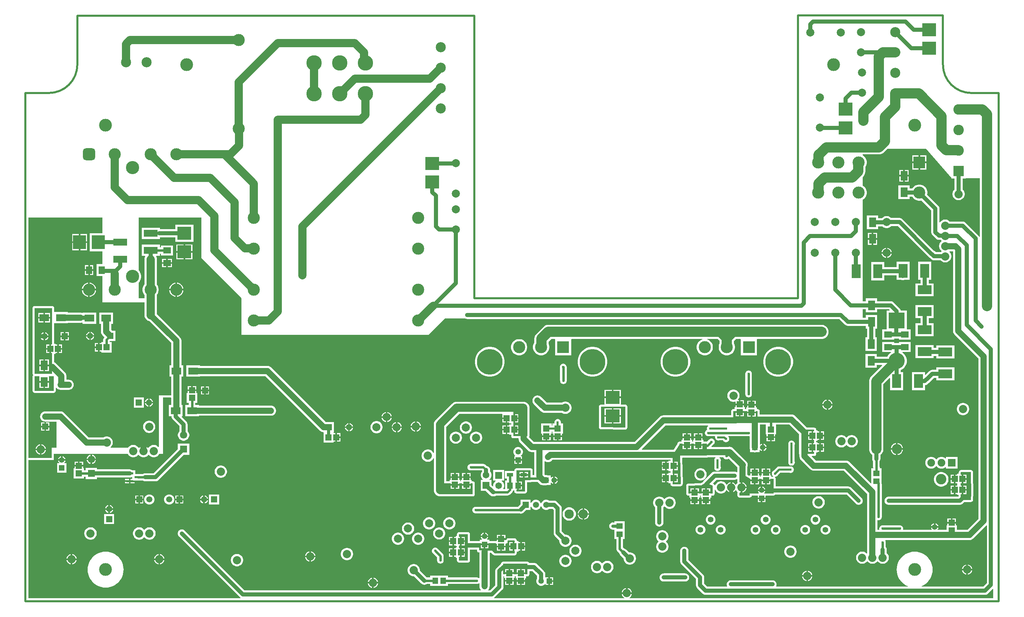
<source format=gbl>
G04*
G04 #@! TF.GenerationSoftware,Altium Limited,Altium Designer,22.6.1 (34)*
G04*
G04 Layer_Physical_Order=2*
G04 Layer_Color=16711680*
%FSLAX43Y43*%
%MOMM*%
G71*
G04*
G04 #@! TF.SameCoordinates,15A2616C-5F2C-4B92-8F69-33DD5233AD97*
G04*
G04*
G04 #@! TF.FilePolarity,Positive*
G04*
G01*
G75*
%ADD10C,0.500*%
%ADD14C,0.600*%
%ADD28R,1.600X0.850*%
%ADD29R,3.500X2.200*%
%ADD30R,3.500X3.200*%
%ADD41R,1.500X1.600*%
%ADD45R,1.500X1.900*%
%ADD46R,1.900X1.500*%
%ADD47R,1.500X1.400*%
%ADD48R,1.400X1.500*%
%ADD49R,1.600X1.500*%
%ADD50R,1.800X2.400*%
%ADD52R,2.400X1.800*%
%ADD53R,1.800X0.600*%
%ADD88C,3.175*%
%ADD89C,2.000*%
%ADD104R,1.651X1.651*%
%ADD105C,1.651*%
%ADD121C,1.000*%
%ADD122C,0.381*%
%ADD123C,1.500*%
%ADD124C,0.750*%
%ADD125C,2.500*%
%ADD126C,2.000*%
%ADD127C,3.000*%
%ADD128C,4.000*%
%ADD129R,4.000X4.000*%
%ADD130R,1.500X1.500*%
%ADD131C,1.500*%
%ADD132R,1.800X1.800*%
%ADD133C,1.800*%
%ADD134C,1.350*%
%ADD135R,1.350X1.350*%
%ADD136R,1.350X1.350*%
%ADD138C,6.350*%
%ADD139C,2.500*%
%ADD140C,2.032*%
%ADD141C,2.300*%
%ADD142R,3.000X3.000*%
%ADD143C,1.400*%
%ADD144C,1.905*%
%ADD145R,1.905X1.905*%
%ADD146R,3.000X3.000*%
%ADD147C,3.260*%
G04:AMPARAMS|DCode=148|XSize=3mm|YSize=3mm|CornerRadius=0.75mm|HoleSize=0mm|Usage=FLASHONLY|Rotation=270.000|XOffset=0mm|YOffset=0mm|HoleType=Round|Shape=RoundedRectangle|*
%AMROUNDEDRECTD148*
21,1,3.000,1.500,0,0,270.0*
21,1,1.500,3.000,0,0,270.0*
1,1,1.500,-0.750,-0.750*
1,1,1.500,-0.750,0.750*
1,1,1.500,0.750,0.750*
1,1,1.500,0.750,-0.750*
%
%ADD148ROUNDEDRECTD148*%
%ADD149C,2.600*%
%ADD150R,2.600X2.600*%
%ADD151C,3.810*%
%ADD152R,1.500X1.500*%
%ADD153C,0.610*%
%ADD154C,0.610*%
%ADD155C,1.000*%
%ADD156R,3.500X1.800*%
%ADD157R,2.200X3.500*%
%ADD158R,3.200X3.500*%
%ADD159C,1.600*%
%ADD160C,2.591*%
G36*
X328900Y224816D02*
Y224680D01*
X329691D01*
Y221935D01*
X329522Y221766D01*
X329357Y221518D01*
X329242Y221242D01*
X329184Y220949D01*
Y220651D01*
X329242Y220358D01*
X329357Y220082D01*
X329522Y219834D01*
X329734Y219622D01*
X329982Y219457D01*
X330258Y219342D01*
X330551Y219284D01*
X330849D01*
X331142Y219342D01*
X331418Y219457D01*
X331666Y219622D01*
X331878Y219834D01*
X332043Y220082D01*
X332158Y220358D01*
X332216Y220651D01*
Y220949D01*
X332158Y221242D01*
X332043Y221518D01*
X331878Y221766D01*
X331709Y221935D01*
Y224680D01*
X332500D01*
Y224700D01*
X335942D01*
Y210231D01*
X335815Y210205D01*
X335773Y210304D01*
X335613Y210513D01*
X332403Y213723D01*
X332194Y213883D01*
X331951Y213984D01*
X331690Y214019D01*
X328535D01*
X328366Y214188D01*
X328118Y214353D01*
X327842Y214468D01*
X327549Y214526D01*
X327251D01*
X326958Y214468D01*
X326682Y214353D01*
X326434Y214188D01*
X326222Y213976D01*
X326106Y213803D01*
X325979Y213841D01*
Y217179D01*
X325945Y217440D01*
X325844Y217684D01*
X325684Y217893D01*
X322938Y220639D01*
X323000Y220953D01*
Y221347D01*
X322923Y221733D01*
X322772Y222097D01*
X322553Y222425D01*
X322275Y222704D01*
X321947Y222922D01*
X321583Y223073D01*
X321197Y223150D01*
X320803D01*
X320417Y223073D01*
X320053Y222922D01*
X319725Y222704D01*
X319447Y222425D01*
X319269Y222159D01*
X318600D01*
Y222950D01*
X315800D01*
Y219550D01*
X318600D01*
Y220141D01*
X319269D01*
X319447Y219875D01*
X319725Y219596D01*
X320053Y219378D01*
X320417Y219227D01*
X320803Y219150D01*
X321197D01*
X321511Y219212D01*
X323962Y216762D01*
Y211400D01*
X323996Y211139D01*
X324097Y210896D01*
X324257Y210687D01*
X325171Y209773D01*
X325380Y209613D01*
X325623Y209512D01*
X325884Y209478D01*
X326248D01*
X326434Y209292D01*
X326477Y209264D01*
Y209137D01*
X326434Y209108D01*
X326222Y208896D01*
X326057Y208648D01*
X325942Y208372D01*
X325884Y208079D01*
Y207781D01*
X325942Y207488D01*
X326057Y207212D01*
X326222Y206964D01*
X326434Y206752D01*
X326477Y206723D01*
Y206596D01*
X326434Y206568D01*
X326305Y206439D01*
X325057D01*
X324829Y206666D01*
X324621Y206826D01*
X324539Y206860D01*
X316818Y214581D01*
X316609Y214741D01*
X316366Y214842D01*
X316105Y214876D01*
X314027D01*
X313870Y215033D01*
X313624Y215197D01*
X313351Y215310D01*
X313062Y215368D01*
X312766D01*
X312476Y215310D01*
X312203Y215197D01*
X311958Y215033D01*
X311751Y214826D01*
X310814D01*
Y215518D01*
X308014D01*
Y212118D01*
X310814D01*
Y212809D01*
X311851D01*
X311958Y212703D01*
X312203Y212538D01*
X312476Y212425D01*
X312766Y212368D01*
X313062D01*
X313351Y212425D01*
X313624Y212538D01*
X313870Y212703D01*
X314027Y212859D01*
X315687D01*
X323307Y205239D01*
X323515Y205079D01*
X323597Y205045D01*
X323926Y204717D01*
X324134Y204557D01*
X324378Y204456D01*
X324639Y204421D01*
X326225D01*
X326434Y204212D01*
X326682Y204047D01*
X326958Y203932D01*
X327251Y203874D01*
X327549D01*
X327842Y203932D01*
X328118Y204047D01*
X328366Y204212D01*
X328578Y204424D01*
X328743Y204672D01*
X328858Y204948D01*
X328916Y205241D01*
Y205539D01*
X328858Y205832D01*
X328743Y206108D01*
X328578Y206356D01*
X328453Y206481D01*
X328505Y206608D01*
X329324D01*
Y186915D01*
X329367Y186588D01*
X329493Y186284D01*
X329694Y186023D01*
X335639Y180078D01*
Y140412D01*
X332888Y137661D01*
X330300D01*
Y138800D01*
X330054D01*
Y139250D01*
X327946D01*
Y138800D01*
X327700D01*
Y137661D01*
X325541D01*
X325492Y137778D01*
X325543Y137830D01*
X325666Y138041D01*
X325708Y138200D01*
X324800D01*
X323892D01*
X323934Y138041D01*
X324057Y137830D01*
X324108Y137778D01*
X324059Y137661D01*
X317074Y137661D01*
X316977Y137788D01*
X317005Y137894D01*
Y138106D01*
X316950Y138311D01*
X316844Y138494D01*
X316694Y138644D01*
X316511Y138750D01*
X316306Y138805D01*
X316167D01*
X316152Y138807D01*
X311900D01*
X311886Y138805D01*
X311794D01*
X311706Y138781D01*
X311691Y138779D01*
X311678Y138774D01*
X311589Y138750D01*
X311510Y138704D01*
X311497Y138699D01*
X311485Y138690D01*
X311406Y138644D01*
X311341Y138579D01*
X311329Y138571D01*
X311321Y138559D01*
X311256Y138494D01*
X311210Y138415D01*
X311201Y138403D01*
X311196Y138390D01*
X311150Y138311D01*
X311126Y138222D01*
X311121Y138209D01*
X311119Y138194D01*
X311095Y138106D01*
Y138014D01*
X311093Y138000D01*
X311095Y137986D01*
Y137894D01*
X311119Y137806D01*
X311121Y137791D01*
X311122Y137788D01*
X311113Y137762D01*
X311026Y137661D01*
X310612D01*
Y140016D01*
X310636Y140047D01*
X310733Y140115D01*
X310739Y140114D01*
X310808Y140095D01*
X310886D01*
X310900Y140093D01*
X310914Y140095D01*
X311020D01*
X311225Y140150D01*
X311409Y140256D01*
X311559Y140406D01*
X311664Y140589D01*
X311719Y140794D01*
Y141006D01*
X311707Y141052D01*
Y148949D01*
X311679Y149157D01*
X311657Y149212D01*
Y149300D01*
X311650Y149352D01*
Y150500D01*
X311650D01*
Y152900D01*
X311207D01*
Y153000D01*
X311205Y153014D01*
Y153106D01*
X311205Y153106D01*
Y153205D01*
X311177Y153413D01*
X311167Y153439D01*
Y154679D01*
X311233Y154765D01*
X311334Y155009D01*
X311369Y155270D01*
Y156264D01*
X311404Y156293D01*
X311476Y156341D01*
X311537Y156402D01*
X311603Y156457D01*
X311658Y156523D01*
X311719Y156584D01*
X311767Y156656D01*
X311822Y156723D01*
X311863Y156799D01*
X311911Y156871D01*
X311944Y156951D01*
X311985Y157027D01*
X312010Y157110D01*
X312043Y157190D01*
X312060Y157274D01*
X312085Y157357D01*
X312093Y157443D01*
X312110Y157528D01*
Y157614D01*
X312118Y157700D01*
Y173732D01*
X313683Y175296D01*
X313800Y175247D01*
Y172250D01*
X317000D01*
Y176750D01*
X316409D01*
Y177212D01*
X316584Y177285D01*
X316994Y177558D01*
X317342Y177906D01*
X317615Y178316D01*
X317804Y178771D01*
X317900Y179254D01*
Y179746D01*
X317804Y180229D01*
X317615Y180684D01*
X317342Y181094D01*
X316994Y181442D01*
X316789Y181578D01*
X316826Y181700D01*
X318850D01*
Y184200D01*
X315950D01*
Y183959D01*
X314750D01*
Y184200D01*
X311850D01*
Y181700D01*
X313974D01*
X314011Y181578D01*
X313806Y181442D01*
X313458Y181094D01*
X313185Y180684D01*
X313112Y180509D01*
X310500D01*
Y181250D01*
X307700D01*
Y177850D01*
X310500D01*
Y178491D01*
X311739D01*
X311787Y178374D01*
X309117Y175703D01*
X308898Y175437D01*
X308735Y175133D01*
X308635Y174803D01*
X308602Y174460D01*
Y157700D01*
X308610Y157614D01*
Y157528D01*
X308627Y157443D01*
X308635Y157357D01*
X308660Y157274D01*
X308677Y157190D01*
X308710Y157110D01*
X308735Y157027D01*
X308776Y156951D01*
X308809Y156871D01*
X308857Y156799D01*
X308898Y156723D01*
X308953Y156656D01*
X309001Y156584D01*
X309062Y156523D01*
X309117Y156457D01*
X309183Y156402D01*
X309244Y156341D01*
X309316Y156293D01*
X309351Y156264D01*
Y155270D01*
X309351Y155270D01*
X309386Y155009D01*
X309487Y154765D01*
X309553Y154679D01*
Y153243D01*
X309581Y153034D01*
X309583Y153027D01*
X309557Y152960D01*
X309508Y152900D01*
X309150D01*
Y150900D01*
X309150D01*
Y149229D01*
X309033Y149181D01*
X303747Y154467D01*
X303486Y154667D01*
X303182Y154793D01*
X302855Y154836D01*
X295447D01*
X294410Y155873D01*
X294459Y155990D01*
X295000D01*
X295195Y156029D01*
X295360Y156140D01*
X295471Y156305D01*
X295510Y156500D01*
Y156800D01*
X295800D01*
Y157046D01*
X296250D01*
Y158100D01*
Y159154D01*
X295800D01*
Y159400D01*
X295510D01*
X295510Y159700D01*
X295800D01*
Y159946D01*
X296250D01*
Y161000D01*
Y162054D01*
X295800D01*
Y162300D01*
X295510D01*
Y162500D01*
X295471Y162695D01*
X295360Y162860D01*
X295195Y162971D01*
X295000Y163010D01*
X293187D01*
X290305Y165892D01*
X290044Y166092D01*
X289740Y166218D01*
X289414Y166261D01*
X284300D01*
X284300Y166261D01*
X281510D01*
Y167100D01*
X281471Y167295D01*
X281360Y167460D01*
X281195Y167571D01*
X281000Y167610D01*
X280800D01*
Y168000D01*
X280554D01*
Y168450D01*
X279500D01*
X278446D01*
Y168000D01*
X278200D01*
Y167610D01*
X277900D01*
Y168100D01*
X277654D01*
Y168550D01*
X276600D01*
X275546D01*
Y168100D01*
X275300D01*
Y167610D01*
X275000D01*
X274805Y167571D01*
X274640Y167460D01*
X274529Y167295D01*
X274490Y167100D01*
Y166061D01*
X257754D01*
X257428Y166018D01*
X257124Y165892D01*
X256862Y165692D01*
X250632Y159461D01*
X225722D01*
X224534Y160649D01*
X224571Y160705D01*
X224610Y160900D01*
Y167754D01*
X224598Y167811D01*
X224607Y167900D01*
X224578Y168194D01*
X224493Y168477D01*
X224353Y168737D01*
X224166Y168966D01*
X223937Y169153D01*
X223677Y169293D01*
X223394Y169378D01*
X223100Y169407D01*
X206600D01*
X206306Y169378D01*
X206023Y169293D01*
X205763Y169153D01*
X205534Y168966D01*
X201434Y164866D01*
X201247Y164637D01*
X201107Y164377D01*
X201022Y164094D01*
X200993Y163800D01*
Y156740D01*
X200866Y156714D01*
X200843Y156768D01*
X200678Y157016D01*
X200466Y157228D01*
X200218Y157393D01*
X199942Y157508D01*
X199649Y157566D01*
X199351D01*
X199058Y157508D01*
X198782Y157393D01*
X198534Y157228D01*
X198322Y157016D01*
X198157Y156768D01*
X198042Y156492D01*
X197984Y156199D01*
Y155901D01*
X198042Y155608D01*
X198157Y155332D01*
X198322Y155084D01*
X198534Y154872D01*
X198782Y154707D01*
X199058Y154592D01*
X199351Y154534D01*
X199649D01*
X199942Y154592D01*
X200218Y154707D01*
X200466Y154872D01*
X200678Y155084D01*
X200843Y155332D01*
X200866Y155386D01*
X200993Y155360D01*
Y147500D01*
X201000Y147426D01*
Y147352D01*
X201014Y147280D01*
X201022Y147206D01*
X201043Y147135D01*
X201058Y147062D01*
X201086Y146994D01*
X201107Y146923D01*
X201142Y146858D01*
X201171Y146789D01*
X201212Y146728D01*
X201247Y146663D01*
X201294Y146605D01*
X201335Y146544D01*
X201387Y146491D01*
X201434Y146434D01*
X201491Y146387D01*
X201544Y146335D01*
X201605Y146294D01*
X201663Y146247D01*
X201728Y146212D01*
X201789Y146171D01*
X201858Y146142D01*
X201923Y146107D01*
X201994Y146086D01*
X202062Y146058D01*
X202135Y146043D01*
X202206Y146022D01*
X202280Y146014D01*
X202352Y146000D01*
X202426D01*
X202475Y145995D01*
X202500Y145990D01*
X210600D01*
X210795Y146029D01*
X210960Y146140D01*
X211071Y146305D01*
X211110Y146500D01*
Y149200D01*
X211071Y149395D01*
X210960Y149560D01*
X210795Y149671D01*
X210600Y149710D01*
X210300D01*
Y150100D01*
X210054D01*
Y150550D01*
X207946D01*
Y150100D01*
X207700D01*
Y149710D01*
X207500D01*
Y150100D01*
X207254D01*
Y150550D01*
X205146D01*
Y150100D01*
X204900D01*
Y149710D01*
X204007D01*
Y163176D01*
X207224Y166393D01*
X217835D01*
X217946Y166354D01*
Y165500D01*
X218950D01*
Y165300D01*
X219150D01*
Y164246D01*
X219600D01*
Y164000D01*
X220090D01*
Y163800D01*
X219600D01*
Y163554D01*
X219150D01*
Y162500D01*
Y161446D01*
X219600D01*
Y161200D01*
X220090D01*
Y160900D01*
X220129Y160705D01*
X220240Y160540D01*
X220405Y160429D01*
X220600Y160390D01*
X221939D01*
Y160200D01*
X221982Y159874D01*
X222108Y159570D01*
X222308Y159308D01*
X224308Y157308D01*
X224570Y157108D01*
X224874Y156982D01*
X225200Y156939D01*
X225839D01*
Y151209D01*
X225410D01*
Y152400D01*
X225371Y152595D01*
X225260Y152760D01*
X225095Y152871D01*
X224900Y152910D01*
X221400D01*
X221205Y152871D01*
X221040Y152760D01*
X220929Y152595D01*
X220890Y152400D01*
Y152225D01*
X218500D01*
Y150375D01*
X218993D01*
Y149910D01*
X218600D01*
Y147807D01*
X218185D01*
X218111Y147934D01*
X218235Y148148D01*
X218326Y148485D01*
Y148835D01*
X218235Y149172D01*
X218061Y149474D01*
X217814Y149721D01*
X217760Y149752D01*
X217793Y149874D01*
X218326D01*
Y152525D01*
X215674D01*
Y149874D01*
X216207D01*
X216240Y149752D01*
X216186Y149721D01*
X215939Y149474D01*
X215765Y149172D01*
X215674Y148835D01*
Y148532D01*
X215552Y148474D01*
X215225Y148801D01*
Y150025D01*
X214693D01*
X214660Y150148D01*
X214714Y150179D01*
X214961Y150426D01*
X215135Y150728D01*
X215225Y151066D01*
Y151415D01*
X215135Y151752D01*
X214961Y152054D01*
X214909Y152106D01*
Y152500D01*
X214874Y152761D01*
X214773Y153004D01*
X214613Y153213D01*
X214404Y153374D01*
X214161Y153474D01*
X214053Y153489D01*
X213771Y153771D01*
X213603Y153899D01*
X213409Y153979D01*
X213200Y154007D01*
X210100D01*
X210084Y154005D01*
X209994D01*
X209907Y153982D01*
X209891Y153979D01*
X209876Y153973D01*
X209789Y153950D01*
X209711Y153905D01*
X209697Y153899D01*
X209684Y153889D01*
X209606Y153844D01*
X209542Y153780D01*
X209529Y153771D01*
X209520Y153758D01*
X209456Y153694D01*
X209411Y153616D01*
X209401Y153603D01*
X209395Y153589D01*
X209350Y153511D01*
X209327Y153424D01*
X209321Y153409D01*
X209318Y153393D01*
X209295Y153306D01*
Y153216D01*
X209293Y153200D01*
X209295Y153184D01*
Y153094D01*
X209318Y153007D01*
X209321Y152991D01*
X209327Y152976D01*
X209350Y152889D01*
X209395Y152811D01*
X209401Y152797D01*
X209411Y152784D01*
X209456Y152706D01*
X209520Y152642D01*
X209529Y152629D01*
X209542Y152620D01*
X209606Y152556D01*
X209684Y152511D01*
X209697Y152501D01*
X209711Y152495D01*
X209789Y152450D01*
X209876Y152427D01*
X209891Y152421D01*
X209907Y152418D01*
X209994Y152395D01*
X210084D01*
X210100Y152393D01*
X212866D01*
X212891Y152367D01*
Y152106D01*
X212839Y152054D01*
X212665Y151752D01*
X212574Y151415D01*
Y151066D01*
X212665Y150728D01*
X212839Y150426D01*
X213086Y150179D01*
X213140Y150148D01*
X213107Y150025D01*
X212574D01*
Y147374D01*
X213799D01*
X214887Y146287D01*
X215096Y146126D01*
X215339Y146026D01*
X215600Y145991D01*
X215700D01*
X215961Y146026D01*
X216204Y146126D01*
X216291Y146193D01*
X219200D01*
X219409Y146221D01*
X219603Y146301D01*
X219771Y146429D01*
X220371Y147029D01*
X220499Y147197D01*
X220579Y147391D01*
X220582Y147410D01*
X220890D01*
Y147200D01*
X220929Y147005D01*
X221040Y146840D01*
X221205Y146729D01*
X221400Y146690D01*
X223500D01*
X223695Y146729D01*
X223860Y146840D01*
X223971Y147005D01*
X224010Y147200D01*
Y149490D01*
X224900D01*
X225095Y149529D01*
X225194Y149595D01*
X226601D01*
X227087Y149108D01*
X227348Y148908D01*
X227525Y148835D01*
Y148825D01*
X227549D01*
X227652Y148782D01*
X227979Y148739D01*
X228700D01*
X229026Y148782D01*
X229130Y148825D01*
X229875D01*
Y149332D01*
X230002Y149384D01*
X230130Y149257D01*
X230341Y149134D01*
X230500Y149092D01*
Y150000D01*
Y150908D01*
X230341Y150866D01*
X230130Y150743D01*
X230002Y150616D01*
X229875Y150668D01*
Y151175D01*
X229130D01*
X229026Y151218D01*
X228700Y151261D01*
X228501D01*
X228361Y151401D01*
Y154600D01*
X228488Y154668D01*
X228504Y154658D01*
X228570Y154608D01*
X228646Y154577D01*
X228718Y154535D01*
X228797Y154514D01*
X228874Y154482D01*
X228956Y154471D01*
X229035Y154450D01*
X229118D01*
X229200Y154439D01*
X229282Y154450D01*
X229365D01*
X229444Y154471D01*
X229526Y154482D01*
X229603Y154514D01*
X229682Y154535D01*
X229754Y154577D01*
X229830Y154608D01*
X229896Y154658D01*
X229968Y154700D01*
X230026Y154758D01*
X230092Y154808D01*
X230301Y155018D01*
X259490D01*
Y154800D01*
X259000D01*
Y154554D01*
X258550D01*
Y153500D01*
Y152446D01*
X259000D01*
Y152200D01*
X259490D01*
Y151800D01*
X259000D01*
Y151554D01*
X258550D01*
Y150500D01*
Y149446D01*
X259000D01*
Y149200D01*
X259490D01*
Y149000D01*
X259529Y148805D01*
X259640Y148640D01*
X259805Y148529D01*
X260000Y148490D01*
X261909D01*
X261912Y148491D01*
X261914Y148490D01*
X262009Y148510D01*
X262104Y148529D01*
X262107Y148530D01*
X262109Y148531D01*
X262189Y148586D01*
X262270Y148640D01*
X262271Y148642D01*
X262273Y148643D01*
X262362Y148734D01*
X262364Y148736D01*
X262366Y148738D01*
X262418Y148819D01*
X262471Y148900D01*
X262472Y148903D01*
X262473Y148905D01*
X262490Y149001D01*
X262508Y149096D01*
X262507Y149098D01*
X262508Y149101D01*
X262380Y155500D01*
X262469Y155590D01*
X268500Y155590D01*
X268695Y155629D01*
X268779Y155685D01*
X270596D01*
X270630Y155558D01*
X270606Y155544D01*
X270456Y155394D01*
X270350Y155211D01*
X270295Y155006D01*
Y154794D01*
X270344Y154614D01*
Y153386D01*
X270295Y153206D01*
Y152994D01*
X270350Y152789D01*
X270456Y152606D01*
X270606Y152456D01*
X270789Y152350D01*
X270994Y152295D01*
X271206D01*
X271411Y152350D01*
X271594Y152456D01*
X271744Y152606D01*
X271850Y152789D01*
X271905Y152994D01*
Y153206D01*
X271856Y153386D01*
Y154614D01*
X271905Y154794D01*
Y155006D01*
X271850Y155211D01*
X271744Y155394D01*
X271594Y155544D01*
X271570Y155558D01*
X271604Y155685D01*
X272536D01*
X272549Y155639D01*
X272594Y155561D01*
X272600Y155547D01*
X272609Y155534D01*
X272654Y155456D01*
X272718Y155392D01*
X272728Y155379D01*
X272741Y155370D01*
X272804Y155306D01*
X272882Y155261D01*
X272895Y155251D01*
X272910Y155245D01*
X272988Y155200D01*
X273075Y155177D01*
X273090Y155171D01*
X273106Y155168D01*
X273193Y155145D01*
X273283D01*
X273298Y155143D01*
X273314Y155145D01*
X273404D01*
X273491Y155168D01*
X273507Y155171D01*
X273522Y155177D01*
X273609Y155200D01*
X273687Y155245D01*
X273702Y155251D01*
X273715Y155261D01*
X273793Y155306D01*
X273816Y155330D01*
X275979Y153166D01*
Y152008D01*
X275866Y151939D01*
X275852Y151937D01*
X275804Y151973D01*
X275743Y151999D01*
X275686Y152032D01*
X275622Y152049D01*
X275561Y152074D01*
X275496Y152083D01*
X275432Y152100D01*
X275366D01*
X275300Y152109D01*
X270400D01*
X270139Y152074D01*
X269896Y151973D01*
X269687Y151813D01*
X267587Y149713D01*
X267427Y149504D01*
X267417Y149481D01*
X266983Y149178D01*
X263898Y149168D01*
X263802Y149149D01*
X263705Y149130D01*
X263704Y149129D01*
X263703Y149129D01*
X263622Y149074D01*
X263540Y149019D01*
X263539Y149018D01*
X263538Y149018D01*
X263484Y148936D01*
X263429Y148854D01*
X263429Y148853D01*
X263428Y148852D01*
X263409Y148755D01*
X263390Y148659D01*
Y146659D01*
X263429Y146463D01*
X263540Y146298D01*
X263705Y146188D01*
X263900Y146149D01*
X264150D01*
Y145700D01*
X264396D01*
Y145250D01*
X265450D01*
X266504D01*
Y145700D01*
X266750D01*
Y146149D01*
X266950D01*
Y145700D01*
X267196D01*
Y145250D01*
X268250D01*
X269304D01*
Y145700D01*
X269550D01*
Y146149D01*
X269900D01*
X270095Y146188D01*
X270260Y146298D01*
X270371Y146463D01*
X270410Y146659D01*
Y147649D01*
X270537Y147674D01*
X270617Y147482D01*
X270782Y147234D01*
X270994Y147022D01*
X271242Y146857D01*
X271518Y146742D01*
X271811Y146684D01*
X272109D01*
X272402Y146742D01*
X272678Y146857D01*
X272926Y147022D01*
X273138Y147234D01*
X273303Y147482D01*
X273309Y147495D01*
X273436Y147503D01*
X273484Y147420D01*
X273720Y147184D01*
X274010Y147017D01*
X274300Y146939D01*
Y148200D01*
Y149461D01*
X274010Y149383D01*
X273720Y149216D01*
X273484Y148980D01*
X273436Y148897D01*
X273309Y148905D01*
X273303Y148918D01*
X273138Y149166D01*
X272926Y149378D01*
X272678Y149543D01*
X272402Y149658D01*
X272109Y149716D01*
X271811D01*
X271518Y149658D01*
X271242Y149543D01*
X270994Y149378D01*
X270782Y149166D01*
X270617Y148918D01*
X270522Y148689D01*
X270444Y148684D01*
X270391Y148705D01*
X270383Y148763D01*
X270374Y148778D01*
X270371Y148795D01*
X270325Y148864D01*
X270284Y148935D01*
X270270Y148946D01*
X270260Y148960D01*
X270192Y149006D01*
X270126Y149057D01*
X269994Y149122D01*
X269974Y149247D01*
X270818Y150091D01*
X275300D01*
X275366Y150100D01*
X275432D01*
X275496Y150117D01*
X275561Y150126D01*
X275622Y150151D01*
X275686Y150168D01*
X275743Y150201D01*
X275804Y150227D01*
X275857Y150267D01*
X275988Y150209D01*
X275992Y150205D01*
X276022Y149974D01*
X276036Y149940D01*
Y149514D01*
X276043Y149481D01*
X276041Y149447D01*
X276062Y149384D01*
X276065Y149369D01*
X275862Y149166D01*
X275697Y148918D01*
X275691Y148905D01*
X275564Y148897D01*
X275516Y148980D01*
X275280Y149216D01*
X274990Y149383D01*
X274700Y149461D01*
Y148200D01*
Y146939D01*
X274990Y147017D01*
X275280Y147184D01*
X275516Y147420D01*
X275564Y147503D01*
X275691Y147495D01*
X275697Y147482D01*
X275862Y147234D01*
X276065Y147031D01*
X276062Y147016D01*
X276041Y146953D01*
X276043Y146919D01*
X276036Y146886D01*
Y146200D01*
X276075Y146005D01*
X276186Y145840D01*
X276351Y145729D01*
X276546Y145690D01*
X279072D01*
X279268Y145729D01*
X279433Y145840D01*
X279543Y146005D01*
X279582Y146200D01*
X279583Y146201D01*
X281071Y146198D01*
Y145700D01*
X282000D01*
X282929D01*
Y146104D01*
X283019Y146194D01*
X284909Y146190D01*
X284909Y146190D01*
X284910Y146190D01*
X285006Y146209D01*
X285104Y146229D01*
X285104Y146229D01*
X285105Y146229D01*
X285190Y146286D01*
X285270Y146339D01*
X285270Y146339D01*
X285270Y146339D01*
X285343Y146412D01*
X303041D01*
X303571Y145882D01*
X303661Y145813D01*
X305287Y144187D01*
X305339Y144147D01*
X305386Y144100D01*
X305443Y144067D01*
X305496Y144027D01*
X305557Y144001D01*
X305614Y143968D01*
X305678Y143951D01*
X305739Y143926D01*
X305804Y143917D01*
X305868Y143900D01*
X305934D01*
X306000Y143891D01*
X306066Y143900D01*
X306132D01*
X306195Y143917D01*
X306261Y143926D01*
X306322Y143951D01*
X306386Y143968D01*
X306443Y144001D01*
X306504Y144027D01*
X306557Y144067D01*
X306614Y144100D01*
X306661Y144147D01*
X306713Y144187D01*
X306753Y144239D01*
X306800Y144286D01*
X306833Y144343D01*
X306874Y144396D01*
X306899Y144457D01*
X306932Y144514D01*
X306949Y144578D01*
X306974Y144639D01*
X306983Y144704D01*
X307000Y144768D01*
Y144834D01*
X307009Y144900D01*
X307000Y144966D01*
Y145032D01*
X306983Y145096D01*
X306974Y145161D01*
X306949Y145222D01*
X306932Y145286D01*
X306899Y145343D01*
X306874Y145404D01*
X306833Y145457D01*
X306800Y145514D01*
X306753Y145561D01*
X306713Y145613D01*
X305018Y147308D01*
X304928Y147378D01*
X304172Y148133D01*
X303963Y148294D01*
X303720Y148394D01*
X303459Y148429D01*
X285510D01*
Y150300D01*
X285471Y150495D01*
X285360Y150660D01*
X285312Y150693D01*
X285350Y150820D01*
X285431D01*
X285636Y150875D01*
X285819Y150981D01*
X285969Y151131D01*
X286062Y151293D01*
X286613Y151844D01*
X288864D01*
X289044Y151795D01*
X289256D01*
X289461Y151850D01*
X289644Y151956D01*
X289794Y152106D01*
X289900Y152289D01*
X289955Y152494D01*
Y152706D01*
X289900Y152911D01*
X289794Y153094D01*
X289644Y153244D01*
X289461Y153350D01*
X289256Y153405D01*
X289044D01*
X288864Y153356D01*
X286300D01*
X286104Y153331D01*
X285922Y153255D01*
X285765Y153135D01*
X284993Y152362D01*
X284831Y152269D01*
X284681Y152119D01*
X284575Y151936D01*
X284520Y151731D01*
Y151519D01*
X284575Y151314D01*
X284681Y151131D01*
X284831Y150981D01*
X284907Y150937D01*
X284873Y150810D01*
X284400D01*
Y151200D01*
X284154D01*
Y151650D01*
X282046D01*
Y151200D01*
X281800D01*
Y150810D01*
X281600D01*
Y151200D01*
X281354D01*
Y151650D01*
X279246D01*
Y151200D01*
X279000D01*
Y151145D01*
X278889Y151083D01*
X278501Y151317D01*
Y153407D01*
X278507Y153421D01*
X278551Y153760D01*
X278507Y154099D01*
X278376Y154416D01*
X278167Y154687D01*
X274981Y157873D01*
X274710Y158082D01*
X274393Y158213D01*
X274054Y158257D01*
X273715Y158213D01*
X273701Y158207D01*
X269639D01*
X269590Y158324D01*
X270183Y158917D01*
X270193Y158930D01*
X270257Y158993D01*
X270301Y159071D01*
X270311Y159084D01*
X270317Y159099D01*
X270362Y159177D01*
X270386Y159264D01*
X270392Y159279D01*
X270394Y159295D01*
X270417Y159382D01*
Y159472D01*
X270419Y159488D01*
X270417Y159503D01*
Y159593D01*
X270394Y159680D01*
X270392Y159696D01*
X270386Y159711D01*
X270362Y159798D01*
X270317Y159876D01*
X270311Y159891D01*
X270301Y159904D01*
X270257Y159982D01*
X270193Y160045D01*
X270183Y160058D01*
X270170Y160068D01*
X270107Y160132D01*
X270029Y160176D01*
X270016Y160186D01*
X270001Y160192D01*
X269923Y160237D01*
X269836Y160261D01*
X269821Y160267D01*
X269805Y160269D01*
X269718Y160292D01*
X269628D01*
X269612Y160294D01*
X269597Y160292D01*
X269507D01*
X269420Y160269D01*
X269404Y160267D01*
X269389Y160261D01*
X269302Y160237D01*
X269224Y160192D01*
X269209Y160186D01*
X269196Y160176D01*
X269118Y160132D01*
X269055Y160068D01*
X269042Y160058D01*
X268501Y159518D01*
X268500Y159518D01*
X267646Y159518D01*
Y159946D01*
X267400D01*
Y160396D01*
X265292D01*
Y159946D01*
X265046D01*
Y159518D01*
X264846D01*
Y159946D01*
X264600D01*
Y160396D01*
X262492D01*
Y159946D01*
X262246D01*
Y159518D01*
X261700D01*
X261505Y159479D01*
X261340Y159368D01*
X261229Y159203D01*
X261190Y159008D01*
Y158994D01*
X260255Y157539D01*
X252442D01*
X252394Y157657D01*
X258276Y163539D01*
X268729D01*
X268774Y163412D01*
X268656Y163294D01*
X268550Y163111D01*
X268495Y162906D01*
Y162694D01*
X268523Y162590D01*
X268489Y162450D01*
X268411Y162405D01*
X268397Y162399D01*
X268384Y162389D01*
X268306Y162344D01*
X268242Y162280D01*
X268229Y162271D01*
X268220Y162258D01*
X268156Y162194D01*
X268111Y162116D01*
X268101Y162103D01*
X268095Y162089D01*
X268050Y162011D01*
X268027Y161924D01*
X268021Y161909D01*
X268018Y161893D01*
X267995Y161806D01*
Y161716D01*
X267993Y161700D01*
X267995Y161684D01*
Y161594D01*
X268018Y161507D01*
X268021Y161491D01*
X268027Y161476D01*
X268050Y161389D01*
X268095Y161311D01*
X268101Y161297D01*
X268111Y161284D01*
X268156Y161206D01*
X268220Y161142D01*
X268229Y161129D01*
X268242Y161120D01*
X268306Y161056D01*
X268384Y161011D01*
X268397Y161001D01*
X268411Y160995D01*
X268489Y160950D01*
X268576Y160927D01*
X268591Y160921D01*
X268607Y160918D01*
X268694Y160895D01*
X268784D01*
X268800Y160893D01*
X270441D01*
X270518Y160792D01*
X270495Y160706D01*
Y160494D01*
X270550Y160289D01*
X270656Y160106D01*
X270806Y159956D01*
X270989Y159850D01*
X271194Y159795D01*
X271406D01*
X271586Y159844D01*
X272457D01*
X272503Y159797D01*
X272556Y159706D01*
X272706Y159556D01*
X272889Y159450D01*
X273094Y159395D01*
X273306D01*
X273511Y159450D01*
X273694Y159556D01*
X273844Y159706D01*
X273950Y159889D01*
X274005Y160094D01*
Y160306D01*
X273950Y160511D01*
X273844Y160694D01*
X273772Y160766D01*
X273825Y160893D01*
X278797D01*
X278813Y160895D01*
X278906D01*
X278912Y160897D01*
X279039Y160805D01*
X279039Y160803D01*
Y158100D01*
X279082Y157774D01*
X279125Y157670D01*
Y156925D01*
X279870D01*
X279974Y156882D01*
X280300Y156839D01*
X280626Y156882D01*
X280730Y156925D01*
X281475D01*
Y157432D01*
X281602Y157484D01*
X281730Y157357D01*
X281941Y157234D01*
X282100Y157192D01*
Y158100D01*
Y159008D01*
X281941Y158966D01*
X281730Y158843D01*
X281678Y158792D01*
X281561Y158841D01*
Y163739D01*
X283000D01*
Y161300D01*
X283246D01*
Y160850D01*
X285354D01*
Y161300D01*
X285600D01*
Y163739D01*
X288891D01*
X291290Y161340D01*
X291290Y156500D01*
X291329Y156305D01*
X291339Y156290D01*
Y155900D01*
X291382Y155574D01*
X291508Y155270D01*
X291708Y155008D01*
X294033Y152683D01*
X294295Y152483D01*
X294599Y152357D01*
X294925Y152314D01*
X302333D01*
X308091Y146557D01*
Y136400D01*
Y131895D01*
X307964Y131843D01*
X307829Y131978D01*
X307580Y132143D01*
X307304Y132258D01*
X307012Y132316D01*
X306713D01*
X306420Y132258D01*
X306144Y132143D01*
X305896Y131978D01*
X305685Y131766D01*
X305519Y131518D01*
X305404Y131242D01*
X305346Y130949D01*
Y130651D01*
X305404Y130358D01*
X305519Y130082D01*
X305685Y129834D01*
X305896Y129622D01*
X306144Y129457D01*
X306420Y129342D01*
X306713Y129284D01*
X307012D01*
X307304Y129342D01*
X307580Y129457D01*
X307829Y129622D01*
X308040Y129834D01*
X308069Y129877D01*
X308196D01*
X308225Y129834D01*
X308436Y129622D01*
X308684Y129457D01*
X308960Y129342D01*
X309253Y129284D01*
X309552D01*
X309844Y129342D01*
X310120Y129457D01*
X310369Y129622D01*
X310580Y129834D01*
X310609Y129877D01*
X310736D01*
X310765Y129834D01*
X310976Y129622D01*
X311224Y129457D01*
X311500Y129342D01*
X311793Y129284D01*
X312092D01*
X312384Y129342D01*
X312660Y129457D01*
X312909Y129622D01*
X313120Y129834D01*
X313286Y130082D01*
X313400Y130358D01*
X313458Y130651D01*
Y130949D01*
X313400Y131242D01*
X313286Y131518D01*
X313120Y131766D01*
X312951Y131935D01*
Y132758D01*
X312916Y133019D01*
X312816Y133262D01*
X312707Y133404D01*
Y134600D01*
X312705Y134614D01*
Y134706D01*
X312681Y134794D01*
X312679Y134809D01*
X312674Y134822D01*
X312650Y134911D01*
X312604Y134990D01*
X312599Y135003D01*
X312592Y135012D01*
X312593Y135020D01*
X312665Y135139D01*
X324800Y135139D01*
X333410D01*
X333736Y135182D01*
X334040Y135308D01*
X334301Y135508D01*
X337574Y138781D01*
X337691Y138733D01*
Y124518D01*
X336782Y123609D01*
X321562D01*
X321542Y123732D01*
X322063Y123989D01*
X322547Y124312D01*
X322984Y124696D01*
X323368Y125133D01*
X323691Y125617D01*
X323948Y126138D01*
X324135Y126689D01*
X324248Y127260D01*
X324287Y127840D01*
X324248Y128420D01*
X324135Y128991D01*
X323948Y129542D01*
X323691Y130063D01*
X323368Y130547D01*
X322984Y130984D01*
X322547Y131368D01*
X322063Y131691D01*
X321542Y131948D01*
X320991Y132135D01*
X320420Y132248D01*
X319840Y132287D01*
X319260Y132248D01*
X318689Y132135D01*
X318138Y131948D01*
X317617Y131691D01*
X317133Y131368D01*
X316696Y130984D01*
X316312Y130547D01*
X315989Y130063D01*
X315732Y129542D01*
X315545Y128991D01*
X315432Y128420D01*
X315393Y127840D01*
X315432Y127260D01*
X315545Y126689D01*
X315732Y126138D01*
X315989Y125617D01*
X316312Y125133D01*
X316696Y124696D01*
X317133Y124312D01*
X317617Y123989D01*
X318138Y123732D01*
X318118Y123609D01*
X285667D01*
X285640Y123633D01*
X285590Y123736D01*
X285599Y123757D01*
X285632Y123814D01*
X285649Y123878D01*
X285674Y123939D01*
X285683Y124004D01*
X285700Y124068D01*
Y124134D01*
X285709Y124200D01*
X285700Y124266D01*
Y124332D01*
X285683Y124396D01*
X285674Y124461D01*
X285649Y124522D01*
X285632Y124586D01*
X285599Y124643D01*
X285573Y124704D01*
X285533Y124757D01*
X285500Y124814D01*
X285453Y124861D01*
X285413Y124913D01*
X285361Y124953D01*
X285314Y125000D01*
X285257Y125033D01*
X285204Y125074D01*
X285143Y125099D01*
X285086Y125132D01*
X285022Y125149D01*
X284961Y125174D01*
X284896Y125183D01*
X284832Y125200D01*
X284766D01*
X284700Y125209D01*
X274400D01*
X274334Y125200D01*
X274268D01*
X274204Y125183D01*
X274139Y125174D01*
X274078Y125149D01*
X274014Y125132D01*
X273957Y125099D01*
X273896Y125074D01*
X273843Y125033D01*
X273786Y125000D01*
X273739Y124953D01*
X273687Y124913D01*
X273647Y124861D01*
X273600Y124814D01*
X273567Y124757D01*
X273526Y124704D01*
X273501Y124643D01*
X273468Y124586D01*
X273451Y124522D01*
X273426Y124461D01*
X273417Y124396D01*
X273400Y124332D01*
Y124266D01*
X273391Y124200D01*
X273400Y124134D01*
Y124068D01*
X273417Y124004D01*
X273426Y123939D01*
X273451Y123878D01*
X273468Y123814D01*
X273501Y123757D01*
X273510Y123736D01*
X273460Y123633D01*
X273433Y123609D01*
X268595D01*
X267809Y124395D01*
Y125938D01*
X267774Y126199D01*
X267673Y126442D01*
X267513Y126651D01*
X263909Y130256D01*
Y132500D01*
X263874Y132761D01*
X263773Y133004D01*
X263613Y133213D01*
X263404Y133373D01*
X263161Y133474D01*
X262900Y133509D01*
X262639Y133474D01*
X262396Y133373D01*
X262187Y133213D01*
X262026Y133004D01*
X261926Y132761D01*
X261891Y132500D01*
Y129838D01*
X261926Y129577D01*
X262026Y129334D01*
X262187Y129125D01*
X265791Y125520D01*
Y123977D01*
X265826Y123716D01*
X265927Y123473D01*
X266087Y123264D01*
X267464Y121887D01*
X267673Y121727D01*
X267916Y121626D01*
X268177Y121591D01*
X337200D01*
X337461Y121626D01*
X337704Y121727D01*
X337913Y121887D01*
X339151Y123125D01*
X339269Y123076D01*
X339269Y120846D01*
X339179Y120756D01*
X249340D01*
X249306Y120883D01*
X249480Y120984D01*
X249716Y121220D01*
X249883Y121510D01*
X249961Y121800D01*
X248700D01*
X247439D01*
X247517Y121510D01*
X247684Y121220D01*
X247920Y120984D01*
X248094Y120883D01*
X248060Y120756D01*
X215922D01*
X215879Y120883D01*
X216013Y120987D01*
X217913Y122887D01*
X218074Y123096D01*
X218174Y123339D01*
X218209Y123600D01*
Y126190D01*
X218350D01*
Y125725D01*
X218596D01*
Y125275D01*
X219650D01*
X220704D01*
Y125725D01*
X220950D01*
Y126190D01*
X221200D01*
Y125700D01*
X221446D01*
Y125250D01*
X222500D01*
X223554D01*
Y125700D01*
X223800D01*
Y126190D01*
X224100D01*
X224295Y126229D01*
X224460Y126340D01*
X224571Y126505D01*
X224610Y126700D01*
Y127491D01*
X225332D01*
X226491Y126332D01*
Y125603D01*
X226405Y125454D01*
X226325Y125155D01*
Y124845D01*
X226405Y124546D01*
X226560Y124279D01*
X226779Y124060D01*
X227046Y123905D01*
X227345Y123825D01*
X227655D01*
X227954Y123905D01*
X228221Y124060D01*
X228440Y124279D01*
X228448Y124293D01*
X228571Y124260D01*
Y124071D01*
X229300D01*
Y125000D01*
X229500D01*
D01*
X229300D01*
Y125929D01*
X228571D01*
X228509Y126030D01*
Y126750D01*
X228474Y127011D01*
X228374Y127254D01*
X228213Y127463D01*
X226463Y129213D01*
X226254Y129374D01*
X226011Y129474D01*
X225750Y129509D01*
X224562D01*
X224460Y129660D01*
X224295Y129771D01*
X224100Y129810D01*
X223524D01*
X223500Y129805D01*
X223300D01*
X223276Y129810D01*
X218100D01*
X217905Y129771D01*
X217740Y129660D01*
X217629Y129495D01*
X217591Y129304D01*
X217473Y129213D01*
X216487Y128227D01*
X216327Y128019D01*
X216226Y127775D01*
X216191Y127514D01*
Y124018D01*
X214882Y122709D01*
X214469D01*
X214442Y122744D01*
X214412Y122836D01*
X214442Y122874D01*
X214500Y122932D01*
X214542Y123004D01*
X214592Y123070D01*
X214624Y123146D01*
X214665Y123218D01*
X214686Y123297D01*
X214718Y123374D01*
X214729Y123456D01*
X214750Y123535D01*
Y123618D01*
X214761Y123700D01*
Y131949D01*
X214852Y132037D01*
X215149Y132030D01*
X215640Y131540D01*
X215805Y131429D01*
X216000Y131390D01*
X220929D01*
X221124Y131429D01*
X221290Y131540D01*
X221400Y131705D01*
X221421Y131755D01*
X221440Y131849D01*
X221460Y131942D01*
X221465Y132300D01*
X221900D01*
Y132546D01*
X222350D01*
Y133600D01*
Y134654D01*
X221900D01*
Y134900D01*
X221597D01*
X221541Y134957D01*
X221508Y135005D01*
X221490Y135101D01*
X221473Y135197D01*
X221471Y135199D01*
X221471Y135201D01*
X221417Y135282D01*
X221365Y135364D01*
X221363Y135365D01*
X221362Y135367D01*
X221273Y135458D01*
X221271Y135459D01*
X221270Y135460D01*
X221189Y135515D01*
X221108Y135569D01*
X221106Y135570D01*
X221105Y135571D01*
X221009Y135590D01*
X220914Y135610D01*
X220911Y135609D01*
X220909Y135610D01*
X219328D01*
X219132Y135571D01*
X218967Y135460D01*
X218840Y135333D01*
X218781Y135245D01*
X218766Y135250D01*
X216546D01*
Y134994D01*
X216544Y134990D01*
X216419Y134899D01*
X216399Y134903D01*
X216302Y134923D01*
X214675Y134930D01*
Y135275D01*
X214168D01*
X214116Y135402D01*
X214243Y135530D01*
X214366Y135741D01*
X214408Y135900D01*
X213500D01*
X212592D01*
X212634Y135741D01*
X212757Y135530D01*
X212884Y135402D01*
X212832Y135275D01*
X212325D01*
Y135031D01*
X212235Y134942D01*
X212035Y134943D01*
X212035Y134942D01*
X212034Y134943D01*
X211937Y134923D01*
X211867Y134910D01*
X209910D01*
Y136600D01*
X209871Y136795D01*
X209760Y136960D01*
X209595Y137071D01*
X209400Y137110D01*
X207200D01*
X207005Y137071D01*
X206840Y136960D01*
X206729Y136795D01*
X206690Y136600D01*
Y136200D01*
X206400D01*
Y135954D01*
X205950D01*
Y134900D01*
Y133846D01*
X206400D01*
Y133600D01*
X206690D01*
Y133400D01*
X206400D01*
Y133154D01*
X205950D01*
Y132100D01*
Y131046D01*
X206400D01*
Y130800D01*
X206690D01*
Y130100D01*
X206729Y129905D01*
X206840Y129740D01*
X207005Y129629D01*
X207200Y129590D01*
X209400D01*
X209595Y129629D01*
X209760Y129740D01*
X209871Y129905D01*
X209910Y130100D01*
Y132790D01*
X211626D01*
Y132615D01*
X211644Y132523D01*
X211660Y132432D01*
X211664Y132426D01*
X211665Y132420D01*
X211717Y132342D01*
X211767Y132263D01*
X211772Y132260D01*
X211775Y132254D01*
X211853Y132203D01*
X211929Y132149D01*
X211935Y132147D01*
X211941Y132144D01*
X212032Y132126D01*
X212123Y132105D01*
X212239Y132102D01*
Y125779D01*
X212112Y125726D01*
X212094Y125744D01*
X212016Y125789D01*
X212003Y125799D01*
X211989Y125805D01*
X211911Y125850D01*
X211824Y125873D01*
X211809Y125879D01*
X211793Y125882D01*
X211706Y125905D01*
X211616D01*
X211600Y125907D01*
X205300D01*
X205300Y125907D01*
X204500D01*
Y126350D01*
X200100D01*
Y125907D01*
X199700D01*
X199700Y125907D01*
X199220D01*
X197516Y127610D01*
Y127849D01*
X197458Y128142D01*
X197343Y128418D01*
X197178Y128666D01*
X196966Y128878D01*
X196718Y129043D01*
X196442Y129158D01*
X196149Y129216D01*
X195851D01*
X195558Y129158D01*
X195282Y129043D01*
X195034Y128878D01*
X194822Y128666D01*
X194657Y128418D01*
X194542Y128142D01*
X194484Y127849D01*
Y127551D01*
X194542Y127258D01*
X194657Y126982D01*
X194822Y126734D01*
X195034Y126522D01*
X195282Y126357D01*
X195558Y126242D01*
X195851Y126184D01*
X196090D01*
X197887Y124387D01*
X198096Y124227D01*
X198339Y124126D01*
X198600Y124091D01*
X198861Y124126D01*
X199104Y124227D01*
X199191Y124293D01*
X199700D01*
X199700Y124293D01*
X200100D01*
Y123850D01*
X204500D01*
Y124293D01*
X205300D01*
X205300Y124293D01*
X211600D01*
X211616Y124295D01*
X211706D01*
X211793Y124318D01*
X211809Y124321D01*
X211824Y124327D01*
X211911Y124350D01*
X211989Y124395D01*
X212003Y124401D01*
X212016Y124411D01*
X212094Y124456D01*
X212112Y124474D01*
X212239Y124421D01*
Y123700D01*
X212250Y123618D01*
Y123535D01*
X212271Y123456D01*
X212282Y123374D01*
X212314Y123297D01*
X212335Y123218D01*
X212376Y123146D01*
X212408Y123070D01*
X212458Y123004D01*
X212500Y122932D01*
X212558Y122874D01*
X212588Y122836D01*
X212558Y122744D01*
X212531Y122709D01*
X154178D01*
X139373Y137513D01*
X139321Y137553D01*
X139274Y137600D01*
X139217Y137633D01*
X139164Y137673D01*
X139103Y137699D01*
X139046Y137732D01*
X138982Y137749D01*
X138921Y137774D01*
X138856Y137783D01*
X138792Y137800D01*
X138726D01*
X138660Y137809D01*
X138594Y137800D01*
X138528D01*
X138465Y137783D01*
X138399Y137774D01*
X138338Y137749D01*
X138274Y137732D01*
X138217Y137699D01*
X138156Y137673D01*
X138103Y137633D01*
X138046Y137600D01*
X137999Y137553D01*
X137947Y137513D01*
X137907Y137461D01*
X137860Y137414D01*
X137827Y137357D01*
X137787Y137304D01*
X137761Y137243D01*
X137728Y137186D01*
X137711Y137122D01*
X137686Y137061D01*
X137677Y136995D01*
X137660Y136932D01*
Y136866D01*
X137651Y136800D01*
X137660Y136734D01*
Y136668D01*
X137677Y136604D01*
X137686Y136539D01*
X137711Y136478D01*
X137728Y136414D01*
X137761Y136357D01*
X137787Y136296D01*
X137827Y136243D01*
X137860Y136186D01*
X137907Y136139D01*
X137947Y136087D01*
X153047Y120987D01*
X153181Y120883D01*
X153138Y120756D01*
X100756D01*
X100756Y154990D01*
X106500D01*
X106549Y155000D01*
X107000D01*
Y155451D01*
X107010Y155500D01*
Y156500D01*
X125309D01*
X125317Y156482D01*
X125482Y156234D01*
X125694Y156022D01*
X125942Y155857D01*
X126218Y155742D01*
X126511Y155684D01*
X126809D01*
X127102Y155742D01*
X127378Y155857D01*
X127626Y156022D01*
X127838Y156234D01*
X127867Y156277D01*
X127993D01*
X128022Y156234D01*
X128234Y156022D01*
X128482Y155857D01*
X128758Y155742D01*
X129051Y155684D01*
X129349D01*
X129642Y155742D01*
X129918Y155857D01*
X130166Y156022D01*
X130378Y156234D01*
X130406Y156277D01*
X130533D01*
X130562Y156234D01*
X130774Y156022D01*
X131022Y155857D01*
X131298Y155742D01*
X131591Y155684D01*
X131889D01*
X132182Y155742D01*
X132458Y155857D01*
X132706Y156022D01*
X132918Y156234D01*
X133083Y156482D01*
X133091Y156500D01*
X134000D01*
Y170459D01*
X135949Y170478D01*
X136039Y170388D01*
Y168600D01*
X135450D01*
Y165800D01*
X136141D01*
Y165750D01*
X136176Y165489D01*
X136277Y165246D01*
X136437Y165037D01*
X138091Y163382D01*
Y162121D01*
X137980Y162010D01*
X137795Y161690D01*
X137700Y161334D01*
Y160966D01*
X137795Y160610D01*
X137980Y160290D01*
X138240Y160030D01*
X138560Y159845D01*
X138916Y159750D01*
X139284D01*
X139640Y159845D01*
X139960Y160030D01*
X140220Y160290D01*
X140405Y160610D01*
X140500Y160966D01*
Y161334D01*
X140405Y161690D01*
X140220Y162010D01*
X140109Y162121D01*
Y163800D01*
X140074Y164061D01*
X139973Y164304D01*
X139813Y164513D01*
X138644Y165683D01*
X138692Y165800D01*
X138850D01*
Y168600D01*
X138561D01*
Y175600D01*
X139050D01*
Y178400D01*
X138561D01*
Y184500D01*
X138518Y184826D01*
X138392Y185130D01*
X138192Y185392D01*
X132474Y191109D01*
X132457Y191163D01*
Y195829D01*
X132503Y195875D01*
X132722Y196203D01*
X132873Y196567D01*
X132950Y196953D01*
Y197347D01*
X132873Y197733D01*
X132722Y198097D01*
X132503Y198425D01*
X132457Y198471D01*
Y204337D01*
X132478Y204406D01*
X132507Y204700D01*
X132478Y204994D01*
X132393Y205277D01*
X132331Y205391D01*
X132397Y205500D01*
X133250D01*
Y206043D01*
X133550D01*
Y205600D01*
X136450D01*
Y208100D01*
X133550D01*
Y207657D01*
X133250D01*
Y208300D01*
X128750D01*
Y205500D01*
X129559D01*
X129636Y205373D01*
X129557Y205227D01*
X129472Y204944D01*
X129443Y204650D01*
Y198471D01*
X129396Y198425D01*
X129178Y198097D01*
X129027Y197733D01*
X128950Y197347D01*
Y196953D01*
X129027Y196567D01*
X129178Y196203D01*
X129396Y195875D01*
X129443Y195829D01*
Y195000D01*
X128000D01*
Y198888D01*
X128154Y199042D01*
X128388Y199391D01*
X128548Y199779D01*
X128630Y200190D01*
Y200610D01*
X128548Y201021D01*
X128388Y201409D01*
X128154Y201758D01*
X128000Y201912D01*
Y215000D01*
X143500D01*
Y205000D01*
X153400Y195000D01*
Y186000D01*
X199712D01*
X203712Y190000D01*
X208759D01*
X208814Y189968D01*
X208878Y189951D01*
X208939Y189926D01*
X209004Y189917D01*
X209068Y189900D01*
X209134D01*
X209200Y189891D01*
X301182D01*
X302605Y188469D01*
X302814Y188309D01*
X303057Y188208D01*
X303318Y188174D01*
X307775D01*
Y187482D01*
X308116D01*
Y185350D01*
X307700D01*
Y181950D01*
X310500D01*
Y185350D01*
X310133D01*
Y187482D01*
X310575D01*
Y190882D01*
X307775D01*
Y190191D01*
X307000D01*
Y192274D01*
X307775D01*
Y191582D01*
X310575D01*
Y192274D01*
X313500D01*
X313656Y192117D01*
X313608Y192000D01*
X312900D01*
Y187300D01*
X311850D01*
Y184800D01*
X314750D01*
Y185041D01*
X315950D01*
Y184800D01*
X318850D01*
Y187300D01*
X317900D01*
Y192000D01*
X316382D01*
X316374Y192061D01*
X316273Y192304D01*
X316113Y192513D01*
X314631Y193995D01*
X314422Y194156D01*
X314179Y194256D01*
X313918Y194291D01*
X310575D01*
Y194982D01*
X307775D01*
Y194291D01*
X307000D01*
Y219413D01*
X307275Y219596D01*
X307553Y219875D01*
X307772Y220203D01*
X307923Y220567D01*
X308000Y220953D01*
Y221347D01*
X307923Y221733D01*
X307772Y222097D01*
X307553Y222425D01*
X307275Y222704D01*
X307000Y222887D01*
Y225017D01*
X307148Y225164D01*
X307366Y225431D01*
X307529Y225735D01*
X307629Y226065D01*
X307663Y226408D01*
Y227539D01*
X307772Y227703D01*
X307923Y228067D01*
X308000Y228453D01*
Y228847D01*
X307923Y229233D01*
X307772Y229597D01*
X307553Y229925D01*
X307275Y230204D01*
X307000Y230387D01*
Y230642D01*
X311012D01*
X311355Y230675D01*
X311685Y230775D01*
X311989Y230938D01*
X312255Y231157D01*
X313099Y232000D01*
X322700D01*
X328900Y224816D01*
D02*
G37*
G36*
X281000Y164100D02*
X275000D01*
Y167100D01*
X275546D01*
Y167050D01*
X276600D01*
X277654D01*
Y167100D01*
X278446D01*
Y166950D01*
X279500D01*
X280554D01*
Y167100D01*
X281000D01*
Y164100D01*
D02*
G37*
G36*
X224100Y160900D02*
X220600D01*
Y161446D01*
X220650D01*
Y162500D01*
Y163554D01*
X220600D01*
Y164246D01*
X220650D01*
Y165300D01*
Y166354D01*
X220600D01*
Y167754D01*
X224100D01*
Y160900D01*
D02*
G37*
G36*
X268500Y156100D02*
X261858Y156100D01*
X261998Y149091D01*
X261909Y149000D01*
X260000D01*
Y149446D01*
X260050D01*
Y150500D01*
Y151554D01*
X260000D01*
Y152446D01*
X260050D01*
Y153500D01*
Y154554D01*
X260000D01*
Y156200D01*
X261682Y158817D01*
X261700Y158812D01*
Y159008D01*
X262492D01*
Y158896D01*
X264600D01*
Y159008D01*
X265292D01*
Y158896D01*
X267400D01*
Y159008D01*
X268500Y159008D01*
Y156100D01*
D02*
G37*
G36*
X119000Y211150D02*
X115900D01*
Y206650D01*
X119000D01*
Y203450D01*
X117600D01*
Y200550D01*
X119000D01*
Y194000D01*
X129443D01*
Y190850D01*
X129472Y190556D01*
X129557Y190273D01*
X129697Y190013D01*
X129884Y189784D01*
X129934Y189734D01*
X130163Y189547D01*
X130423Y189407D01*
X130691Y189326D01*
X136039Y183978D01*
Y178400D01*
X135650D01*
Y175600D01*
X136039D01*
Y170988D01*
X133002Y170960D01*
X133000Y158264D01*
X132873Y158211D01*
X132706Y158378D01*
X132458Y158543D01*
X132182Y158658D01*
X131889Y158716D01*
X131591D01*
X131298Y158658D01*
X131022Y158543D01*
X130774Y158378D01*
X130562Y158166D01*
X130451Y158000D01*
X130196D01*
X129980Y158216D01*
X129690Y158383D01*
X129400Y158461D01*
Y157200D01*
X129000D01*
Y158461D01*
X128710Y158383D01*
X128420Y158216D01*
X128204Y158000D01*
X127949D01*
X127838Y158166D01*
X127626Y158378D01*
X127378Y158543D01*
X127102Y158658D01*
X126809Y158716D01*
X126511D01*
X126218Y158658D01*
X125942Y158543D01*
X125694Y158378D01*
X125482Y158166D01*
X125371Y158000D01*
X121102D01*
X121072Y158097D01*
X121071Y158127D01*
X121278Y158334D01*
X121443Y158582D01*
X121558Y158858D01*
X121616Y159151D01*
Y159449D01*
X121558Y159742D01*
X121443Y160018D01*
X121278Y160266D01*
X121066Y160478D01*
X120818Y160643D01*
X120542Y160758D01*
X120249Y160816D01*
X119951D01*
X119658Y160758D01*
X119382Y160643D01*
X119258Y160561D01*
X115672D01*
X109592Y166642D01*
X109330Y166842D01*
X109026Y166968D01*
X108700Y167011D01*
X104900D01*
X104818Y167000D01*
X104735D01*
X104656Y166979D01*
X104574Y166968D01*
X104497Y166936D01*
X104418Y166915D01*
X104346Y166873D01*
X104270Y166842D01*
X104204Y166792D01*
X104132Y166750D01*
X104074Y166692D01*
X104008Y166642D01*
X103958Y166576D01*
X103900Y166518D01*
X103858Y166446D01*
X103808Y166380D01*
X103777Y166304D01*
X103735Y166232D01*
X103714Y166153D01*
X103682Y166076D01*
X103671Y165994D01*
X103650Y165915D01*
Y165832D01*
X103639Y165750D01*
X103650Y165668D01*
Y165585D01*
X103671Y165506D01*
X103682Y165424D01*
X103714Y165347D01*
X103735Y165268D01*
X103776Y165196D01*
X103808Y165120D01*
X103858Y165054D01*
X103900Y164982D01*
X103958Y164924D01*
X104008Y164858D01*
X104074Y164808D01*
X104132Y164750D01*
X104204Y164708D01*
X104270Y164658D01*
X104346Y164626D01*
X104418Y164585D01*
X104497Y164564D01*
X104574Y164532D01*
X104656Y164521D01*
X104735Y164500D01*
X104818D01*
X104900Y164489D01*
X107700D01*
Y158000D01*
X106500D01*
Y155500D01*
X100756D01*
X100756Y215000D01*
X119000D01*
Y211150D01*
D02*
G37*
G36*
X295000Y162054D02*
X294750D01*
Y161000D01*
Y159946D01*
X295000D01*
X295000Y159154D01*
X294750D01*
Y158100D01*
Y157046D01*
X295000D01*
Y156500D01*
X291800D01*
X291800Y162500D01*
X295000D01*
Y162054D01*
D02*
G37*
G36*
X210600Y146500D02*
X202500D01*
Y149200D01*
X205146D01*
Y149050D01*
X207254D01*
Y149200D01*
X207946D01*
Y149050D01*
X210054D01*
Y149200D01*
X210600D01*
Y146500D01*
D02*
G37*
G36*
X224900Y150000D02*
X223500D01*
Y147200D01*
X221400D01*
Y147656D01*
X221600D01*
Y148660D01*
Y149664D01*
X221400D01*
Y152400D01*
X224900D01*
Y150000D01*
D02*
G37*
G36*
X279200Y150300D02*
X279246D01*
Y150150D01*
X281354D01*
Y150300D01*
X282046D01*
Y150150D01*
X284154D01*
Y150300D01*
X285000D01*
Y146790D01*
X284910Y146700D01*
X282698Y146704D01*
X282645Y146832D01*
X282743Y146930D01*
X282866Y147141D01*
X282908Y147300D01*
X282000D01*
X281092D01*
X281134Y147141D01*
X281257Y146930D01*
X281352Y146834D01*
X281299Y146707D01*
X279072Y146712D01*
Y146200D01*
X276546D01*
Y146886D01*
X276673Y146984D01*
X276840Y146939D01*
Y148200D01*
Y149461D01*
X276673Y149416D01*
X276546Y149514D01*
Y151771D01*
X276657Y151833D01*
X279200Y150300D01*
D02*
G37*
G36*
X269900Y148600D02*
Y146659D01*
X269304D01*
Y146750D01*
X268250D01*
X267196D01*
Y146659D01*
X266504D01*
Y146750D01*
X265450D01*
X264396D01*
Y146659D01*
X263900D01*
Y148659D01*
X267144Y148669D01*
X268231Y149427D01*
X269900Y148600D01*
D02*
G37*
G36*
X209400Y134400D02*
X212000D01*
Y134400D01*
X212033Y134433D01*
X212571Y134430D01*
Y134300D01*
X213500D01*
X214429D01*
Y134332D01*
X214519Y134421D01*
X216300Y134413D01*
Y134200D01*
X216546D01*
Y133750D01*
X218654D01*
Y134200D01*
X218900D01*
Y134311D01*
X218990Y134401D01*
X219200Y134400D01*
Y134972D01*
X219328Y135100D01*
X220909D01*
X220999Y135009D01*
X220993Y134654D01*
X220850D01*
Y133600D01*
Y132546D01*
X220869D01*
X220958Y132455D01*
X220950Y131950D01*
X220929Y131900D01*
X216000D01*
X215365Y132535D01*
X212136Y132615D01*
Y133300D01*
X209400D01*
Y130100D01*
X207200D01*
Y131046D01*
X207450D01*
Y132100D01*
Y133154D01*
X207200D01*
Y133846D01*
X207450D01*
Y134900D01*
Y135954D01*
X207200D01*
Y136600D01*
X209400D01*
Y134400D01*
D02*
G37*
G36*
X224100Y126700D02*
X223554D01*
Y126750D01*
X222500D01*
X221446D01*
Y126700D01*
X220704D01*
Y126775D01*
X219650D01*
X218596D01*
Y126700D01*
X218100D01*
Y129300D01*
X223276D01*
X223294Y129295D01*
X223506D01*
X223524Y129300D01*
X224100D01*
Y126700D01*
D02*
G37*
%LPC*%
G36*
X322754Y230404D02*
X321200D01*
Y228850D01*
X322754D01*
Y230404D01*
D02*
G37*
G36*
X320800D02*
X319246D01*
Y228850D01*
X320800D01*
Y230404D01*
D02*
G37*
G36*
X322754Y228450D02*
X321200D01*
Y226896D01*
X322754D01*
Y228450D01*
D02*
G37*
G36*
X320800D02*
X319246D01*
Y226896D01*
X320800D01*
Y228450D01*
D02*
G37*
G36*
X318354Y226804D02*
X317400D01*
Y225550D01*
X318354D01*
Y226804D01*
D02*
G37*
G36*
X317000D02*
X316046D01*
Y225550D01*
X317000D01*
Y226804D01*
D02*
G37*
G36*
X318354Y225150D02*
X317400D01*
Y223896D01*
X318354D01*
Y225150D01*
D02*
G37*
G36*
X317000D02*
X316046D01*
Y223896D01*
X317000D01*
Y225150D01*
D02*
G37*
G36*
X141550Y213200D02*
X137050D01*
Y212109D01*
X133250D01*
Y212500D01*
X128750D01*
Y209700D01*
X133250D01*
Y210091D01*
X137050D01*
Y209000D01*
X141550D01*
Y213200D01*
D02*
G37*
G36*
X310568Y211172D02*
X309614D01*
Y209918D01*
X310568D01*
Y211172D01*
D02*
G37*
G36*
X309214D02*
X308260D01*
Y209918D01*
X309214D01*
Y211172D01*
D02*
G37*
G36*
X310568Y209518D02*
X309614D01*
Y208264D01*
X310568D01*
Y209518D01*
D02*
G37*
G36*
X309214D02*
X308260D01*
Y208264D01*
X309214D01*
Y209518D01*
D02*
G37*
G36*
X141304Y208354D02*
X139500D01*
Y206700D01*
X141304D01*
Y208354D01*
D02*
G37*
G36*
X139100D02*
X137296D01*
Y206700D01*
X139100D01*
Y208354D01*
D02*
G37*
G36*
X313114Y207492D02*
Y206448D01*
X314158D01*
X314082Y206732D01*
X313917Y207018D01*
X313684Y207251D01*
X313398Y207416D01*
X313114Y207492D01*
D02*
G37*
G36*
X312714Y207492D02*
X312430Y207416D01*
X312144Y207251D01*
X311910Y207018D01*
X311745Y206732D01*
X311669Y206448D01*
X312714D01*
Y207492D01*
D02*
G37*
G36*
Y206048D02*
X311669D01*
X311745Y205764D01*
X311910Y205478D01*
X312144Y205244D01*
X312430Y205079D01*
X312714Y205003D01*
Y206048D01*
D02*
G37*
G36*
X314158D02*
X313114D01*
Y205003D01*
X313398Y205079D01*
X313684Y205244D01*
X313917Y205478D01*
X314082Y205764D01*
X314158Y206048D01*
D02*
G37*
G36*
X141304Y206300D02*
X139500D01*
Y204646D01*
X141304D01*
Y206300D01*
D02*
G37*
G36*
X139100D02*
X137296D01*
Y204646D01*
X139100D01*
Y206300D01*
D02*
G37*
G36*
X136204Y204754D02*
X135200D01*
Y203950D01*
X136204D01*
Y204754D01*
D02*
G37*
G36*
X134800D02*
X133796D01*
Y203950D01*
X134800D01*
Y204754D01*
D02*
G37*
G36*
X136204Y203550D02*
X135200D01*
Y202746D01*
X136204D01*
Y203550D01*
D02*
G37*
G36*
X134800D02*
X133796D01*
Y202746D01*
X134800D01*
Y203550D01*
D02*
G37*
G36*
X318554Y204066D02*
X315354D01*
Y202725D01*
X312354D01*
Y203966D01*
X309154D01*
Y199466D01*
X312354D01*
Y200708D01*
X315354D01*
Y199566D01*
X316541D01*
X316639Y199526D01*
X316900Y199491D01*
X317161Y199526D01*
X317259Y199566D01*
X318554D01*
Y204066D01*
D02*
G37*
G36*
X137500Y198899D02*
Y197350D01*
X139049D01*
X138987Y197662D01*
X138854Y197981D01*
X138662Y198268D01*
X138418Y198512D01*
X138131Y198704D01*
X137812Y198837D01*
X137500Y198899D01*
D02*
G37*
G36*
X137100D02*
X136788Y198837D01*
X136469Y198704D01*
X136182Y198512D01*
X135938Y198268D01*
X135746Y197981D01*
X135613Y197662D01*
X135551Y197350D01*
X137100D01*
Y198899D01*
D02*
G37*
G36*
X323954Y204066D02*
X320754D01*
Y199566D01*
X321291D01*
Y198700D01*
X320050D01*
Y195500D01*
X324550D01*
Y198700D01*
X323309D01*
Y199566D01*
X323954D01*
Y204066D01*
D02*
G37*
G36*
X139049Y196950D02*
X137500D01*
Y195401D01*
X137812Y195463D01*
X138131Y195596D01*
X138418Y195788D01*
X138662Y196032D01*
X138854Y196319D01*
X138987Y196638D01*
X139049Y196950D01*
D02*
G37*
G36*
X137100D02*
X135551D01*
X135613Y196638D01*
X135746Y196319D01*
X135938Y196032D01*
X136182Y195788D01*
X136469Y195596D01*
X136788Y195463D01*
X137100Y195401D01*
Y196950D01*
D02*
G37*
G36*
X324550Y193300D02*
X320050D01*
Y190100D01*
X321291D01*
Y188800D01*
X320050D01*
Y185600D01*
X324550D01*
Y188800D01*
X323309D01*
Y190100D01*
X324550D01*
Y193300D01*
D02*
G37*
G36*
X296800Y188458D02*
X229300D01*
X228957Y188425D01*
X228627Y188325D01*
X228323Y188162D01*
X228057Y187943D01*
X226352Y186239D01*
X226134Y185973D01*
X225971Y185669D01*
X225871Y185339D01*
X225837Y184996D01*
Y184011D01*
X225728Y183847D01*
X225577Y183483D01*
X225500Y183097D01*
Y182703D01*
X225577Y182317D01*
X225728Y181953D01*
X225947Y181625D01*
X226225Y181346D01*
X226553Y181128D01*
X226917Y180977D01*
X227303Y180900D01*
X227697D01*
X228083Y180977D01*
X228447Y181128D01*
X228775Y181346D01*
X229053Y181625D01*
X229272Y181953D01*
X229423Y182317D01*
X229500Y182703D01*
Y183097D01*
X229423Y183483D01*
X229354Y183650D01*
Y184267D01*
X230028Y184942D01*
X230840D01*
X230950Y184900D01*
X230950Y184815D01*
Y180900D01*
X234950D01*
Y184815D01*
X234950Y184900D01*
X235060Y184942D01*
X267333D01*
X267367Y184823D01*
X267003Y184672D01*
X266675Y184454D01*
X266397Y184175D01*
X266178Y183847D01*
X266027Y183483D01*
X265950Y183097D01*
Y182703D01*
X266027Y182317D01*
X266178Y181953D01*
X266397Y181625D01*
X266675Y181346D01*
X267003Y181128D01*
X267367Y180977D01*
X267753Y180900D01*
X268147D01*
X268533Y180977D01*
X268897Y181128D01*
X269225Y181346D01*
X269504Y181625D01*
X269722Y181953D01*
X269873Y182317D01*
X269950Y182703D01*
Y183097D01*
X269873Y183483D01*
X269722Y183847D01*
X269504Y184175D01*
X269225Y184454D01*
X268897Y184672D01*
X268533Y184823D01*
X268567Y184942D01*
X271172D01*
X271642Y184472D01*
Y183868D01*
X271628Y183847D01*
X271477Y183483D01*
X271400Y183097D01*
Y182703D01*
X271477Y182317D01*
X271628Y181953D01*
X271846Y181625D01*
X272125Y181346D01*
X272453Y181128D01*
X272817Y180977D01*
X273203Y180900D01*
X273597D01*
X273983Y180977D01*
X274347Y181128D01*
X274675Y181346D01*
X274953Y181625D01*
X275172Y181953D01*
X275323Y182317D01*
X275400Y182703D01*
Y183097D01*
X275323Y183483D01*
X275172Y183847D01*
X275158Y183868D01*
Y184472D01*
X275628Y184942D01*
X276740D01*
X276850Y184900D01*
X276850Y184815D01*
Y180900D01*
X280850D01*
Y184815D01*
X280850Y184900D01*
X280960Y184942D01*
X296800D01*
X296886Y184950D01*
X296972D01*
X297057Y184967D01*
X297143Y184975D01*
X297226Y185000D01*
X297310Y185017D01*
X297390Y185050D01*
X297473Y185075D01*
X297549Y185116D01*
X297629Y185149D01*
X297701Y185197D01*
X297777Y185238D01*
X297844Y185293D01*
X297916Y185341D01*
X297977Y185402D01*
X298043Y185457D01*
X298098Y185523D01*
X298159Y185584D01*
X298207Y185656D01*
X298262Y185723D01*
X298303Y185799D01*
X298351Y185871D01*
X298384Y185951D01*
X298425Y186027D01*
X298450Y186110D01*
X298483Y186190D01*
X298500Y186274D01*
X298525Y186357D01*
X298533Y186443D01*
X298550Y186528D01*
Y186614D01*
X298558Y186700D01*
X298550Y186786D01*
Y186872D01*
X298533Y186957D01*
X298525Y187043D01*
X298500Y187126D01*
X298483Y187210D01*
X298450Y187290D01*
X298425Y187373D01*
X298384Y187449D01*
X298351Y187529D01*
X298303Y187601D01*
X298262Y187677D01*
X298207Y187744D01*
X298159Y187816D01*
X298098Y187877D01*
X298043Y187943D01*
X297977Y187998D01*
X297916Y188059D01*
X297844Y188107D01*
X297777Y188162D01*
X297701Y188203D01*
X297629Y188251D01*
X297549Y188284D01*
X297473Y188325D01*
X297390Y188350D01*
X297310Y188383D01*
X297226Y188400D01*
X297143Y188425D01*
X297057Y188433D01*
X296972Y188450D01*
X296886D01*
X296800Y188458D01*
D02*
G37*
G36*
X222247Y184900D02*
X221853D01*
X221467Y184823D01*
X221103Y184672D01*
X220775Y184454D01*
X220497Y184175D01*
X220278Y183847D01*
X220127Y183483D01*
X220050Y183097D01*
Y182703D01*
X220127Y182317D01*
X220278Y181953D01*
X220497Y181625D01*
X220775Y181346D01*
X221103Y181128D01*
X221467Y180977D01*
X221853Y180900D01*
X222247D01*
X222633Y180977D01*
X222997Y181128D01*
X223325Y181346D01*
X223604Y181625D01*
X223822Y181953D01*
X223973Y182317D01*
X224050Y182703D01*
Y183097D01*
X223973Y183483D01*
X223822Y183847D01*
X223604Y184175D01*
X223325Y184454D01*
X222997Y184672D01*
X222633Y184823D01*
X222247Y184900D01*
D02*
G37*
G36*
X324550Y183400D02*
X320050D01*
Y180200D01*
X324550D01*
Y180741D01*
X325180D01*
Y180100D01*
X329680D01*
Y183300D01*
X325180D01*
Y182759D01*
X324550D01*
Y183400D01*
D02*
G37*
G36*
X329680Y177900D02*
X325180D01*
Y177309D01*
X324180D01*
X323919Y177274D01*
X323676Y177173D01*
X323467Y177013D01*
X322517Y176064D01*
X322400Y176112D01*
Y176750D01*
X319200D01*
Y172250D01*
X322400D01*
Y173505D01*
X322561Y173526D01*
X322804Y173626D01*
X323013Y173787D01*
X323265Y174038D01*
X323319Y174061D01*
X323527Y174221D01*
X324598Y175291D01*
X325180D01*
Y174700D01*
X329680D01*
Y177900D01*
D02*
G37*
G36*
X286389Y182975D02*
X285811D01*
X285239Y182885D01*
X284689Y182706D01*
X284174Y182443D01*
X283706Y182103D01*
X283297Y181694D01*
X282957Y181226D01*
X282694Y180711D01*
X282516Y180161D01*
X282425Y179589D01*
Y179011D01*
X282516Y178439D01*
X282694Y177889D01*
X282957Y177374D01*
X283297Y176906D01*
X283706Y176497D01*
X284174Y176157D01*
X284689Y175894D01*
X285239Y175715D01*
X285811Y175625D01*
X286389D01*
X286961Y175715D01*
X287511Y175894D01*
X288026Y176157D01*
X288494Y176497D01*
X288903Y176906D01*
X289243Y177374D01*
X289506Y177889D01*
X289685Y178439D01*
X289775Y179011D01*
Y179589D01*
X289685Y180161D01*
X289506Y180711D01*
X289243Y181226D01*
X288903Y181694D01*
X288494Y182103D01*
X288026Y182443D01*
X287511Y182706D01*
X286961Y182885D01*
X286389Y182975D01*
D02*
G37*
G36*
X260989D02*
X260411D01*
X259839Y182885D01*
X259289Y182706D01*
X258774Y182443D01*
X258306Y182103D01*
X257897Y181694D01*
X257557Y181226D01*
X257294Y180711D01*
X257115Y180161D01*
X257025Y179589D01*
Y179011D01*
X257115Y178439D01*
X257294Y177889D01*
X257557Y177374D01*
X257897Y176906D01*
X258306Y176497D01*
X258774Y176157D01*
X259289Y175894D01*
X259839Y175715D01*
X260411Y175625D01*
X260989D01*
X261561Y175715D01*
X262111Y175894D01*
X262626Y176157D01*
X263094Y176497D01*
X263503Y176906D01*
X263843Y177374D01*
X264106Y177889D01*
X264285Y178439D01*
X264375Y179011D01*
Y179589D01*
X264285Y180161D01*
X264106Y180711D01*
X263843Y181226D01*
X263503Y181694D01*
X263094Y182103D01*
X262626Y182443D01*
X262111Y182706D01*
X261561Y182885D01*
X260989Y182975D01*
D02*
G37*
G36*
X240489D02*
X239911D01*
X239339Y182885D01*
X238789Y182706D01*
X238274Y182443D01*
X237806Y182103D01*
X237397Y181694D01*
X237057Y181226D01*
X236794Y180711D01*
X236615Y180161D01*
X236525Y179589D01*
Y179011D01*
X236615Y178439D01*
X236794Y177889D01*
X237057Y177374D01*
X237397Y176906D01*
X237806Y176497D01*
X238274Y176157D01*
X238789Y175894D01*
X239339Y175715D01*
X239911Y175625D01*
X240489D01*
X241061Y175715D01*
X241611Y175894D01*
X242126Y176157D01*
X242594Y176497D01*
X243003Y176906D01*
X243343Y177374D01*
X243606Y177889D01*
X243785Y178439D01*
X243875Y179011D01*
Y179589D01*
X243785Y180161D01*
X243606Y180711D01*
X243343Y181226D01*
X243003Y181694D01*
X242594Y182103D01*
X242126Y182443D01*
X241611Y182706D01*
X241061Y182885D01*
X240489Y182975D01*
D02*
G37*
G36*
X215089D02*
X214511D01*
X213939Y182885D01*
X213389Y182706D01*
X212874Y182443D01*
X212406Y182103D01*
X211997Y181694D01*
X211657Y181226D01*
X211394Y180711D01*
X211215Y180161D01*
X211125Y179589D01*
Y179011D01*
X211215Y178439D01*
X211394Y177889D01*
X211657Y177374D01*
X211997Y176906D01*
X212406Y176497D01*
X212874Y176157D01*
X213389Y175894D01*
X213939Y175715D01*
X214511Y175625D01*
X215089D01*
X215661Y175715D01*
X216211Y175894D01*
X216726Y176157D01*
X217194Y176497D01*
X217603Y176906D01*
X217943Y177374D01*
X218206Y177889D01*
X218385Y178439D01*
X218475Y179011D01*
Y179589D01*
X218385Y180161D01*
X218206Y180711D01*
X217943Y181226D01*
X217603Y181694D01*
X217194Y182103D01*
X216726Y182443D01*
X216211Y182706D01*
X215661Y182885D01*
X215089Y182975D01*
D02*
G37*
G36*
X232950Y178830D02*
X232934Y178828D01*
X232844D01*
X232757Y178805D01*
X232741Y178803D01*
X232726Y178796D01*
X232639Y178773D01*
X232561Y178728D01*
X232547Y178722D01*
X232534Y178712D01*
X232456Y178667D01*
X232392Y178604D01*
X232379Y178594D01*
X232370Y178581D01*
X232306Y178517D01*
X232261Y178439D01*
X232251Y178427D01*
X232245Y178412D01*
X232200Y178334D01*
X232177Y178247D01*
X232171Y178232D01*
X232168Y178216D01*
X232145Y178129D01*
Y178039D01*
X232143Y178023D01*
Y178021D01*
X232145Y178005D01*
Y177917D01*
X232168Y177833D01*
X232171Y177812D01*
X232179Y177792D01*
X232193Y177738D01*
Y174600D01*
X232195Y174584D01*
Y174494D01*
X232218Y174407D01*
X232221Y174391D01*
X232227Y174376D01*
X232250Y174289D01*
X232295Y174211D01*
X232301Y174197D01*
X232311Y174184D01*
X232356Y174106D01*
X232420Y174042D01*
X232429Y174029D01*
X232442Y174020D01*
X232506Y173956D01*
X232584Y173911D01*
X232597Y173901D01*
X232611Y173895D01*
X232689Y173850D01*
X232776Y173827D01*
X232791Y173821D01*
X232807Y173818D01*
X232894Y173795D01*
X232984D01*
X233000Y173793D01*
X233016Y173795D01*
X233106D01*
X233193Y173818D01*
X233209Y173821D01*
X233224Y173827D01*
X233311Y173850D01*
X233389Y173895D01*
X233403Y173901D01*
X233416Y173911D01*
X233494Y173956D01*
X233558Y174020D01*
X233571Y174029D01*
X233580Y174042D01*
X233644Y174106D01*
X233689Y174184D01*
X233699Y174197D01*
X233705Y174211D01*
X233750Y174289D01*
X233773Y174376D01*
X233779Y174391D01*
X233782Y174407D01*
X233805Y174494D01*
Y174584D01*
X233807Y174600D01*
Y177971D01*
X233779Y178179D01*
X233699Y178374D01*
X233610Y178490D01*
X233594Y178517D01*
X233572Y178540D01*
X233571Y178541D01*
X233529Y178583D01*
X233521Y178594D01*
X233508Y178604D01*
X233444Y178667D01*
X233366Y178712D01*
X233353Y178722D01*
X233339Y178728D01*
X233261Y178773D01*
X233174Y178796D01*
X233159Y178803D01*
X233143Y178805D01*
X233056Y178828D01*
X232966D01*
X232950Y178830D01*
D02*
G37*
G36*
X142254Y173254D02*
X141400D01*
Y172450D01*
X142254D01*
Y173254D01*
D02*
G37*
G36*
X141000D02*
X140146D01*
Y172450D01*
X141000D01*
Y173254D01*
D02*
G37*
G36*
X145404Y173204D02*
X144600D01*
Y172400D01*
X145404D01*
Y173204D01*
D02*
G37*
G36*
X144200D02*
X143396D01*
Y172400D01*
X144200D01*
Y173204D01*
D02*
G37*
G36*
X145404Y172000D02*
X144600D01*
Y171196D01*
X145404D01*
Y172000D01*
D02*
G37*
G36*
X144200D02*
X143396D01*
Y171196D01*
X144200D01*
Y172000D01*
D02*
G37*
G36*
X247204Y172354D02*
X245400D01*
Y170700D01*
X247204D01*
Y172354D01*
D02*
G37*
G36*
X245000D02*
X243196D01*
Y170700D01*
X245000D01*
Y172354D01*
D02*
G37*
G36*
X278800Y177136D02*
X278784Y177134D01*
X278694D01*
X278607Y177111D01*
X278591Y177109D01*
X278576Y177102D01*
X278489Y177079D01*
X278411Y177034D01*
X278397Y177028D01*
X278384Y177018D01*
X278306Y176973D01*
X278242Y176909D01*
X278229Y176900D01*
X278220Y176887D01*
X278156Y176823D01*
X278111Y176745D01*
X278101Y176733D01*
X278095Y176718D01*
X278050Y176640D01*
X278027Y176553D01*
X278021Y176538D01*
X278018Y176522D01*
X277995Y176435D01*
Y176345D01*
X277993Y176329D01*
Y171300D01*
X277995Y171284D01*
Y171194D01*
X278018Y171107D01*
X278021Y171091D01*
X278027Y171076D01*
X278050Y170989D01*
X278095Y170911D01*
X278101Y170897D01*
X278111Y170884D01*
X278156Y170806D01*
X278220Y170742D01*
X278229Y170729D01*
X278242Y170720D01*
X278306Y170656D01*
X278384Y170611D01*
X278397Y170601D01*
X278411Y170595D01*
X278489Y170550D01*
X278576Y170527D01*
X278591Y170521D01*
X278607Y170518D01*
X278694Y170495D01*
X278784D01*
X278800Y170493D01*
X278816Y170495D01*
X278906D01*
X278993Y170518D01*
X279009Y170521D01*
X279024Y170527D01*
X279111Y170550D01*
X279189Y170595D01*
X279203Y170601D01*
X279216Y170611D01*
X279294Y170656D01*
X279358Y170720D01*
X279371Y170729D01*
X279380Y170742D01*
X279444Y170806D01*
X279489Y170884D01*
X279499Y170897D01*
X279505Y170911D01*
X279550Y170989D01*
X279573Y171076D01*
X279579Y171091D01*
X279582Y171107D01*
X279605Y171194D01*
Y171284D01*
X279607Y171300D01*
Y176329D01*
X279605Y176345D01*
Y176435D01*
X279582Y176522D01*
X279579Y176538D01*
X279573Y176553D01*
X279550Y176640D01*
X279505Y176718D01*
X279499Y176733D01*
X279489Y176745D01*
X279444Y176823D01*
X279380Y176887D01*
X279371Y176900D01*
X279358Y176909D01*
X279294Y176973D01*
X279216Y177018D01*
X279203Y177028D01*
X279189Y177034D01*
X279111Y177079D01*
X279024Y177102D01*
X279009Y177109D01*
X278993Y177111D01*
X278906Y177134D01*
X278816D01*
X278800Y177136D01*
D02*
G37*
G36*
X277654Y169754D02*
X276800D01*
Y168950D01*
X277654D01*
Y169754D01*
D02*
G37*
G36*
X275188Y172416D02*
X274890D01*
X274597Y172358D01*
X274321Y172243D01*
X274073Y172078D01*
X273861Y171866D01*
X273695Y171618D01*
X273581Y171342D01*
X273523Y171049D01*
Y170751D01*
X273581Y170458D01*
X273695Y170182D01*
X273861Y169934D01*
X274073Y169722D01*
X274321Y169557D01*
X274597Y169442D01*
X274890Y169384D01*
X275188D01*
X275419Y169430D01*
X275546Y169344D01*
Y168950D01*
X276400D01*
Y169754D01*
X276203D01*
X276154Y169871D01*
X276216Y169934D01*
X276382Y170182D01*
X276497Y170458D01*
X276555Y170751D01*
Y171049D01*
X276497Y171342D01*
X276382Y171618D01*
X276216Y171866D01*
X276005Y172078D01*
X275757Y172243D01*
X275481Y172358D01*
X275188Y172416D01*
D02*
G37*
G36*
X298500Y169911D02*
Y168850D01*
X299561D01*
X299483Y169140D01*
X299316Y169430D01*
X299080Y169666D01*
X298790Y169833D01*
X298500Y169911D01*
D02*
G37*
G36*
X298100Y169911D02*
X297810Y169833D01*
X297520Y169666D01*
X297284Y169430D01*
X297117Y169140D01*
X297039Y168850D01*
X298100D01*
Y169911D01*
D02*
G37*
G36*
X280554Y169654D02*
X279700D01*
Y168850D01*
X280554D01*
Y169654D01*
D02*
G37*
G36*
X279300D02*
X278446D01*
Y168850D01*
X279300D01*
Y169654D01*
D02*
G37*
G36*
X298100Y168450D02*
X297039D01*
X297117Y168160D01*
X297284Y167870D01*
X297520Y167634D01*
X297810Y167467D01*
X298100Y167389D01*
Y168450D01*
D02*
G37*
G36*
X299561D02*
X298500D01*
Y167389D01*
X298790Y167467D01*
X299080Y167634D01*
X299316Y167870D01*
X299483Y168160D01*
X299561Y168450D01*
D02*
G37*
G36*
X226600Y170961D02*
X226518Y170950D01*
X226435D01*
X226356Y170929D01*
X226274Y170918D01*
X226197Y170886D01*
X226118Y170865D01*
X226046Y170824D01*
X225970Y170792D01*
X225904Y170742D01*
X225832Y170700D01*
X225774Y170642D01*
X225708Y170592D01*
X225658Y170526D01*
X225600Y170468D01*
X225558Y170396D01*
X225508Y170330D01*
X225477Y170254D01*
X225435Y170182D01*
X225414Y170103D01*
X225382Y170026D01*
X225371Y169944D01*
X225350Y169865D01*
Y169782D01*
X225339Y169700D01*
X225350Y169618D01*
Y169535D01*
X225371Y169456D01*
X225382Y169374D01*
X225414Y169297D01*
X225435Y169218D01*
X225477Y169146D01*
X225508Y169070D01*
X225558Y169004D01*
X225600Y168932D01*
X225658Y168874D01*
X225708Y168808D01*
X227508Y167008D01*
X227770Y166808D01*
X228074Y166682D01*
X228400Y166639D01*
X232658D01*
X232782Y166557D01*
X233058Y166442D01*
X233351Y166384D01*
X233649D01*
X233942Y166442D01*
X234218Y166557D01*
X234466Y166722D01*
X234678Y166934D01*
X234843Y167182D01*
X234958Y167458D01*
X235016Y167751D01*
Y168049D01*
X234958Y168342D01*
X234843Y168618D01*
X234678Y168866D01*
X234466Y169078D01*
X234218Y169243D01*
X233942Y169358D01*
X233649Y169416D01*
X233351D01*
X233058Y169358D01*
X232782Y169243D01*
X232658Y169161D01*
X228922D01*
X227492Y170592D01*
X227426Y170642D01*
X227368Y170700D01*
X227296Y170742D01*
X227230Y170792D01*
X227154Y170824D01*
X227082Y170865D01*
X227003Y170886D01*
X226926Y170918D01*
X226844Y170929D01*
X226765Y170950D01*
X226682D01*
X226600Y170961D01*
D02*
G37*
G36*
X331949Y169116D02*
X331651D01*
X331358Y169058D01*
X331082Y168943D01*
X330834Y168778D01*
X330622Y168566D01*
X330457Y168318D01*
X330342Y168042D01*
X330284Y167749D01*
Y167451D01*
X330342Y167158D01*
X330457Y166882D01*
X330622Y166634D01*
X330834Y166422D01*
X331082Y166257D01*
X331358Y166142D01*
X331651Y166084D01*
X331949D01*
X332242Y166142D01*
X332518Y166257D01*
X332766Y166422D01*
X332978Y166634D01*
X333143Y166882D01*
X333258Y167158D01*
X333316Y167451D01*
Y167749D01*
X333258Y168042D01*
X333143Y168318D01*
X332978Y168566D01*
X332766Y168778D01*
X332518Y168943D01*
X332242Y169058D01*
X331949Y169116D01*
D02*
G37*
G36*
X142254Y172050D02*
X140146D01*
Y171600D01*
X139900D01*
Y169100D01*
X140393D01*
Y168600D01*
X139550D01*
Y165800D01*
X142950D01*
Y165939D01*
X144400D01*
X144400Y165939D01*
X160700D01*
X160782Y165950D01*
X160865D01*
X160944Y165971D01*
X161026Y165982D01*
X161103Y166014D01*
X161182Y166035D01*
X161254Y166077D01*
X161330Y166108D01*
X161396Y166158D01*
X161468Y166200D01*
X161526Y166258D01*
X161592Y166308D01*
X161642Y166374D01*
X161700Y166432D01*
X161742Y166504D01*
X161792Y166570D01*
X161824Y166646D01*
X161865Y166718D01*
X161886Y166797D01*
X161918Y166874D01*
X161929Y166956D01*
X161950Y167035D01*
Y167118D01*
X161961Y167200D01*
X161950Y167282D01*
Y167365D01*
X161929Y167444D01*
X161918Y167526D01*
X161886Y167603D01*
X161865Y167682D01*
X161824Y167754D01*
X161792Y167830D01*
X161742Y167896D01*
X161700Y167968D01*
X161642Y168026D01*
X161592Y168092D01*
X161526Y168142D01*
X161468Y168200D01*
X161396Y168242D01*
X161330Y168292D01*
X161254Y168324D01*
X161182Y168365D01*
X161103Y168386D01*
X161026Y168418D01*
X160944Y168429D01*
X160865Y168450D01*
X160782D01*
X160700Y168461D01*
X144400D01*
X144400Y168461D01*
X142950D01*
Y168600D01*
X142007D01*
Y169100D01*
X142500D01*
Y171600D01*
X142254D01*
Y172050D01*
D02*
G37*
G36*
X189500Y166845D02*
Y165800D01*
X190545D01*
X190469Y166084D01*
X190303Y166370D01*
X190070Y166603D01*
X189784Y166769D01*
X189500Y166845D01*
D02*
G37*
G36*
X189100D02*
X188816Y166769D01*
X188530Y166603D01*
X188297Y166370D01*
X188131Y166084D01*
X188055Y165800D01*
X189100D01*
Y166845D01*
D02*
G37*
G36*
X190545Y165400D02*
X189500D01*
Y164355D01*
X189784Y164431D01*
X190070Y164597D01*
X190303Y164830D01*
X190469Y165116D01*
X190545Y165400D01*
D02*
G37*
G36*
X189100D02*
X188055D01*
X188131Y165116D01*
X188297Y164830D01*
X188530Y164597D01*
X188816Y164431D01*
X189100Y164355D01*
Y165400D01*
D02*
G37*
G36*
X218750Y165100D02*
X217946D01*
Y164246D01*
X218750D01*
Y165100D01*
D02*
G37*
G36*
X231706Y165105D02*
X231494D01*
X231289Y165050D01*
X231106Y164944D01*
X230956Y164794D01*
X230850Y164611D01*
X230795Y164406D01*
Y164194D01*
X230813Y164127D01*
X230716Y164000D01*
X230300D01*
Y163506D01*
X230100D01*
Y164000D01*
X227500D01*
Y161500D01*
X227746D01*
Y161050D01*
X228800D01*
X229854D01*
Y161500D01*
X230100D01*
Y161994D01*
X230300D01*
Y161500D01*
X230546D01*
Y161050D01*
X231600D01*
X232654D01*
Y161500D01*
X232900D01*
Y164000D01*
X232484D01*
X232387Y164127D01*
X232405Y164194D01*
Y164406D01*
X232350Y164611D01*
X232244Y164794D01*
X232094Y164944D01*
X231911Y165050D01*
X231706Y165105D01*
D02*
G37*
G36*
X196737Y164509D02*
Y163448D01*
X197798D01*
X197720Y163738D01*
X197553Y164028D01*
X197317Y164264D01*
X197027Y164431D01*
X196737Y164509D01*
D02*
G37*
G36*
X196337Y164509D02*
X196047Y164431D01*
X195757Y164264D01*
X195521Y164028D01*
X195354Y163738D01*
X195276Y163448D01*
X196337D01*
Y164509D01*
D02*
G37*
G36*
X192000Y164345D02*
Y163300D01*
X193045D01*
X192969Y163584D01*
X192803Y163870D01*
X192570Y164103D01*
X192284Y164269D01*
X192000Y164345D01*
D02*
G37*
G36*
X191600D02*
X191316Y164269D01*
X191030Y164103D01*
X190797Y163870D01*
X190631Y163584D01*
X190555Y163300D01*
X191600D01*
Y164345D01*
D02*
G37*
G36*
X180200Y164086D02*
Y163300D01*
X180986D01*
X180936Y163488D01*
X180803Y163716D01*
X180616Y163903D01*
X180388Y164036D01*
X180200Y164086D01*
D02*
G37*
G36*
X179800D02*
X179612Y164036D01*
X179384Y163903D01*
X179197Y163716D01*
X179064Y163488D01*
X179014Y163300D01*
X179800D01*
Y164086D01*
D02*
G37*
G36*
X218750Y163554D02*
X217946D01*
Y162700D01*
X218750D01*
Y163554D01*
D02*
G37*
G36*
X247204Y170300D02*
X243196D01*
Y168710D01*
X242300D01*
X242105Y168671D01*
X241940Y168560D01*
X241829Y168395D01*
X241790Y168200D01*
Y163104D01*
X241809Y163011D01*
X241825Y162918D01*
X241828Y162913D01*
X241829Y162909D01*
X241882Y162830D01*
X241933Y162750D01*
X241937Y162747D01*
X241940Y162743D01*
X242018Y162691D01*
X242096Y162637D01*
X242101Y162635D01*
X242105Y162633D01*
X242198Y162614D01*
X242290Y162594D01*
X248200Y162483D01*
X248202Y162483D01*
X248205Y162482D01*
X248300Y162501D01*
X248396Y162518D01*
X248398Y162519D01*
X248400Y162519D01*
X248481Y162573D01*
X248563Y162625D01*
X248564Y162627D01*
X248566Y162628D01*
X248657Y162717D01*
X248658Y162719D01*
X248660Y162721D01*
X248714Y162801D01*
X248769Y162882D01*
X248770Y162884D01*
X248771Y162886D01*
X248790Y162981D01*
X248810Y163076D01*
X248809Y163079D01*
X248810Y163081D01*
X248810Y168200D01*
X248771Y168395D01*
X248660Y168560D01*
X248495Y168671D01*
X248300Y168710D01*
X247204D01*
Y170300D01*
D02*
G37*
G36*
X180986Y162900D02*
X180200D01*
Y162114D01*
X180388Y162164D01*
X180616Y162297D01*
X180803Y162484D01*
X180936Y162712D01*
X180986Y162900D01*
D02*
G37*
G36*
X179800D02*
X179014D01*
X179064Y162712D01*
X179197Y162484D01*
X179384Y162297D01*
X179612Y162164D01*
X179800Y162114D01*
Y162900D01*
D02*
G37*
G36*
X197798Y163048D02*
X196737D01*
Y161987D01*
X197027Y162064D01*
X197317Y162231D01*
X197553Y162468D01*
X197720Y162758D01*
X197798Y163048D01*
D02*
G37*
G36*
X196337D02*
X195276D01*
X195354Y162758D01*
X195521Y162468D01*
X195757Y162231D01*
X196047Y162064D01*
X196337Y161987D01*
Y163048D01*
D02*
G37*
G36*
X193045Y162900D02*
X192000D01*
Y161855D01*
X192284Y161931D01*
X192570Y162097D01*
X192803Y162330D01*
X192969Y162616D01*
X193045Y162900D01*
D02*
G37*
G36*
X191600D02*
X190555D01*
X190631Y162616D01*
X190797Y162330D01*
X191030Y162097D01*
X191316Y161931D01*
X191600Y161855D01*
Y162900D01*
D02*
G37*
G36*
X186948Y164600D02*
X186652D01*
X186362Y164542D01*
X186089Y164429D01*
X185844Y164265D01*
X185635Y164056D01*
X185471Y163811D01*
X185358Y163538D01*
X185300Y163248D01*
Y162952D01*
X185358Y162662D01*
X185471Y162389D01*
X185635Y162144D01*
X185844Y161935D01*
X186089Y161771D01*
X186362Y161658D01*
X186652Y161600D01*
X186948D01*
X187238Y161658D01*
X187511Y161771D01*
X187756Y161935D01*
X187965Y162144D01*
X188129Y162389D01*
X188242Y162662D01*
X188300Y162952D01*
Y163248D01*
X188242Y163538D01*
X188129Y163811D01*
X187965Y164056D01*
X187756Y164265D01*
X187511Y164429D01*
X187238Y164542D01*
X186948Y164600D01*
D02*
G37*
G36*
X209048Y164500D02*
X208752D01*
X208462Y164442D01*
X208189Y164329D01*
X207944Y164165D01*
X207735Y163956D01*
X207571Y163711D01*
X207458Y163438D01*
X207400Y163148D01*
Y162852D01*
X207458Y162562D01*
X207571Y162289D01*
X207735Y162044D01*
X207944Y161835D01*
X208189Y161671D01*
X208462Y161558D01*
X208752Y161500D01*
X209048D01*
X209338Y161558D01*
X209611Y161671D01*
X209856Y161835D01*
X210065Y162044D01*
X210229Y162289D01*
X210342Y162562D01*
X210400Y162852D01*
Y163148D01*
X210342Y163438D01*
X210229Y163711D01*
X210065Y163956D01*
X209856Y164165D01*
X209611Y164329D01*
X209338Y164442D01*
X209048Y164500D01*
D02*
G37*
G36*
X218750Y162300D02*
X217946D01*
Y161446D01*
X218750D01*
Y162300D01*
D02*
G37*
G36*
X297454Y162054D02*
X296650D01*
Y161200D01*
X297454D01*
Y162054D01*
D02*
G37*
G36*
X177854Y161654D02*
X177050D01*
Y160800D01*
X177854D01*
Y161654D01*
D02*
G37*
G36*
X267400Y161600D02*
X266546D01*
Y160796D01*
X267400D01*
Y161600D01*
D02*
G37*
G36*
X266146D02*
X265292D01*
Y160796D01*
X266146D01*
Y161600D01*
D02*
G37*
G36*
X264600Y161600D02*
X263746D01*
Y160796D01*
X264600D01*
Y161600D01*
D02*
G37*
G36*
X263346D02*
X262492D01*
Y160796D01*
X263346D01*
Y161600D01*
D02*
G37*
G36*
X304419Y161116D02*
X304121D01*
X303828Y161058D01*
X303552Y160943D01*
X303304Y160778D01*
X303092Y160566D01*
X303064Y160523D01*
X302936D01*
X302908Y160566D01*
X302696Y160778D01*
X302448Y160943D01*
X302172Y161058D01*
X301879Y161116D01*
X301581D01*
X301288Y161058D01*
X301012Y160943D01*
X300764Y160778D01*
X300552Y160566D01*
X300387Y160318D01*
X300272Y160042D01*
X300214Y159749D01*
Y159451D01*
X300272Y159158D01*
X300387Y158882D01*
X300552Y158634D01*
X300764Y158422D01*
X301012Y158257D01*
X301288Y158142D01*
X301581Y158084D01*
X301879D01*
X302172Y158142D01*
X302448Y158257D01*
X302696Y158422D01*
X302908Y158634D01*
X302936Y158677D01*
X303064D01*
X303092Y158634D01*
X303304Y158422D01*
X303552Y158257D01*
X303828Y158142D01*
X304121Y158084D01*
X304419D01*
X304712Y158142D01*
X304988Y158257D01*
X305236Y158422D01*
X305448Y158634D01*
X305613Y158882D01*
X305728Y159158D01*
X305786Y159451D01*
Y159749D01*
X305728Y160042D01*
X305613Y160318D01*
X305448Y160566D01*
X305236Y160778D01*
X304988Y160943D01*
X304712Y161058D01*
X304419Y161116D01*
D02*
G37*
G36*
X297454Y160800D02*
X296650D01*
Y159946D01*
X297454D01*
Y160800D01*
D02*
G37*
G36*
X232654Y160650D02*
X231800D01*
Y159846D01*
X232654D01*
Y160650D01*
D02*
G37*
G36*
X231400D02*
X230546D01*
Y159846D01*
X231400D01*
Y160650D01*
D02*
G37*
G36*
X229854Y160650D02*
X229000D01*
Y159846D01*
X229854D01*
Y160650D01*
D02*
G37*
G36*
X228600D02*
X227746D01*
Y159846D01*
X228600D01*
Y160650D01*
D02*
G37*
G36*
X285354Y160450D02*
X284500D01*
Y159646D01*
X285354D01*
Y160450D01*
D02*
G37*
G36*
X284100D02*
X283246D01*
Y159646D01*
X284100D01*
Y160450D01*
D02*
G37*
G36*
X177854Y160400D02*
X177050D01*
Y159546D01*
X177854D01*
Y160400D01*
D02*
G37*
G36*
X143150Y178400D02*
X139750D01*
Y175600D01*
X143150D01*
Y175739D01*
X159328D01*
X172859Y162208D01*
X173120Y162008D01*
X173424Y161882D01*
X173700Y161846D01*
Y159300D01*
X176200D01*
Y159546D01*
X176650D01*
Y160600D01*
Y161654D01*
X176200D01*
Y161850D01*
X176250D01*
Y163018D01*
X176261Y163100D01*
X176250Y163182D01*
Y164350D01*
X175082D01*
X175000Y164361D01*
X174272D01*
X160742Y177892D01*
X160480Y178092D01*
X160176Y178218D01*
X159850Y178261D01*
X143150D01*
Y178400D01*
D02*
G37*
G36*
X211548Y162000D02*
X211252D01*
X210962Y161942D01*
X210689Y161829D01*
X210444Y161665D01*
X210235Y161456D01*
X210071Y161211D01*
X209958Y160938D01*
X209900Y160648D01*
Y160352D01*
X209958Y160062D01*
X210071Y159789D01*
X210235Y159544D01*
X210444Y159335D01*
X210689Y159171D01*
X210962Y159058D01*
X211252Y159000D01*
X211548D01*
X211838Y159058D01*
X212111Y159171D01*
X212356Y159335D01*
X212565Y159544D01*
X212729Y159789D01*
X212842Y160062D01*
X212900Y160352D01*
Y160648D01*
X212842Y160938D01*
X212729Y161211D01*
X212565Y161456D01*
X212356Y161665D01*
X212111Y161829D01*
X211838Y161942D01*
X211548Y162000D01*
D02*
G37*
G36*
X206548D02*
X206252D01*
X205962Y161942D01*
X205689Y161829D01*
X205444Y161665D01*
X205235Y161456D01*
X205071Y161211D01*
X204958Y160938D01*
X204900Y160648D01*
Y160352D01*
X204958Y160062D01*
X205071Y159789D01*
X205235Y159544D01*
X205444Y159335D01*
X205689Y159171D01*
X205962Y159058D01*
X206252Y159000D01*
X206548D01*
X206838Y159058D01*
X207111Y159171D01*
X207356Y159335D01*
X207565Y159544D01*
X207729Y159789D01*
X207842Y160062D01*
X207900Y160352D01*
Y160648D01*
X207842Y160938D01*
X207729Y161211D01*
X207565Y161456D01*
X207356Y161665D01*
X207111Y161829D01*
X206838Y161942D01*
X206548Y162000D01*
D02*
G37*
G36*
X282500Y159008D02*
Y158300D01*
X283208D01*
X283166Y158459D01*
X283043Y158670D01*
X282870Y158843D01*
X282659Y158966D01*
X282500Y159008D01*
D02*
G37*
G36*
X297454Y159154D02*
X296650D01*
Y158300D01*
X297454D01*
Y159154D01*
D02*
G37*
G36*
X315640Y159194D02*
Y157900D01*
X316934D01*
X316886Y158139D01*
X316773Y158412D01*
X316608Y158659D01*
X316399Y158868D01*
X316152Y159033D01*
X315879Y159146D01*
X315640Y159194D01*
D02*
G37*
G36*
X315240D02*
X315001Y159146D01*
X314728Y159033D01*
X314481Y158868D01*
X314272Y158659D01*
X314107Y158412D01*
X313994Y158139D01*
X313946Y157900D01*
X315240D01*
Y159194D01*
D02*
G37*
G36*
X283208Y157900D02*
X282500D01*
Y157192D01*
X282659Y157234D01*
X282870Y157357D01*
X283043Y157530D01*
X283166Y157741D01*
X283208Y157900D01*
D02*
G37*
G36*
X297454Y157900D02*
X296650D01*
Y157046D01*
X297454D01*
Y157900D01*
D02*
G37*
G36*
X316934Y157500D02*
X315640D01*
Y156206D01*
X315879Y156254D01*
X316152Y156367D01*
X316399Y156532D01*
X316608Y156741D01*
X316773Y156988D01*
X316886Y157261D01*
X316934Y157500D01*
D02*
G37*
G36*
X315240D02*
X313946D01*
X313994Y157261D01*
X314107Y156988D01*
X314272Y156741D01*
X314481Y156532D01*
X314728Y156367D01*
X315001Y156254D01*
X315240Y156206D01*
Y157500D01*
D02*
G37*
G36*
X330453Y155753D02*
X327547D01*
Y155433D01*
X327430Y155384D01*
X327352Y155462D01*
X327021Y155654D01*
X326651Y155753D01*
X326269D01*
X325899Y155654D01*
X325568Y155462D01*
X325298Y155192D01*
X325254Y155115D01*
X325126D01*
X325082Y155192D01*
X324812Y155462D01*
X324481Y155654D01*
X324111Y155753D01*
X323729D01*
X323359Y155654D01*
X323028Y155462D01*
X322758Y155192D01*
X322566Y154861D01*
X322467Y154491D01*
Y154109D01*
X322566Y153739D01*
X322758Y153408D01*
X323028Y153138D01*
X323359Y152946D01*
X323729Y152848D01*
X324111D01*
X324481Y152946D01*
X324812Y153138D01*
X325082Y153408D01*
X325126Y153485D01*
X325254D01*
X325298Y153408D01*
X325568Y153138D01*
X325899Y152946D01*
X326269Y152848D01*
X326651D01*
X327021Y152946D01*
X327352Y153138D01*
X327430Y153216D01*
X327547Y153167D01*
Y152848D01*
X330453D01*
Y155753D01*
D02*
G37*
G36*
X116499Y156291D02*
Y155350D01*
X117440D01*
X117374Y155595D01*
X117222Y155859D01*
X117008Y156073D01*
X116744Y156225D01*
X116499Y156291D01*
D02*
G37*
G36*
X116099D02*
X115854Y156225D01*
X115590Y156073D01*
X115376Y155859D01*
X115224Y155595D01*
X115158Y155350D01*
X116099D01*
Y156291D01*
D02*
G37*
G36*
X221955Y158175D02*
X221645D01*
X221346Y158095D01*
X221079Y157940D01*
X220860Y157721D01*
X220705Y157454D01*
X220625Y157155D01*
Y156845D01*
X220705Y156546D01*
X220860Y156279D01*
X221079Y156060D01*
X221093Y156052D01*
X221060Y155929D01*
X220871D01*
Y155200D01*
X221800D01*
X222729D01*
Y155929D01*
X222540D01*
X222507Y156052D01*
X222521Y156060D01*
X222740Y156279D01*
X222895Y156546D01*
X222975Y156845D01*
Y157155D01*
X222895Y157454D01*
X222740Y157721D01*
X222521Y157940D01*
X222254Y158095D01*
X221955Y158175D01*
D02*
G37*
G36*
X109200Y155908D02*
Y155200D01*
X109908D01*
X109866Y155359D01*
X109743Y155570D01*
X109570Y155743D01*
X109359Y155866D01*
X109200Y155908D01*
D02*
G37*
G36*
X108800Y155908D02*
X108641Y155866D01*
X108430Y155743D01*
X108257Y155570D01*
X108134Y155359D01*
X108092Y155200D01*
X108800D01*
Y155908D01*
D02*
G37*
G36*
X222729Y154800D02*
X222000D01*
Y154071D01*
X222729D01*
Y154800D01*
D02*
G37*
G36*
X221600D02*
X220871D01*
Y154071D01*
X221600D01*
Y154800D01*
D02*
G37*
G36*
X117440Y154950D02*
X116499D01*
Y154009D01*
X116744Y154075D01*
X117008Y154227D01*
X117222Y154441D01*
X117374Y154705D01*
X117440Y154950D01*
D02*
G37*
G36*
X116099D02*
X115158D01*
X115224Y154705D01*
X115376Y154441D01*
X115590Y154227D01*
X115854Y154075D01*
X116099Y154009D01*
Y154950D01*
D02*
G37*
G36*
X114254Y154554D02*
X113400D01*
Y153750D01*
X114254D01*
Y154554D01*
D02*
G37*
G36*
X113000D02*
X112146D01*
Y153750D01*
X113000D01*
Y154554D01*
D02*
G37*
G36*
X258150Y154554D02*
X257346D01*
Y153700D01*
X258150D01*
Y154554D01*
D02*
G37*
G36*
X289506Y159805D02*
X289294D01*
X289089Y159750D01*
X288906Y159644D01*
X288756Y159494D01*
X288650Y159311D01*
X288595Y159106D01*
Y158894D01*
X288644Y158714D01*
Y154686D01*
X288595Y154506D01*
Y154294D01*
X288650Y154089D01*
X288756Y153906D01*
X288906Y153756D01*
X289089Y153650D01*
X289294Y153595D01*
X289506D01*
X289711Y153650D01*
X289894Y153756D01*
X290044Y153906D01*
X290150Y154089D01*
X290205Y154294D01*
Y154506D01*
X290156Y154686D01*
Y158714D01*
X290205Y158894D01*
Y159106D01*
X290150Y159311D01*
X290044Y159494D01*
X289894Y159644D01*
X289711Y159750D01*
X289506Y159805D01*
D02*
G37*
G36*
X258150Y153300D02*
X257346D01*
Y152446D01*
X258150D01*
Y153300D01*
D02*
G37*
G36*
X281354Y152854D02*
X280500D01*
Y152050D01*
X281354D01*
Y152854D01*
D02*
G37*
G36*
X280100D02*
X279246D01*
Y152050D01*
X280100D01*
Y152854D01*
D02*
G37*
G36*
X284154Y152854D02*
X283300D01*
Y152050D01*
X284154D01*
Y152854D01*
D02*
G37*
G36*
X282900D02*
X282046D01*
Y152050D01*
X282900D01*
Y152854D01*
D02*
G37*
G36*
X109908Y154800D02*
X109000D01*
X108092D01*
X108134Y154641D01*
X108257Y154430D01*
X108384Y154302D01*
X108332Y154175D01*
X107825D01*
Y151825D01*
X110175D01*
Y154175D01*
X109668D01*
X109616Y154302D01*
X109743Y154430D01*
X109866Y154641D01*
X109908Y154800D01*
D02*
G37*
G36*
X140500Y159050D02*
X137700D01*
Y157676D01*
X131732Y151709D01*
X129660D01*
X129399Y151674D01*
X129156Y151573D01*
X129069Y151507D01*
X127800D01*
X127748Y151500D01*
X127200D01*
Y152450D01*
X126400D01*
X126304Y152523D01*
X126061Y152624D01*
X125800Y152659D01*
X125800Y152659D01*
X120500D01*
X120500Y152659D01*
X117699D01*
Y153050D01*
X114899D01*
Y152457D01*
X114500D01*
Y152900D01*
X114254D01*
Y153350D01*
X112146D01*
Y152900D01*
X111900D01*
Y150400D01*
X114500D01*
Y150843D01*
X114899D01*
Y150250D01*
X117699D01*
Y150641D01*
X120500D01*
X120500Y150641D01*
X125800D01*
X126061Y150676D01*
X126273Y150764D01*
X126400Y150706D01*
Y150304D01*
X126000D01*
Y149750D01*
Y149196D01*
X126954D01*
Y149900D01*
X127748D01*
X127800Y149893D01*
X129069D01*
X129156Y149827D01*
X129399Y149726D01*
X129660Y149691D01*
X132150D01*
X132411Y149726D01*
X132654Y149827D01*
X132863Y149987D01*
X139126Y156250D01*
X140500D01*
Y159050D01*
D02*
G37*
G36*
X207254Y151754D02*
X206400D01*
Y150950D01*
X207254D01*
Y151754D01*
D02*
G37*
G36*
X206000D02*
X205146D01*
Y150950D01*
X206000D01*
Y151754D01*
D02*
G37*
G36*
X210054Y151754D02*
X209200D01*
Y150950D01*
X210054D01*
Y151754D01*
D02*
G37*
G36*
X208800D02*
X207946D01*
Y150950D01*
X208800D01*
Y151754D01*
D02*
G37*
G36*
X258150Y151554D02*
X257346D01*
Y150700D01*
X258150D01*
Y151554D01*
D02*
G37*
G36*
X148449Y153616D02*
X148151D01*
X147858Y153558D01*
X147582Y153443D01*
X147334Y153278D01*
X147122Y153066D01*
X146957Y152818D01*
X146842Y152542D01*
X146784Y152249D01*
Y151951D01*
X146842Y151658D01*
X146957Y151382D01*
X147122Y151134D01*
X147334Y150922D01*
X147582Y150757D01*
X147858Y150642D01*
X148151Y150584D01*
X148449D01*
X148742Y150642D01*
X149018Y150757D01*
X149266Y150922D01*
X149478Y151134D01*
X149643Y151382D01*
X149758Y151658D01*
X149816Y151951D01*
Y152249D01*
X149758Y152542D01*
X149643Y152818D01*
X149478Y153066D01*
X149266Y153278D01*
X149018Y153443D01*
X148742Y153558D01*
X148449Y153616D01*
D02*
G37*
G36*
X329550Y151354D02*
X328746D01*
Y150500D01*
X329550D01*
Y151354D01*
D02*
G37*
G36*
X230900Y150908D02*
Y150200D01*
X231608D01*
X231566Y150359D01*
X231443Y150570D01*
X231270Y150743D01*
X231059Y150866D01*
X230900Y150908D01*
D02*
G37*
G36*
X125600Y150304D02*
X124646D01*
Y149950D01*
X125600D01*
Y150304D01*
D02*
G37*
G36*
X267049Y152916D02*
X266751D01*
X266458Y152858D01*
X266182Y152743D01*
X265934Y152578D01*
X265722Y152366D01*
X265557Y152118D01*
X265442Y151842D01*
X265384Y151549D01*
Y151251D01*
X265442Y150958D01*
X265557Y150682D01*
X265722Y150434D01*
X265934Y150222D01*
X266182Y150057D01*
X266458Y149942D01*
X266751Y149884D01*
X267049D01*
X267342Y149942D01*
X267618Y150057D01*
X267866Y150222D01*
X268078Y150434D01*
X268243Y150682D01*
X268358Y150958D01*
X268416Y151251D01*
Y151549D01*
X268358Y151842D01*
X268243Y152118D01*
X268078Y152366D01*
X267866Y152578D01*
X267618Y152743D01*
X267342Y152858D01*
X267049Y152916D01*
D02*
G37*
G36*
X258150Y150300D02*
X257346D01*
Y149446D01*
X258150D01*
Y150300D01*
D02*
G37*
G36*
X329550Y150100D02*
X328746D01*
Y149246D01*
X329550D01*
Y150100D01*
D02*
G37*
G36*
X125600Y149550D02*
X124646D01*
Y149196D01*
X125600D01*
Y149550D01*
D02*
G37*
G36*
X231608Y149800D02*
X230900D01*
Y149092D01*
X231059Y149134D01*
X231270Y149257D01*
X231443Y149430D01*
X231566Y149641D01*
X231608Y149800D01*
D02*
G37*
G36*
X326581Y151995D02*
X326227D01*
X325880Y151926D01*
X325554Y151791D01*
X325259Y151595D01*
X325009Y151344D01*
X324813Y151050D01*
X324678Y150724D01*
X324609Y150377D01*
Y150023D01*
X324678Y149676D01*
X324813Y149350D01*
X325009Y149055D01*
X325259Y148805D01*
X325554Y148609D01*
X325880Y148474D01*
X326227Y148405D01*
X326581D01*
X326928Y148474D01*
X327254Y148609D01*
X327548Y148805D01*
X327799Y149055D01*
X327995Y149350D01*
X328130Y149676D01*
X328199Y150023D01*
Y150377D01*
X328130Y150724D01*
X327995Y151050D01*
X327799Y151344D01*
X327548Y151595D01*
X327254Y151791D01*
X326928Y151926D01*
X326581Y151995D01*
D02*
G37*
G36*
X329550Y148654D02*
X328746D01*
Y147800D01*
X329550D01*
Y148654D01*
D02*
G37*
G36*
Y147400D02*
X328746D01*
Y146546D01*
X329550D01*
Y147400D01*
D02*
G37*
G36*
X144350Y146186D02*
Y145400D01*
X145136D01*
X145086Y145588D01*
X144953Y145816D01*
X144766Y146003D01*
X144538Y146136D01*
X144350Y146186D01*
D02*
G37*
G36*
X143950D02*
X143762Y146136D01*
X143534Y146003D01*
X143347Y145816D01*
X143214Y145588D01*
X143164Y145400D01*
X143950D01*
Y146186D01*
D02*
G37*
G36*
X129154Y146204D02*
X128350D01*
Y145400D01*
X129154D01*
Y146204D01*
D02*
G37*
G36*
X127950D02*
X127146D01*
Y145400D01*
X127950D01*
Y146204D01*
D02*
G37*
G36*
X139054Y146204D02*
X138250D01*
Y145400D01*
X139054D01*
Y146204D01*
D02*
G37*
G36*
X137850D02*
X137046D01*
Y145400D01*
X137850D01*
Y146204D01*
D02*
G37*
G36*
X259410Y145916D02*
X259112D01*
X258819Y145858D01*
X258543Y145743D01*
X258294Y145578D01*
X258083Y145366D01*
X258054Y145323D01*
X257927D01*
X257898Y145366D01*
X257687Y145578D01*
X257439Y145743D01*
X257163Y145858D01*
X256870Y145916D01*
X256572D01*
X256279Y145858D01*
X256003Y145743D01*
X255754Y145578D01*
X255543Y145366D01*
X255377Y145118D01*
X255263Y144842D01*
X255205Y144549D01*
Y144251D01*
X255263Y143958D01*
X255377Y143682D01*
X255543Y143434D01*
X255712Y143265D01*
Y139677D01*
X255700Y139632D01*
Y139566D01*
X255691Y139500D01*
X255700Y139434D01*
Y139368D01*
X255717Y139304D01*
X255726Y139239D01*
X255751Y139178D01*
X255768Y139114D01*
X255801Y139057D01*
X255827Y138996D01*
X255867Y138943D01*
X255900Y138886D01*
X255947Y138839D01*
X255987Y138787D01*
X256039Y138747D01*
X256086Y138700D01*
X256143Y138667D01*
X256196Y138626D01*
X256257Y138601D01*
X256314Y138568D01*
X256378Y138551D01*
X256439Y138526D01*
X256504Y138517D01*
X256568Y138500D01*
X256634D01*
X256700Y138491D01*
X256766Y138500D01*
X256832D01*
X256896Y138517D01*
X256961Y138526D01*
X257022Y138551D01*
X257086Y138568D01*
X257143Y138601D01*
X257204Y138626D01*
X257257Y138667D01*
X257314Y138700D01*
X257361Y138747D01*
X257413Y138787D01*
X257434Y138808D01*
X257474Y138860D01*
X257500Y138886D01*
X257518Y138918D01*
X257594Y139017D01*
X257695Y139260D01*
X257730Y139521D01*
Y143265D01*
X257898Y143434D01*
X257927Y143477D01*
X258054D01*
X258083Y143434D01*
X258294Y143222D01*
X258543Y143057D01*
X258819Y142942D01*
X259112Y142884D01*
X259410D01*
X259703Y142942D01*
X259979Y143057D01*
X260227Y143222D01*
X260438Y143434D01*
X260604Y143682D01*
X260719Y143958D01*
X260777Y144251D01*
Y144549D01*
X260719Y144842D01*
X260604Y145118D01*
X260438Y145366D01*
X260227Y145578D01*
X259979Y145743D01*
X259703Y145858D01*
X259410Y145916D01*
D02*
G37*
G36*
X282929Y145300D02*
X282200D01*
Y144571D01*
X282929D01*
Y145300D01*
D02*
G37*
G36*
X281800D02*
X281071D01*
Y144571D01*
X281800D01*
Y145300D01*
D02*
G37*
G36*
X228905Y145150D02*
X228575D01*
X228258Y145065D01*
X227972Y144900D01*
X227740Y144668D01*
X227575Y144382D01*
X227536Y144235D01*
X227404D01*
X227365Y144382D01*
X227200Y144668D01*
X226968Y144900D01*
X226682Y145065D01*
X226365Y145150D01*
X226035D01*
X225718Y145065D01*
X225432Y144900D01*
X225200Y144668D01*
X225035Y144382D01*
X224910Y144406D01*
Y145150D01*
X222410D01*
Y144036D01*
X221787Y143413D01*
X221782Y143407D01*
X211297D01*
X211281Y143405D01*
X211191D01*
X211104Y143382D01*
X211088Y143379D01*
X211073Y143373D01*
X210986Y143350D01*
X210908Y143305D01*
X210894Y143299D01*
X210881Y143289D01*
X210803Y143244D01*
X210739Y143180D01*
X210726Y143171D01*
X210717Y143158D01*
X210653Y143094D01*
X210608Y143016D01*
X210598Y143003D01*
X210592Y142989D01*
X210547Y142911D01*
X210524Y142824D01*
X210518Y142809D01*
X210515Y142793D01*
X210492Y142706D01*
Y142616D01*
X210490Y142600D01*
X210492Y142584D01*
Y142494D01*
X210515Y142407D01*
X210518Y142391D01*
X210524Y142376D01*
X210547Y142289D01*
X210592Y142211D01*
X210598Y142197D01*
X210608Y142184D01*
X210653Y142106D01*
X210717Y142042D01*
X210726Y142029D01*
X210739Y142020D01*
X210803Y141956D01*
X210881Y141911D01*
X210894Y141901D01*
X210908Y141895D01*
X210986Y141850D01*
X211073Y141827D01*
X211088Y141821D01*
X211104Y141818D01*
X211191Y141795D01*
X211281D01*
X211297Y141793D01*
X222076D01*
X222239Y141726D01*
X222500Y141691D01*
X222761Y141726D01*
X223004Y141827D01*
X223213Y141987D01*
X223876Y142650D01*
X224910D01*
Y143394D01*
X225035Y143418D01*
X225200Y143132D01*
X225432Y142900D01*
X225718Y142735D01*
X226035Y142650D01*
X226365D01*
X226682Y142735D01*
X226968Y142900D01*
X227200Y143132D01*
X227365Y143418D01*
X227404Y143565D01*
X227536D01*
X227575Y143418D01*
X227740Y143132D01*
X227972Y142900D01*
X228258Y142735D01*
X228575Y142650D01*
X228905D01*
X229222Y142735D01*
X229493Y142891D01*
X230282D01*
X230591Y142582D01*
Y136900D01*
X230626Y136639D01*
X230727Y136396D01*
X230887Y136187D01*
X232000Y135074D01*
Y134852D01*
X232058Y134562D01*
X232171Y134289D01*
X232335Y134044D01*
X232544Y133835D01*
X232789Y133671D01*
X233062Y133558D01*
X233352Y133500D01*
X233648D01*
X233938Y133558D01*
X234211Y133671D01*
X234456Y133835D01*
X234665Y134044D01*
X234829Y134289D01*
X234942Y134562D01*
X235000Y134852D01*
Y135148D01*
X234942Y135438D01*
X234829Y135711D01*
X234665Y135956D01*
X234456Y136165D01*
X234211Y136329D01*
X233938Y136442D01*
X233648Y136500D01*
X233426D01*
X232609Y137318D01*
Y143000D01*
X232574Y143261D01*
X232473Y143504D01*
X232313Y143713D01*
X231413Y144613D01*
X231204Y144773D01*
X230961Y144874D01*
X230700Y144909D01*
X229493D01*
X229222Y145065D01*
X228905Y145150D01*
D02*
G37*
G36*
X145136Y145000D02*
X144350D01*
Y144214D01*
X144538Y144264D01*
X144766Y144397D01*
X144953Y144584D01*
X145086Y144812D01*
X145136Y145000D01*
D02*
G37*
G36*
X143950D02*
X143164D01*
X143214Y144812D01*
X143347Y144584D01*
X143534Y144397D01*
X143762Y144264D01*
X143950Y144214D01*
Y145000D01*
D02*
G37*
G36*
X129154Y145000D02*
X128350D01*
Y144196D01*
X129154D01*
Y145000D01*
D02*
G37*
G36*
X127950D02*
X127146D01*
Y144196D01*
X127950D01*
Y145000D01*
D02*
G37*
G36*
X139054Y145000D02*
X138250D01*
Y144196D01*
X139054D01*
Y145000D01*
D02*
G37*
G36*
X137850D02*
X137046D01*
Y144196D01*
X137850D01*
Y145000D01*
D02*
G37*
G36*
X266504Y144850D02*
X265650D01*
Y144046D01*
X266504D01*
Y144850D01*
D02*
G37*
G36*
X265250D02*
X264396D01*
Y144046D01*
X265250D01*
Y144850D01*
D02*
G37*
G36*
X269304Y144850D02*
X268450D01*
Y144046D01*
X269304D01*
Y144850D01*
D02*
G37*
G36*
X268050D02*
X267196D01*
Y144046D01*
X268050D01*
Y144850D01*
D02*
G37*
G36*
X135715Y146450D02*
X135385D01*
X135068Y146365D01*
X134782Y146200D01*
X134550Y145968D01*
X134385Y145682D01*
X134300Y145365D01*
Y145035D01*
X134385Y144718D01*
X134550Y144432D01*
X134782Y144200D01*
X135068Y144035D01*
X135385Y143950D01*
X135715D01*
X136032Y144035D01*
X136318Y144200D01*
X136550Y144432D01*
X136715Y144718D01*
X136800Y145035D01*
Y145365D01*
X136715Y145682D01*
X136550Y145968D01*
X136318Y146200D01*
X136032Y146365D01*
X135715Y146450D01*
D02*
G37*
G36*
X147900Y146450D02*
X145400D01*
Y143950D01*
X147900D01*
Y146450D01*
D02*
G37*
G36*
X130815D02*
X130485D01*
X130168Y146365D01*
X129882Y146200D01*
X129650Y145968D01*
X129485Y145682D01*
X129400Y145365D01*
Y145035D01*
X129485Y144718D01*
X129650Y144432D01*
X129882Y144200D01*
X130168Y144035D01*
X130485Y143950D01*
X130815D01*
X131132Y144035D01*
X131418Y144200D01*
X131650Y144432D01*
X131815Y144718D01*
X131900Y145035D01*
Y145365D01*
X131815Y145682D01*
X131650Y145968D01*
X131418Y146200D01*
X131132Y146365D01*
X130815Y146450D01*
D02*
G37*
G36*
X333762Y152507D02*
X331319D01*
X331254Y152494D01*
X331187Y152490D01*
X331157Y152475D01*
X331124Y152469D01*
X331068Y152431D01*
X331009Y152402D01*
X330986Y152377D01*
X330959Y152358D01*
X330921Y152303D01*
X330878Y152252D01*
X330803Y152123D01*
X330799Y152113D01*
X330751Y152041D01*
X330712Y151846D01*
Y151600D01*
X330400D01*
Y151354D01*
X329950D01*
Y150300D01*
Y149246D01*
X330400D01*
Y149000D01*
X330400D01*
X330400Y148900D01*
X330400D01*
Y148654D01*
X329950D01*
Y147600D01*
Y146546D01*
X330400D01*
Y146300D01*
X330712D01*
Y146000D01*
X330621Y145909D01*
X313400D01*
X313334Y145900D01*
X313268D01*
X313204Y145883D01*
X313139Y145874D01*
X313078Y145849D01*
X313014Y145832D01*
X312957Y145799D01*
X312896Y145773D01*
X312843Y145733D01*
X312786Y145700D01*
X312739Y145653D01*
X312687Y145613D01*
X312647Y145561D01*
X312600Y145514D01*
X312567Y145457D01*
X312526Y145404D01*
X312501Y145343D01*
X312468Y145286D01*
X312451Y145222D01*
X312426Y145161D01*
X312417Y145096D01*
X312400Y145032D01*
Y144966D01*
X312391Y144900D01*
X312400Y144834D01*
Y144768D01*
X312417Y144704D01*
X312426Y144639D01*
X312451Y144578D01*
X312468Y144514D01*
X312501Y144457D01*
X312526Y144396D01*
X312567Y144343D01*
X312600Y144286D01*
X312647Y144239D01*
X312687Y144187D01*
X312739Y144147D01*
X312786Y144100D01*
X312843Y144067D01*
X312896Y144027D01*
X312957Y144001D01*
X313014Y143968D01*
X313078Y143951D01*
X313139Y143926D01*
X313204Y143917D01*
X313268Y143900D01*
X313334D01*
X313400Y143891D01*
X331039D01*
X331300Y143926D01*
X331543Y144027D01*
X331752Y144187D01*
X332153Y144588D01*
X333762D01*
X333957Y144627D01*
X334123Y144737D01*
X334233Y144902D01*
X334272Y145098D01*
Y145819D01*
X334274Y145825D01*
X334309Y146086D01*
Y149000D01*
X334274Y149261D01*
X334272Y149266D01*
Y151998D01*
X334233Y152193D01*
X334123Y152358D01*
X333957Y152469D01*
X333762Y152507D01*
D02*
G37*
G36*
X120900Y143836D02*
Y143050D01*
X121686D01*
X121636Y143238D01*
X121503Y143466D01*
X121316Y143653D01*
X121088Y143786D01*
X120900Y143836D01*
D02*
G37*
G36*
X120500Y143836D02*
X120312Y143786D01*
X120084Y143653D01*
X119897Y143466D01*
X119764Y143238D01*
X119714Y143050D01*
X120500D01*
Y143836D01*
D02*
G37*
G36*
X296249Y146016D02*
X295951D01*
X295658Y145958D01*
X295382Y145843D01*
X295134Y145678D01*
X294922Y145466D01*
X294757Y145218D01*
X294642Y144942D01*
X294584Y144649D01*
Y144351D01*
X294642Y144058D01*
X294757Y143782D01*
X294922Y143534D01*
X295134Y143322D01*
X295382Y143157D01*
X295658Y143042D01*
X295951Y142984D01*
X296249D01*
X296542Y143042D01*
X296818Y143157D01*
X297066Y143322D01*
X297278Y143534D01*
X297443Y143782D01*
X297558Y144058D01*
X297616Y144351D01*
Y144649D01*
X297558Y144942D01*
X297443Y145218D01*
X297278Y145466D01*
X297066Y145678D01*
X296818Y145843D01*
X296542Y145958D01*
X296249Y146016D01*
D02*
G37*
G36*
X121686Y142650D02*
X120900D01*
Y141864D01*
X121088Y141914D01*
X121316Y142047D01*
X121503Y142234D01*
X121636Y142462D01*
X121686Y142650D01*
D02*
G37*
G36*
X120500D02*
X119714D01*
X119764Y142462D01*
X119897Y142234D01*
X120084Y142047D01*
X120312Y141914D01*
X120500Y141864D01*
Y142650D01*
D02*
G37*
G36*
X238150Y143000D02*
Y141800D01*
X239350D01*
X239258Y142142D01*
X239073Y142462D01*
X238812Y142723D01*
X238492Y142908D01*
X238150Y143000D01*
D02*
G37*
G36*
X237750D02*
X237408Y142908D01*
X237088Y142723D01*
X236827Y142462D01*
X236642Y142142D01*
X236550Y141800D01*
X237750D01*
Y143000D01*
D02*
G37*
G36*
X239350Y141400D02*
X238150D01*
Y140200D01*
X238492Y140292D01*
X238812Y140477D01*
X239073Y140738D01*
X239258Y141058D01*
X239350Y141400D01*
D02*
G37*
G36*
X237750D02*
X236550D01*
X236642Y141058D01*
X236827Y140738D01*
X237088Y140477D01*
X237408Y140292D01*
X237750Y140200D01*
Y141400D01*
D02*
G37*
G36*
X234613Y143250D02*
X234287D01*
X233969Y143187D01*
X233668Y143062D01*
X233398Y142882D01*
X233168Y142652D01*
X232988Y142382D01*
X232863Y142081D01*
X232800Y141763D01*
Y141437D01*
X232863Y141119D01*
X232988Y140818D01*
X233168Y140548D01*
X233398Y140318D01*
X233668Y140138D01*
X233969Y140013D01*
X234287Y139950D01*
X234613D01*
X234931Y140013D01*
X235232Y140138D01*
X235502Y140318D01*
X235732Y140548D01*
X235912Y140818D01*
X236037Y141119D01*
X236100Y141437D01*
Y141763D01*
X236037Y142081D01*
X235912Y142382D01*
X235732Y142652D01*
X235502Y142882D01*
X235232Y143062D01*
X234931Y143187D01*
X234613Y143250D01*
D02*
G37*
G36*
X330054Y140454D02*
X329200D01*
Y139650D01*
X330054D01*
Y140454D01*
D02*
G37*
G36*
X328800D02*
X327946D01*
Y139650D01*
X328800D01*
Y140454D01*
D02*
G37*
G36*
X248150Y139800D02*
X245650D01*
Y139483D01*
X245452D01*
X245428Y139492D01*
X245200Y139523D01*
X244972Y139492D01*
X244759Y139404D01*
X244576Y139264D01*
X244436Y139081D01*
X244348Y138868D01*
X244317Y138640D01*
X244348Y138412D01*
X244436Y138199D01*
X244576Y138016D01*
X244616Y137976D01*
X244799Y137836D01*
X245012Y137748D01*
X245240Y137717D01*
X245650D01*
Y137400D01*
Y135400D01*
X246093D01*
Y133000D01*
X246121Y132791D01*
X246201Y132597D01*
X246329Y132429D01*
X246811Y131947D01*
X246826Y131839D01*
X246926Y131596D01*
X247087Y131387D01*
X247884Y130590D01*
Y130451D01*
X247942Y130158D01*
X248057Y129882D01*
X248222Y129634D01*
X248434Y129422D01*
X248682Y129257D01*
X248958Y129142D01*
X249251Y129084D01*
X249549D01*
X249842Y129142D01*
X250118Y129257D01*
X250366Y129422D01*
X250578Y129634D01*
X250743Y129882D01*
X250858Y130158D01*
X250916Y130451D01*
Y130749D01*
X250858Y131042D01*
X250743Y131318D01*
X250578Y131566D01*
X250366Y131778D01*
X250118Y131943D01*
X249842Y132058D01*
X249549Y132116D01*
X249251D01*
X249217Y132109D01*
X248513Y132813D01*
X248304Y132973D01*
X248061Y133074D01*
X247953Y133089D01*
X247707Y133334D01*
Y135400D01*
X248150D01*
Y137400D01*
Y139800D01*
D02*
G37*
G36*
X121950Y141600D02*
X119450D01*
Y139100D01*
X121950D01*
Y141600D01*
D02*
G37*
G36*
X295458Y141400D02*
X295142D01*
X294837Y141318D01*
X294563Y141160D01*
X294340Y140937D01*
X294182Y140663D01*
X294100Y140358D01*
Y140042D01*
X294182Y139737D01*
X294340Y139463D01*
X294563Y139240D01*
X294837Y139082D01*
X295142Y139000D01*
X295458D01*
X295763Y139082D01*
X296037Y139240D01*
X296260Y139463D01*
X296418Y139737D01*
X296500Y140042D01*
Y140358D01*
X296418Y140663D01*
X296260Y140937D01*
X296037Y141160D01*
X295763Y141318D01*
X295458Y141400D01*
D02*
G37*
G36*
X283158D02*
X282842D01*
X282537Y141318D01*
X282263Y141160D01*
X282040Y140937D01*
X281882Y140663D01*
X281800Y140358D01*
Y140042D01*
X281882Y139737D01*
X282040Y139463D01*
X282263Y139240D01*
X282537Y139082D01*
X282842Y139000D01*
X283158D01*
X283463Y139082D01*
X283737Y139240D01*
X283960Y139463D01*
X284118Y139737D01*
X284200Y140042D01*
Y140358D01*
X284118Y140663D01*
X283960Y140937D01*
X283737Y141160D01*
X283463Y141318D01*
X283158Y141400D01*
D02*
G37*
G36*
X269558D02*
X269242D01*
X268937Y141318D01*
X268663Y141160D01*
X268440Y140937D01*
X268282Y140663D01*
X268200Y140358D01*
Y140042D01*
X268282Y139737D01*
X268440Y139463D01*
X268663Y139240D01*
X268937Y139082D01*
X269242Y139000D01*
X269558D01*
X269863Y139082D01*
X270137Y139240D01*
X270360Y139463D01*
X270518Y139737D01*
X270600Y140042D01*
Y140358D01*
X270518Y140663D01*
X270360Y140937D01*
X270137Y141160D01*
X269863Y141318D01*
X269558Y141400D01*
D02*
G37*
G36*
X325000Y139308D02*
Y138600D01*
X325708D01*
X325666Y138759D01*
X325543Y138970D01*
X325370Y139143D01*
X325159Y139266D01*
X325000Y139308D01*
D02*
G37*
G36*
X324600D02*
X324441Y139266D01*
X324230Y139143D01*
X324057Y138970D01*
X323934Y138759D01*
X323892Y138600D01*
X324600D01*
Y139308D01*
D02*
G37*
G36*
X204948Y140800D02*
X204652D01*
X204362Y140742D01*
X204089Y140629D01*
X203844Y140465D01*
X203635Y140256D01*
X203471Y140011D01*
X203358Y139738D01*
X203300Y139448D01*
Y139152D01*
X203358Y138862D01*
X203471Y138589D01*
X203635Y138344D01*
X203844Y138135D01*
X204089Y137971D01*
X204362Y137858D01*
X204652Y137800D01*
X204948D01*
X205238Y137858D01*
X205511Y137971D01*
X205756Y138135D01*
X205965Y138344D01*
X206129Y138589D01*
X206242Y138862D01*
X206300Y139152D01*
Y139448D01*
X206242Y139738D01*
X206129Y140011D01*
X205965Y140256D01*
X205756Y140465D01*
X205511Y140629D01*
X205238Y140742D01*
X204948Y140800D01*
D02*
G37*
G36*
X199948D02*
X199652D01*
X199362Y140742D01*
X199089Y140629D01*
X198844Y140465D01*
X198635Y140256D01*
X198471Y140011D01*
X198358Y139738D01*
X198300Y139448D01*
Y139152D01*
X198358Y138862D01*
X198471Y138589D01*
X198635Y138344D01*
X198844Y138135D01*
X199089Y137971D01*
X199362Y137858D01*
X199652Y137800D01*
X199948D01*
X200238Y137858D01*
X200511Y137971D01*
X200756Y138135D01*
X200965Y138344D01*
X201129Y138589D01*
X201242Y138862D01*
X201300Y139152D01*
Y139448D01*
X201242Y139738D01*
X201129Y140011D01*
X200965Y140256D01*
X200756Y140465D01*
X200511Y140629D01*
X200238Y140742D01*
X199948Y140800D01*
D02*
G37*
G36*
X130819Y138316D02*
X130521D01*
X130228Y138258D01*
X129952Y138143D01*
X129704Y137978D01*
X129492Y137766D01*
X129464Y137723D01*
X129337D01*
X129308Y137766D01*
X129096Y137978D01*
X128848Y138143D01*
X128572Y138258D01*
X128279Y138316D01*
X127981D01*
X127688Y138258D01*
X127412Y138143D01*
X127164Y137978D01*
X126952Y137766D01*
X126787Y137518D01*
X126672Y137242D01*
X126614Y136949D01*
Y136651D01*
X126672Y136358D01*
X126787Y136082D01*
X126952Y135834D01*
X127164Y135622D01*
X127412Y135457D01*
X127688Y135342D01*
X127981Y135284D01*
X128279D01*
X128572Y135342D01*
X128848Y135457D01*
X129096Y135622D01*
X129308Y135834D01*
X129337Y135877D01*
X129464D01*
X129492Y135834D01*
X129704Y135622D01*
X129952Y135457D01*
X130228Y135342D01*
X130521Y135284D01*
X130819D01*
X131112Y135342D01*
X131388Y135457D01*
X131636Y135622D01*
X131848Y135834D01*
X132013Y136082D01*
X132128Y136358D01*
X132186Y136651D01*
Y136949D01*
X132128Y137242D01*
X132013Y137518D01*
X131848Y137766D01*
X131636Y137978D01*
X131388Y138143D01*
X131112Y138258D01*
X130819Y138316D01*
D02*
G37*
G36*
X194748Y139500D02*
X194452D01*
X194162Y139442D01*
X193889Y139329D01*
X193644Y139165D01*
X193435Y138956D01*
X193271Y138711D01*
X193158Y138438D01*
X193100Y138148D01*
Y137852D01*
X193158Y137562D01*
X193271Y137289D01*
X193435Y137044D01*
X193644Y136835D01*
X193889Y136671D01*
X194162Y136558D01*
X194452Y136500D01*
X194748D01*
X195038Y136558D01*
X195311Y136671D01*
X195556Y136835D01*
X195765Y137044D01*
X195929Y137289D01*
X196042Y137562D01*
X196100Y137852D01*
Y138148D01*
X196042Y138438D01*
X195929Y138711D01*
X195765Y138956D01*
X195556Y139165D01*
X195311Y139329D01*
X195038Y139442D01*
X194748Y139500D01*
D02*
G37*
G36*
X297958Y138900D02*
X297642D01*
X297337Y138818D01*
X297063Y138660D01*
X296840Y138437D01*
X296682Y138163D01*
X296600Y137858D01*
Y137542D01*
X296682Y137237D01*
X296840Y136963D01*
X297063Y136740D01*
X297337Y136582D01*
X297642Y136500D01*
X297958D01*
X298263Y136582D01*
X298537Y136740D01*
X298760Y136963D01*
X298918Y137237D01*
X299000Y137542D01*
Y137858D01*
X298918Y138163D01*
X298760Y138437D01*
X298537Y138660D01*
X298263Y138818D01*
X297958Y138900D01*
D02*
G37*
G36*
X292958D02*
X292642D01*
X292337Y138818D01*
X292063Y138660D01*
X291840Y138437D01*
X291682Y138163D01*
X291600Y137858D01*
Y137542D01*
X291682Y137237D01*
X291840Y136963D01*
X292063Y136740D01*
X292337Y136582D01*
X292642Y136500D01*
X292958D01*
X293263Y136582D01*
X293537Y136740D01*
X293760Y136963D01*
X293918Y137237D01*
X294000Y137542D01*
Y137858D01*
X293918Y138163D01*
X293760Y138437D01*
X293537Y138660D01*
X293263Y138818D01*
X292958Y138900D01*
D02*
G37*
G36*
X285658D02*
X285342D01*
X285037Y138818D01*
X284763Y138660D01*
X284540Y138437D01*
X284382Y138163D01*
X284300Y137858D01*
Y137542D01*
X284382Y137237D01*
X284540Y136963D01*
X284763Y136740D01*
X285037Y136582D01*
X285342Y136500D01*
X285658D01*
X285963Y136582D01*
X286237Y136740D01*
X286460Y136963D01*
X286618Y137237D01*
X286700Y137542D01*
Y137858D01*
X286618Y138163D01*
X286460Y138437D01*
X286237Y138660D01*
X285963Y138818D01*
X285658Y138900D01*
D02*
G37*
G36*
X280658D02*
X280342D01*
X280037Y138818D01*
X279763Y138660D01*
X279540Y138437D01*
X279382Y138163D01*
X279300Y137858D01*
Y137542D01*
X279382Y137237D01*
X279540Y136963D01*
X279763Y136740D01*
X280037Y136582D01*
X280342Y136500D01*
X280658D01*
X280963Y136582D01*
X281237Y136740D01*
X281460Y136963D01*
X281618Y137237D01*
X281700Y137542D01*
Y137858D01*
X281618Y138163D01*
X281460Y138437D01*
X281237Y138660D01*
X280963Y138818D01*
X280658Y138900D01*
D02*
G37*
G36*
X272058D02*
X271742D01*
X271437Y138818D01*
X271163Y138660D01*
X270940Y138437D01*
X270782Y138163D01*
X270700Y137858D01*
Y137542D01*
X270782Y137237D01*
X270940Y136963D01*
X271163Y136740D01*
X271437Y136582D01*
X271742Y136500D01*
X272058D01*
X272363Y136582D01*
X272637Y136740D01*
X272860Y136963D01*
X273018Y137237D01*
X273100Y137542D01*
Y137858D01*
X273018Y138163D01*
X272860Y138437D01*
X272637Y138660D01*
X272363Y138818D01*
X272058Y138900D01*
D02*
G37*
G36*
X267058D02*
X266742D01*
X266437Y138818D01*
X266163Y138660D01*
X265940Y138437D01*
X265782Y138163D01*
X265700Y137858D01*
Y137542D01*
X265782Y137237D01*
X265940Y136963D01*
X266163Y136740D01*
X266437Y136582D01*
X266742Y136500D01*
X267058D01*
X267363Y136582D01*
X267637Y136740D01*
X267860Y136963D01*
X268018Y137237D01*
X268100Y137542D01*
Y137858D01*
X268018Y138163D01*
X267860Y138437D01*
X267637Y138660D01*
X267363Y138818D01*
X267058Y138900D01*
D02*
G37*
G36*
X213700Y137008D02*
Y136300D01*
X214408D01*
X214366Y136459D01*
X214243Y136670D01*
X214070Y136843D01*
X213859Y136966D01*
X213700Y137008D01*
D02*
G37*
G36*
X213300D02*
X213141Y136966D01*
X212930Y136843D01*
X212757Y136670D01*
X212634Y136459D01*
X212592Y136300D01*
X213300D01*
Y137008D01*
D02*
G37*
G36*
X218654Y136454D02*
X217800D01*
Y135650D01*
X218654D01*
Y136454D01*
D02*
G37*
G36*
X217400D02*
X216546D01*
Y135650D01*
X217400D01*
Y136454D01*
D02*
G37*
G36*
X202448Y138300D02*
X202152D01*
X201862Y138242D01*
X201589Y138129D01*
X201344Y137965D01*
X201135Y137756D01*
X200971Y137511D01*
X200858Y137238D01*
X200800Y136948D01*
Y136652D01*
X200858Y136362D01*
X200971Y136089D01*
X201135Y135844D01*
X201344Y135635D01*
X201589Y135471D01*
X201862Y135358D01*
X202152Y135300D01*
X202448D01*
X202738Y135358D01*
X203011Y135471D01*
X203256Y135635D01*
X203465Y135844D01*
X203629Y136089D01*
X203742Y136362D01*
X203800Y136652D01*
Y136948D01*
X203742Y137238D01*
X203629Y137511D01*
X203465Y137756D01*
X203256Y137965D01*
X203011Y138129D01*
X202738Y138242D01*
X202448Y138300D01*
D02*
G37*
G36*
X116249Y138316D02*
X115951D01*
X115658Y138258D01*
X115382Y138143D01*
X115134Y137978D01*
X114922Y137766D01*
X114757Y137518D01*
X114642Y137242D01*
X114584Y136949D01*
Y136651D01*
X114642Y136358D01*
X114757Y136082D01*
X114922Y135834D01*
X115134Y135622D01*
X115382Y135457D01*
X115658Y135342D01*
X115951Y135284D01*
X116249D01*
X116542Y135342D01*
X116818Y135457D01*
X117066Y135622D01*
X117278Y135834D01*
X117443Y136082D01*
X117558Y136358D01*
X117616Y136651D01*
Y136949D01*
X117558Y137242D01*
X117443Y137518D01*
X117278Y137766D01*
X117066Y137978D01*
X116818Y138143D01*
X116542Y138258D01*
X116249Y138316D01*
D02*
G37*
G36*
X205550Y135954D02*
X204746D01*
Y135100D01*
X205550D01*
Y135954D01*
D02*
G37*
G36*
X197248Y137000D02*
X196952D01*
X196662Y136942D01*
X196389Y136829D01*
X196144Y136665D01*
X195935Y136456D01*
X195771Y136211D01*
X195658Y135938D01*
X195600Y135648D01*
Y135352D01*
X195658Y135062D01*
X195771Y134789D01*
X195935Y134544D01*
X196144Y134335D01*
X196389Y134171D01*
X196662Y134058D01*
X196952Y134000D01*
X197248D01*
X197538Y134058D01*
X197811Y134171D01*
X198056Y134335D01*
X198265Y134544D01*
X198429Y134789D01*
X198542Y135062D01*
X198600Y135352D01*
Y135648D01*
X198542Y135938D01*
X198429Y136211D01*
X198265Y136456D01*
X198056Y136665D01*
X197811Y136829D01*
X197538Y136942D01*
X197248Y137000D01*
D02*
G37*
G36*
X192248D02*
X191952D01*
X191662Y136942D01*
X191389Y136829D01*
X191144Y136665D01*
X190935Y136456D01*
X190771Y136211D01*
X190658Y135938D01*
X190600Y135648D01*
Y135352D01*
X190658Y135062D01*
X190771Y134789D01*
X190935Y134544D01*
X191144Y134335D01*
X191389Y134171D01*
X191662Y134058D01*
X191952Y134000D01*
X192248D01*
X192538Y134058D01*
X192811Y134171D01*
X193056Y134335D01*
X193265Y134544D01*
X193429Y134789D01*
X193542Y135062D01*
X193600Y135352D01*
Y135648D01*
X193542Y135938D01*
X193429Y136211D01*
X193265Y136456D01*
X193056Y136665D01*
X192811Y136829D01*
X192538Y136942D01*
X192248Y137000D01*
D02*
G37*
G36*
X205550Y134700D02*
X204746D01*
Y133846D01*
X205550D01*
Y134700D01*
D02*
G37*
G36*
X223554Y134654D02*
X222750D01*
Y133800D01*
X223554D01*
Y134654D01*
D02*
G37*
G36*
Y133400D02*
X222750D01*
Y132546D01*
X223554D01*
Y133400D01*
D02*
G37*
G36*
X205550Y133154D02*
X204746D01*
Y132300D01*
X205550D01*
Y133154D01*
D02*
G37*
G36*
X257600Y137586D02*
X257302D01*
X257009Y137528D01*
X256733Y137414D01*
X256484Y137248D01*
X256273Y137037D01*
X256107Y136788D01*
X255993Y136512D01*
X255935Y136219D01*
Y135921D01*
X255993Y135628D01*
X256107Y135352D01*
X256273Y135104D01*
X256484Y134893D01*
X256528Y134864D01*
Y134737D01*
X256484Y134708D01*
X256273Y134497D01*
X256107Y134248D01*
X255993Y133972D01*
X255935Y133679D01*
Y133381D01*
X255993Y133088D01*
X256107Y132812D01*
X256273Y132564D01*
X256484Y132353D01*
X256733Y132187D01*
X257009Y132072D01*
X257302Y132014D01*
X257600D01*
X257893Y132072D01*
X258169Y132187D01*
X258417Y132353D01*
X258628Y132564D01*
X258794Y132812D01*
X258909Y133088D01*
X258967Y133381D01*
Y133679D01*
X258909Y133972D01*
X258794Y134248D01*
X258628Y134497D01*
X258417Y134708D01*
X258374Y134737D01*
Y134864D01*
X258417Y134893D01*
X258628Y135104D01*
X258794Y135352D01*
X258909Y135628D01*
X258967Y135921D01*
Y136219D01*
X258909Y136512D01*
X258794Y136788D01*
X258628Y137037D01*
X258417Y137248D01*
X258169Y137414D01*
X257893Y137528D01*
X257600Y137586D01*
D02*
G37*
G36*
X170600Y132361D02*
Y131300D01*
X171661D01*
X171583Y131590D01*
X171416Y131880D01*
X171180Y132116D01*
X170890Y132283D01*
X170600Y132361D01*
D02*
G37*
G36*
X170200D02*
X169910Y132283D01*
X169620Y132116D01*
X169384Y131880D01*
X169217Y131590D01*
X169139Y131300D01*
X170200D01*
Y132361D01*
D02*
G37*
G36*
X205550Y131900D02*
X204746D01*
Y131046D01*
X205550D01*
Y131900D01*
D02*
G37*
G36*
X236148Y134000D02*
X235852D01*
X235562Y133942D01*
X235289Y133829D01*
X235044Y133665D01*
X234835Y133456D01*
X234671Y133211D01*
X234558Y132938D01*
X234500Y132648D01*
Y132352D01*
X234558Y132062D01*
X234671Y131789D01*
X234835Y131544D01*
X235044Y131335D01*
X235289Y131171D01*
X235562Y131058D01*
X235852Y131000D01*
X236148D01*
X236438Y131058D01*
X236711Y131171D01*
X236956Y131335D01*
X237165Y131544D01*
X237329Y131789D01*
X237442Y132062D01*
X237500Y132352D01*
Y132648D01*
X237442Y132938D01*
X237329Y133211D01*
X237165Y133456D01*
X236956Y133665D01*
X236711Y133829D01*
X236438Y133942D01*
X236148Y134000D01*
D02*
G37*
G36*
X289299Y133816D02*
X289001D01*
X288708Y133758D01*
X288432Y133643D01*
X288184Y133478D01*
X287972Y133266D01*
X287807Y133018D01*
X287692Y132742D01*
X287634Y132449D01*
Y132151D01*
X287692Y131858D01*
X287807Y131582D01*
X287972Y131334D01*
X288184Y131122D01*
X288432Y130957D01*
X288708Y130842D01*
X289001Y130784D01*
X289299D01*
X289592Y130842D01*
X289868Y130957D01*
X290116Y131122D01*
X290328Y131334D01*
X290493Y131582D01*
X290608Y131858D01*
X290666Y132151D01*
Y132449D01*
X290608Y132742D01*
X290493Y133018D01*
X290328Y133266D01*
X290116Y133478D01*
X289868Y133643D01*
X289592Y133758D01*
X289299Y133816D01*
D02*
G37*
G36*
X133283Y131661D02*
Y130600D01*
X134345D01*
X134267Y130890D01*
X134100Y131180D01*
X133863Y131416D01*
X133574Y131583D01*
X133283Y131661D01*
D02*
G37*
G36*
X111600D02*
Y130600D01*
X112661D01*
X112583Y130890D01*
X112416Y131180D01*
X112180Y131416D01*
X111890Y131583D01*
X111600Y131661D01*
D02*
G37*
G36*
X132883Y131661D02*
X132593Y131583D01*
X132304Y131416D01*
X132067Y131180D01*
X131900Y130890D01*
X131822Y130600D01*
X132883D01*
Y131661D01*
D02*
G37*
G36*
X111200D02*
X110910Y131583D01*
X110620Y131416D01*
X110384Y131180D01*
X110217Y130890D01*
X110139Y130600D01*
X111200D01*
Y131661D01*
D02*
G37*
G36*
X179649Y133216D02*
X179351D01*
X179058Y133158D01*
X178782Y133043D01*
X178534Y132878D01*
X178322Y132666D01*
X178157Y132418D01*
X178042Y132142D01*
X177984Y131849D01*
Y131551D01*
X178042Y131258D01*
X178157Y130982D01*
X178322Y130734D01*
X178534Y130522D01*
X178782Y130357D01*
X179058Y130242D01*
X179351Y130184D01*
X179649D01*
X179942Y130242D01*
X180218Y130357D01*
X180466Y130522D01*
X180678Y130734D01*
X180843Y130982D01*
X180958Y131258D01*
X181016Y131551D01*
Y131849D01*
X180958Y132142D01*
X180843Y132418D01*
X180678Y132666D01*
X180466Y132878D01*
X180218Y133043D01*
X179942Y133158D01*
X179649Y133216D01*
D02*
G37*
G36*
X171661Y130900D02*
X170600D01*
Y129839D01*
X170890Y129917D01*
X171180Y130084D01*
X171416Y130320D01*
X171583Y130610D01*
X171661Y130900D01*
D02*
G37*
G36*
X170200D02*
X169139D01*
X169217Y130610D01*
X169384Y130320D01*
X169620Y130084D01*
X169910Y129917D01*
X170200Y129839D01*
Y130900D01*
D02*
G37*
G36*
X244019Y130016D02*
X243721D01*
X243428Y129958D01*
X243152Y129843D01*
X242904Y129678D01*
X242692Y129466D01*
X242663Y129423D01*
X242536D01*
X242508Y129466D01*
X242296Y129678D01*
X242048Y129843D01*
X241772Y129958D01*
X241479Y130016D01*
X241181D01*
X240888Y129958D01*
X240612Y129843D01*
X240364Y129678D01*
X240152Y129466D01*
X239987Y129218D01*
X239872Y128942D01*
X239814Y128649D01*
Y128351D01*
X239872Y128058D01*
X239987Y127782D01*
X240152Y127534D01*
X240364Y127322D01*
X240612Y127157D01*
X240888Y127042D01*
X241181Y126984D01*
X241479D01*
X241772Y127042D01*
X242048Y127157D01*
X242296Y127322D01*
X242508Y127534D01*
X242536Y127577D01*
X242663D01*
X242692Y127534D01*
X242904Y127322D01*
X243152Y127157D01*
X243428Y127042D01*
X243721Y126984D01*
X244019D01*
X244312Y127042D01*
X244588Y127157D01*
X244836Y127322D01*
X245048Y127534D01*
X245213Y127782D01*
X245328Y128058D01*
X245386Y128351D01*
Y128649D01*
X245328Y128942D01*
X245213Y129218D01*
X245048Y129466D01*
X244836Y129678D01*
X244588Y129843D01*
X244312Y129958D01*
X244019Y130016D01*
D02*
G37*
G36*
X201300Y133307D02*
X201284Y133305D01*
X201194D01*
X201107Y133282D01*
X201091Y133279D01*
X201076Y133273D01*
X200989Y133250D01*
X200911Y133205D01*
X200897Y133199D01*
X200884Y133189D01*
X200806Y133144D01*
X200742Y133080D01*
X200729Y133071D01*
X200720Y133058D01*
X200656Y132994D01*
X200611Y132916D01*
X200601Y132903D01*
X200595Y132889D01*
X200550Y132811D01*
X200527Y132724D01*
X200521Y132709D01*
X200518Y132693D01*
X200495Y132606D01*
Y132516D01*
X200493Y132500D01*
X200495Y132484D01*
Y132394D01*
X200518Y132307D01*
X200521Y132291D01*
X200527Y132276D01*
X200550Y132189D01*
X200595Y132111D01*
X200601Y132097D01*
X200611Y132084D01*
X200656Y132006D01*
X200720Y131942D01*
X200729Y131929D01*
X201793Y130866D01*
Y130165D01*
X201795Y130149D01*
Y130059D01*
X201818Y129972D01*
X201821Y129956D01*
X201827Y129941D01*
X201850Y129854D01*
X201895Y129776D01*
X201901Y129762D01*
X201911Y129749D01*
X201956Y129671D01*
X202020Y129607D01*
X202029Y129594D01*
X202042Y129585D01*
X202106Y129521D01*
X202184Y129476D01*
X202197Y129466D01*
X202211Y129460D01*
X202289Y129415D01*
X202376Y129392D01*
X202391Y129386D01*
X202407Y129383D01*
X202494Y129360D01*
X202584D01*
X202600Y129358D01*
X202616Y129360D01*
X202706D01*
X202793Y129383D01*
X202809Y129386D01*
X202824Y129392D01*
X202911Y129415D01*
X202989Y129460D01*
X203003Y129466D01*
X203016Y129476D01*
X203094Y129521D01*
X203158Y129585D01*
X203171Y129594D01*
X203180Y129607D01*
X203244Y129671D01*
X203289Y129749D01*
X203299Y129762D01*
X203305Y129776D01*
X203350Y129854D01*
X203373Y129941D01*
X203379Y129956D01*
X203382Y129972D01*
X203405Y130059D01*
Y130149D01*
X203407Y130165D01*
Y131200D01*
X203379Y131409D01*
X203299Y131603D01*
X203171Y131771D01*
X201871Y133071D01*
X201858Y133080D01*
X201794Y133144D01*
X201716Y133189D01*
X201703Y133199D01*
X201689Y133205D01*
X201611Y133250D01*
X201524Y133273D01*
X201509Y133279D01*
X201493Y133282D01*
X201406Y133305D01*
X201316D01*
X201300Y133307D01*
D02*
G37*
G36*
X134345Y130200D02*
X133283D01*
Y129139D01*
X133574Y129217D01*
X133863Y129384D01*
X134100Y129620D01*
X134267Y129910D01*
X134345Y130200D01*
D02*
G37*
G36*
X112661D02*
X111600D01*
Y129139D01*
X111890Y129217D01*
X112180Y129384D01*
X112416Y129620D01*
X112583Y129910D01*
X112661Y130200D01*
D02*
G37*
G36*
X111200D02*
X110139D01*
X110217Y129910D01*
X110384Y129620D01*
X110620Y129384D01*
X110910Y129217D01*
X111200Y129139D01*
Y130200D01*
D02*
G37*
G36*
X132883D02*
X131822D01*
X131900Y129910D01*
X132067Y129620D01*
X132304Y129384D01*
X132593Y129217D01*
X132883Y129139D01*
Y130200D01*
D02*
G37*
G36*
X152449Y131716D02*
X152151D01*
X151858Y131658D01*
X151582Y131543D01*
X151334Y131378D01*
X151122Y131166D01*
X150957Y130918D01*
X150842Y130642D01*
X150784Y130349D01*
Y130051D01*
X150842Y129758D01*
X150957Y129482D01*
X151122Y129234D01*
X151334Y129022D01*
X151582Y128857D01*
X151858Y128742D01*
X152151Y128684D01*
X152449D01*
X152742Y128742D01*
X153018Y128857D01*
X153266Y129022D01*
X153478Y129234D01*
X153643Y129482D01*
X153758Y129758D01*
X153816Y130051D01*
Y130349D01*
X153758Y130642D01*
X153643Y130918D01*
X153478Y131166D01*
X153266Y131378D01*
X153018Y131543D01*
X152742Y131658D01*
X152449Y131716D01*
D02*
G37*
G36*
X233648Y131500D02*
X233352D01*
X233062Y131442D01*
X232789Y131329D01*
X232544Y131165D01*
X232335Y130956D01*
X232171Y130711D01*
X232058Y130438D01*
X232000Y130148D01*
Y129852D01*
X232058Y129562D01*
X232171Y129289D01*
X232335Y129044D01*
X232544Y128835D01*
X232789Y128671D01*
X233062Y128558D01*
X233352Y128500D01*
X233648D01*
X233938Y128558D01*
X234211Y128671D01*
X234456Y128835D01*
X234665Y129044D01*
X234829Y129289D01*
X234942Y129562D01*
X235000Y129852D01*
Y130148D01*
X234942Y130438D01*
X234829Y130711D01*
X234665Y130956D01*
X234456Y131165D01*
X234211Y131329D01*
X233938Y131442D01*
X233648Y131500D01*
D02*
G37*
G36*
X333000Y129101D02*
Y128040D01*
X334061D01*
X333983Y128330D01*
X333816Y128620D01*
X333580Y128856D01*
X333290Y129023D01*
X333000Y129101D01*
D02*
G37*
G36*
X332600Y129101D02*
X332310Y129023D01*
X332020Y128856D01*
X331784Y128620D01*
X331617Y128330D01*
X331539Y128040D01*
X332600D01*
Y129101D01*
D02*
G37*
G36*
X334061Y127640D02*
X333000D01*
Y126579D01*
X333290Y126657D01*
X333580Y126824D01*
X333816Y127060D01*
X333983Y127350D01*
X334061Y127640D01*
D02*
G37*
G36*
X332600D02*
X331539D01*
X331617Y127350D01*
X331784Y127060D01*
X332020Y126824D01*
X332310Y126657D01*
X332600Y126579D01*
Y127640D01*
D02*
G37*
G36*
X293482Y127561D02*
Y126500D01*
X294543D01*
X294466Y126790D01*
X294298Y127080D01*
X294062Y127316D01*
X293772Y127483D01*
X293482Y127561D01*
D02*
G37*
G36*
X293082Y127561D02*
X292792Y127483D01*
X292502Y127316D01*
X292266Y127080D01*
X292099Y126790D01*
X292021Y126500D01*
X293082D01*
Y127561D01*
D02*
G37*
G36*
X229700Y125929D02*
Y125200D01*
X230429D01*
Y125929D01*
X229700D01*
D02*
G37*
G36*
X294543Y126100D02*
X293482D01*
Y125039D01*
X293772Y125117D01*
X294062Y125284D01*
X294298Y125520D01*
X294466Y125810D01*
X294543Y126100D01*
D02*
G37*
G36*
X293082D02*
X292021D01*
X292099Y125810D01*
X292266Y125520D01*
X292502Y125284D01*
X292792Y125117D01*
X293082Y125039D01*
Y126100D01*
D02*
G37*
G36*
X263100Y126909D02*
X257800D01*
X257734Y126900D01*
X257668D01*
X257604Y126883D01*
X257539Y126874D01*
X257478Y126849D01*
X257414Y126832D01*
X257357Y126799D01*
X257296Y126773D01*
X257243Y126733D01*
X257186Y126700D01*
X257139Y126653D01*
X257087Y126613D01*
X257047Y126561D01*
X257000Y126514D01*
X256967Y126457D01*
X256927Y126404D01*
X256901Y126343D01*
X256868Y126286D01*
X256851Y126222D01*
X256826Y126161D01*
X256817Y126096D01*
X256800Y126032D01*
Y125966D01*
X256791Y125900D01*
X256800Y125834D01*
Y125768D01*
X256817Y125704D01*
X256826Y125639D01*
X256851Y125578D01*
X256868Y125514D01*
X256901Y125457D01*
X256927Y125396D01*
X256967Y125343D01*
X257000Y125286D01*
X257047Y125239D01*
X257087Y125187D01*
X257139Y125147D01*
X257186Y125100D01*
X257243Y125067D01*
X257296Y125026D01*
X257357Y125001D01*
X257414Y124968D01*
X257478Y124951D01*
X257539Y124926D01*
X257604Y124917D01*
X257668Y124900D01*
X257734D01*
X257800Y124891D01*
X263100D01*
X263166Y124900D01*
X263232D01*
X263296Y124917D01*
X263361Y124926D01*
X263422Y124951D01*
X263486Y124968D01*
X263543Y125001D01*
X263604Y125026D01*
X263657Y125067D01*
X263714Y125100D01*
X263761Y125147D01*
X263813Y125187D01*
X263853Y125239D01*
X263900Y125286D01*
X263933Y125343D01*
X263974Y125396D01*
X263999Y125457D01*
X264032Y125514D01*
X264049Y125578D01*
X264074Y125639D01*
X264083Y125704D01*
X264100Y125768D01*
Y125834D01*
X264109Y125900D01*
X264100Y125966D01*
Y126032D01*
X264083Y126096D01*
X264074Y126161D01*
X264049Y126222D01*
X264032Y126286D01*
X263999Y126343D01*
X263974Y126404D01*
X263933Y126457D01*
X263900Y126514D01*
X263853Y126561D01*
X263813Y126613D01*
X263761Y126653D01*
X263714Y126700D01*
X263657Y126733D01*
X263604Y126773D01*
X263543Y126799D01*
X263486Y126832D01*
X263422Y126849D01*
X263361Y126874D01*
X263296Y126883D01*
X263232Y126900D01*
X263166D01*
X263100Y126909D01*
D02*
G37*
G36*
X186100Y125861D02*
Y124800D01*
X187161D01*
X187083Y125090D01*
X186916Y125380D01*
X186680Y125616D01*
X186390Y125783D01*
X186100Y125861D01*
D02*
G37*
G36*
X185700Y125861D02*
X185410Y125783D01*
X185120Y125616D01*
X184884Y125380D01*
X184717Y125090D01*
X184639Y124800D01*
X185700D01*
Y125861D01*
D02*
G37*
G36*
X230429Y124800D02*
X229700D01*
Y124071D01*
X230429D01*
Y124800D01*
D02*
G37*
G36*
X220704Y124875D02*
X219850D01*
Y124071D01*
X220704D01*
Y124875D01*
D02*
G37*
G36*
X219450D02*
X218596D01*
Y124071D01*
X219450D01*
Y124875D01*
D02*
G37*
G36*
X223554Y124850D02*
X222700D01*
Y124046D01*
X223554D01*
Y124850D01*
D02*
G37*
G36*
X222300D02*
X221446D01*
Y124046D01*
X222300D01*
Y124850D01*
D02*
G37*
G36*
X119835Y132287D02*
X119255Y132248D01*
X118684Y132135D01*
X118133Y131948D01*
X117612Y131691D01*
X117128Y131368D01*
X116691Y130984D01*
X116307Y130547D01*
X115984Y130063D01*
X115727Y129542D01*
X115540Y128991D01*
X115427Y128420D01*
X115388Y127840D01*
X115427Y127260D01*
X115540Y126689D01*
X115727Y126138D01*
X115984Y125617D01*
X116307Y125133D01*
X116691Y124696D01*
X117128Y124312D01*
X117612Y123989D01*
X118133Y123732D01*
X118684Y123545D01*
X119255Y123432D01*
X119835Y123393D01*
X120415Y123432D01*
X120986Y123545D01*
X121537Y123732D01*
X122058Y123989D01*
X122542Y124312D01*
X122979Y124696D01*
X123363Y125133D01*
X123686Y125617D01*
X123943Y126138D01*
X124130Y126689D01*
X124243Y127260D01*
X124282Y127840D01*
X124243Y128420D01*
X124130Y128991D01*
X123943Y129542D01*
X123686Y130063D01*
X123363Y130547D01*
X122979Y130984D01*
X122542Y131368D01*
X122058Y131691D01*
X121537Y131948D01*
X120986Y132135D01*
X120415Y132248D01*
X119835Y132287D01*
D02*
G37*
G36*
X187161Y124400D02*
X186100D01*
Y123339D01*
X186390Y123417D01*
X186680Y123584D01*
X186916Y123820D01*
X187083Y124110D01*
X187161Y124400D01*
D02*
G37*
G36*
X185700D02*
X184639D01*
X184717Y124110D01*
X184884Y123820D01*
X185120Y123584D01*
X185410Y123417D01*
X185700Y123339D01*
Y124400D01*
D02*
G37*
G36*
X248900Y123261D02*
Y122200D01*
X249961D01*
X249883Y122490D01*
X249716Y122780D01*
X249480Y123016D01*
X249190Y123183D01*
X248900Y123261D01*
D02*
G37*
G36*
X248500Y123261D02*
X248210Y123183D01*
X247920Y123016D01*
X247684Y122780D01*
X247517Y122490D01*
X247439Y122200D01*
X248500D01*
Y123261D01*
D02*
G37*
%LPD*%
G36*
X248300Y163081D02*
X248209Y162992D01*
X242300Y163104D01*
Y168200D01*
X248300Y168200D01*
X248300Y163081D01*
D02*
G37*
%LPC*%
G36*
X247204Y167754D02*
X245400D01*
Y166100D01*
X247204D01*
Y167754D01*
D02*
G37*
G36*
X245000D02*
X243196D01*
Y166100D01*
X245000D01*
Y167754D01*
D02*
G37*
G36*
X247204Y165700D02*
X245400D01*
Y164046D01*
X247204D01*
Y165700D01*
D02*
G37*
G36*
X245000D02*
X243196D01*
Y164046D01*
X245000D01*
Y165700D01*
D02*
G37*
%LPD*%
G36*
X333762Y145098D02*
X331222D01*
Y146546D01*
X331450D01*
Y147600D01*
Y148654D01*
X331222D01*
Y149246D01*
X331450D01*
Y150300D01*
Y151354D01*
X331222D01*
Y151846D01*
X331244Y151868D01*
X331319Y151998D01*
X333762D01*
Y145098D01*
D02*
G37*
%LPC*%
G36*
X332654Y151354D02*
X331850D01*
Y150500D01*
X332654D01*
Y151354D01*
D02*
G37*
G36*
Y150100D02*
X331850D01*
Y149246D01*
X332654D01*
Y150100D01*
D02*
G37*
G36*
X332654Y148654D02*
X331850D01*
Y147800D01*
X332654D01*
Y148654D01*
D02*
G37*
G36*
Y147400D02*
X331850D01*
Y146546D01*
X332654D01*
Y147400D01*
D02*
G37*
G36*
X277654Y166650D02*
X276800D01*
Y165846D01*
X277654D01*
Y166650D01*
D02*
G37*
G36*
X276400D02*
X275546D01*
Y165846D01*
X276400D01*
Y166650D01*
D02*
G37*
G36*
X280554Y166550D02*
X279700D01*
Y165746D01*
X280554D01*
Y166550D01*
D02*
G37*
G36*
X279300D02*
X278446D01*
Y165746D01*
X279300D01*
Y166550D01*
D02*
G37*
G36*
X221854Y166354D02*
X221050D01*
Y165500D01*
X221854D01*
Y166354D01*
D02*
G37*
G36*
Y165100D02*
X221050D01*
Y164246D01*
X221854D01*
Y165100D01*
D02*
G37*
G36*
Y163554D02*
X221050D01*
Y162700D01*
X221854D01*
Y163554D01*
D02*
G37*
G36*
Y162300D02*
X221050D01*
Y161446D01*
X221854D01*
Y162300D01*
D02*
G37*
G36*
X267400Y158496D02*
X266546D01*
Y157692D01*
X267400D01*
Y158496D01*
D02*
G37*
G36*
X266146D02*
X265292D01*
Y157692D01*
X266146D01*
Y158496D01*
D02*
G37*
G36*
X264600Y158496D02*
X263746D01*
Y157692D01*
X264600D01*
Y158496D01*
D02*
G37*
G36*
X263346D02*
X262492D01*
Y157692D01*
X263346D01*
Y158496D01*
D02*
G37*
G36*
X261254Y154554D02*
X260450D01*
Y153700D01*
X261254D01*
Y154554D01*
D02*
G37*
G36*
Y153300D02*
X260450D01*
Y152446D01*
X261254D01*
Y153300D01*
D02*
G37*
G36*
Y151554D02*
X260450D01*
Y150700D01*
X261254D01*
Y151554D01*
D02*
G37*
G36*
Y150300D02*
X260450D01*
Y149446D01*
X261254D01*
Y150300D01*
D02*
G37*
G36*
X115254Y210904D02*
X113600D01*
Y209100D01*
X115254D01*
Y210904D01*
D02*
G37*
G36*
X113200D02*
X111546D01*
Y209100D01*
X113200D01*
Y210904D01*
D02*
G37*
G36*
X115254Y208700D02*
X113600D01*
Y206896D01*
X115254D01*
Y208700D01*
D02*
G37*
G36*
X113200D02*
X111546D01*
Y206896D01*
X113200D01*
Y208700D01*
D02*
G37*
G36*
X116754Y203204D02*
X115950D01*
Y202200D01*
X116754D01*
Y203204D01*
D02*
G37*
G36*
X115550D02*
X114746D01*
Y202200D01*
X115550D01*
Y203204D01*
D02*
G37*
G36*
X116754Y201800D02*
X115950D01*
Y200796D01*
X116754D01*
Y201800D01*
D02*
G37*
G36*
X115550D02*
X114746D01*
Y200796D01*
X115550D01*
Y201800D01*
D02*
G37*
G36*
X115900Y198899D02*
Y197350D01*
X117449D01*
X117387Y197662D01*
X117254Y197981D01*
X117062Y198268D01*
X116818Y198512D01*
X116531Y198704D01*
X116212Y198837D01*
X115900Y198899D01*
D02*
G37*
G36*
X115500Y198899D02*
X115188Y198837D01*
X114869Y198704D01*
X114582Y198512D01*
X114338Y198268D01*
X114146Y197981D01*
X114013Y197662D01*
X113951Y197350D01*
X115500D01*
Y198899D01*
D02*
G37*
G36*
Y196950D02*
X113951D01*
X114013Y196638D01*
X114146Y196319D01*
X114338Y196032D01*
X114582Y195788D01*
X114869Y195596D01*
X115188Y195463D01*
X115500Y195401D01*
Y196950D01*
D02*
G37*
G36*
X117449D02*
X115900D01*
Y195401D01*
X116212Y195463D01*
X116531Y195596D01*
X116818Y195788D01*
X117062Y196032D01*
X117254Y196319D01*
X117387Y196638D01*
X117449Y196950D01*
D02*
G37*
G36*
X106600Y193110D02*
X102300D01*
X102105Y193071D01*
X101940Y192960D01*
X101829Y192795D01*
X101790Y192600D01*
Y176300D01*
X101829Y176105D01*
X101899Y176000D01*
X101829Y175895D01*
X101790Y175700D01*
X101790Y172100D01*
X101829Y171905D01*
X101940Y171740D01*
X102105Y171629D01*
X102300Y171590D01*
X107000Y171590D01*
X107195Y171629D01*
X107360Y171740D01*
X107471Y171905D01*
X107510Y172100D01*
Y172889D01*
X107637Y172932D01*
X107808Y172708D01*
X108070Y172508D01*
X108374Y172382D01*
X108700Y172339D01*
X110700D01*
X110700Y172339D01*
X111026Y172382D01*
X111330Y172508D01*
X111592Y172708D01*
X111792Y172970D01*
X111918Y173274D01*
X111961Y173600D01*
X111918Y173926D01*
X111792Y174230D01*
X111592Y174492D01*
X111330Y174692D01*
X111026Y174818D01*
X110700Y174861D01*
X110107D01*
Y175818D01*
X110064Y176144D01*
X109938Y176448D01*
X109738Y176710D01*
X107566Y178881D01*
X107305Y179081D01*
X107103Y179165D01*
X107110Y180019D01*
X107109Y180022D01*
X107110Y180024D01*
Y181200D01*
X107400D01*
Y181446D01*
X107850D01*
Y182500D01*
Y183554D01*
X107400D01*
Y183800D01*
X107110D01*
Y185900D01*
Y188800D01*
X110450D01*
Y188939D01*
X113600D01*
X113682Y188950D01*
X113765D01*
X113844Y188971D01*
X113926Y188982D01*
X114003Y189014D01*
X114023Y189019D01*
X114150Y188939D01*
Y188700D01*
X117550D01*
Y191500D01*
X114150D01*
Y191461D01*
X114023Y191381D01*
X114003Y191386D01*
X113926Y191418D01*
X113844Y191429D01*
X113765Y191450D01*
X113682D01*
X113600Y191461D01*
X110450D01*
Y191600D01*
X107110D01*
Y192600D01*
X107071Y192795D01*
X106960Y192960D01*
X106795Y193071D01*
X106600Y193110D01*
D02*
G37*
G36*
X116200Y186686D02*
Y185900D01*
X116986D01*
X116936Y186088D01*
X116803Y186316D01*
X116616Y186503D01*
X116388Y186636D01*
X116200Y186686D01*
D02*
G37*
G36*
X115800Y186686D02*
X115612Y186636D01*
X115384Y186503D01*
X115197Y186316D01*
X115064Y186088D01*
X115014Y185900D01*
X115800D01*
Y186686D01*
D02*
G37*
G36*
X110704Y186604D02*
X109900D01*
Y185800D01*
X110704D01*
Y186604D01*
D02*
G37*
G36*
X109500D02*
X108696D01*
Y185800D01*
X109500D01*
Y186604D01*
D02*
G37*
G36*
X116986Y185500D02*
X116200D01*
Y184714D01*
X116388Y184764D01*
X116616Y184897D01*
X116803Y185084D01*
X116936Y185312D01*
X116986Y185500D01*
D02*
G37*
G36*
X115800D02*
X115014D01*
X115064Y185312D01*
X115197Y185084D01*
X115384Y184897D01*
X115612Y184764D01*
X115800Y184714D01*
Y185500D01*
D02*
G37*
G36*
X110704Y185400D02*
X109900D01*
Y184596D01*
X110704D01*
Y185400D01*
D02*
G37*
G36*
X109500D02*
X108696D01*
Y184596D01*
X109500D01*
Y185400D01*
D02*
G37*
G36*
X121650Y191500D02*
X118250D01*
Y188700D01*
X118689D01*
Y186750D01*
X118732Y186424D01*
X118858Y186120D01*
X119058Y185858D01*
X119538Y185379D01*
X119479Y185321D01*
X119351Y185153D01*
X119271Y184959D01*
X119243Y184750D01*
Y184200D01*
X118800D01*
Y183954D01*
X118350D01*
Y182900D01*
Y181846D01*
X118800D01*
Y181600D01*
X121300D01*
Y184200D01*
X120857D01*
Y184350D01*
X120973Y184443D01*
X121000Y184439D01*
X121082Y184450D01*
X122250D01*
Y185618D01*
X122261Y185700D01*
X122250Y185782D01*
Y186950D01*
X121533D01*
X121211Y187272D01*
Y188700D01*
X121650D01*
Y191500D01*
D02*
G37*
G36*
X117950Y183954D02*
X117146D01*
Y183100D01*
X117950D01*
Y183954D01*
D02*
G37*
G36*
X109054Y183554D02*
X108250D01*
Y182700D01*
X109054D01*
Y183554D01*
D02*
G37*
G36*
X117950Y182700D02*
X117146D01*
Y181846D01*
X117950D01*
Y182700D01*
D02*
G37*
G36*
X109054Y182300D02*
X108250D01*
Y181446D01*
X109054D01*
Y182300D01*
D02*
G37*
G36*
X130750Y170186D02*
Y169400D01*
X131536D01*
X131486Y169588D01*
X131353Y169816D01*
X131166Y170003D01*
X130938Y170136D01*
X130750Y170186D01*
D02*
G37*
G36*
X130350D02*
X130162Y170136D01*
X129934Y170003D01*
X129747Y169816D01*
X129614Y169588D01*
X129564Y169400D01*
X130350D01*
Y170186D01*
D02*
G37*
G36*
X131536Y169000D02*
X130750D01*
Y168214D01*
X130938Y168264D01*
X131166Y168397D01*
X131353Y168584D01*
X131486Y168812D01*
X131536Y169000D01*
D02*
G37*
G36*
X130350D02*
X129564D01*
X129614Y168812D01*
X129747Y168584D01*
X129934Y168397D01*
X130162Y168264D01*
X130350Y168214D01*
Y169000D01*
D02*
G37*
G36*
X129300Y170450D02*
X126800D01*
Y167950D01*
X129300D01*
Y170450D01*
D02*
G37*
G36*
X105904Y164254D02*
X105100D01*
Y163450D01*
X105904D01*
Y164254D01*
D02*
G37*
G36*
X104700D02*
X103896D01*
Y163450D01*
X104700D01*
Y164254D01*
D02*
G37*
G36*
X105904Y163050D02*
X105100D01*
Y162246D01*
X105904D01*
Y163050D01*
D02*
G37*
G36*
X104700D02*
X103896D01*
Y162246D01*
X104700D01*
Y163050D01*
D02*
G37*
G36*
X130749Y164716D02*
X130451D01*
X130158Y164658D01*
X129882Y164543D01*
X129634Y164378D01*
X129422Y164166D01*
X129257Y163918D01*
X129142Y163642D01*
X129084Y163349D01*
Y163051D01*
X129142Y162758D01*
X129257Y162482D01*
X129422Y162234D01*
X129634Y162022D01*
X129882Y161857D01*
X130158Y161742D01*
X130451Y161684D01*
X130749D01*
X131042Y161742D01*
X131318Y161857D01*
X131566Y162022D01*
X131778Y162234D01*
X131943Y162482D01*
X132058Y162758D01*
X132116Y163051D01*
Y163349D01*
X132058Y163642D01*
X131943Y163918D01*
X131778Y164166D01*
X131566Y164378D01*
X131318Y164543D01*
X131042Y164658D01*
X130749Y164716D01*
D02*
G37*
G36*
X104000Y158861D02*
Y157800D01*
X105061D01*
X104983Y158090D01*
X104816Y158380D01*
X104580Y158616D01*
X104290Y158783D01*
X104000Y158861D01*
D02*
G37*
G36*
X103600Y158861D02*
X103310Y158783D01*
X103020Y158616D01*
X102784Y158380D01*
X102617Y158090D01*
X102539Y157800D01*
X103600D01*
Y158861D01*
D02*
G37*
G36*
X105061Y157400D02*
X104000D01*
Y156339D01*
X104290Y156417D01*
X104580Y156584D01*
X104816Y156820D01*
X104983Y157110D01*
X105061Y157400D01*
D02*
G37*
G36*
X103600D02*
X102539D01*
X102617Y157110D01*
X102784Y156820D01*
X103020Y156584D01*
X103310Y156417D01*
X103600Y156339D01*
Y157400D01*
D02*
G37*
%LPD*%
G36*
X106600Y185900D02*
Y183554D01*
X106350D01*
Y182500D01*
Y181446D01*
X106600D01*
Y180024D01*
X106569Y176300D01*
X102300D01*
Y192600D01*
X106600D01*
Y185900D01*
D02*
G37*
G36*
X103496Y175700D02*
Y174509D01*
X104650D01*
X105804D01*
Y175700D01*
X107000D01*
X107000Y172100D01*
X102300Y172100D01*
X102300Y175700D01*
X103496D01*
D02*
G37*
%LPC*%
G36*
X106104Y191354D02*
X104850D01*
Y190400D01*
X106104D01*
Y191354D01*
D02*
G37*
G36*
X104450D02*
X103196D01*
Y190400D01*
X104450D01*
Y191354D01*
D02*
G37*
G36*
X106104Y190000D02*
X104850D01*
Y189046D01*
X106104D01*
Y190000D01*
D02*
G37*
G36*
X104450D02*
X103196D01*
Y189046D01*
X104450D01*
Y190000D01*
D02*
G37*
G36*
X104900Y186586D02*
Y185800D01*
X105686D01*
X105636Y185988D01*
X105503Y186216D01*
X105316Y186403D01*
X105088Y186536D01*
X104900Y186586D01*
D02*
G37*
G36*
X104500D02*
X104312Y186536D01*
X104084Y186403D01*
X103897Y186216D01*
X103764Y185988D01*
X103714Y185800D01*
X104500D01*
Y186586D01*
D02*
G37*
G36*
X105686Y185400D02*
X104900D01*
Y184614D01*
X105088Y184664D01*
X105316Y184797D01*
X105503Y184984D01*
X105636Y185212D01*
X105686Y185400D01*
D02*
G37*
G36*
X104500D02*
X103714D01*
X103764Y185212D01*
X103897Y184984D01*
X104084Y184797D01*
X104312Y184664D01*
X104500Y184614D01*
Y185400D01*
D02*
G37*
G36*
X105950Y183554D02*
X105146D01*
Y182700D01*
X105950D01*
Y183554D01*
D02*
G37*
G36*
Y182300D02*
X105146D01*
Y181446D01*
X105950D01*
Y182300D01*
D02*
G37*
G36*
X105804Y179863D02*
X104850D01*
Y178609D01*
X105804D01*
Y179863D01*
D02*
G37*
G36*
X104450D02*
X103496D01*
Y178609D01*
X104450D01*
Y179863D01*
D02*
G37*
G36*
X105804Y178210D02*
X104850D01*
Y176956D01*
X105804D01*
Y178210D01*
D02*
G37*
G36*
X104450D02*
X103496D01*
Y176956D01*
X104450D01*
Y178210D01*
D02*
G37*
G36*
X105804Y174109D02*
X104850D01*
Y172855D01*
X105804D01*
Y174109D01*
D02*
G37*
G36*
X104450D02*
X103496D01*
Y172855D01*
X104450D01*
Y174109D01*
D02*
G37*
G36*
X294350Y162054D02*
X293546D01*
Y161200D01*
X294350D01*
Y162054D01*
D02*
G37*
G36*
Y160800D02*
X293546D01*
Y159946D01*
X294350D01*
Y160800D01*
D02*
G37*
G36*
X294350Y159154D02*
X293546D01*
Y158300D01*
X294350D01*
Y159154D01*
D02*
G37*
G36*
Y157900D02*
X293546D01*
Y157046D01*
X294350D01*
Y157900D01*
D02*
G37*
G36*
X207254Y148650D02*
X206400D01*
Y147846D01*
X207254D01*
Y148650D01*
D02*
G37*
G36*
X206000D02*
X205146D01*
Y147846D01*
X206000D01*
Y148650D01*
D02*
G37*
G36*
X210054Y148650D02*
X209200D01*
Y147846D01*
X210054D01*
Y148650D01*
D02*
G37*
G36*
X208800D02*
X207946D01*
Y147846D01*
X208800D01*
Y148650D01*
D02*
G37*
G36*
X224254Y151979D02*
X223400D01*
Y151500D01*
X224254D01*
Y151979D01*
D02*
G37*
G36*
X223000D02*
X222146D01*
Y151500D01*
X223000D01*
Y151979D01*
D02*
G37*
G36*
X224254Y151100D02*
X223400D01*
Y150621D01*
X224254D01*
Y151100D01*
D02*
G37*
G36*
X223000D02*
X222146D01*
Y150621D01*
X223000D01*
Y151100D01*
D02*
G37*
G36*
X222754Y149664D02*
X222000D01*
Y148860D01*
X222754D01*
Y149664D01*
D02*
G37*
G36*
Y148460D02*
X222000D01*
Y147656D01*
X222754D01*
Y148460D01*
D02*
G37*
G36*
X281354Y149750D02*
X280500D01*
Y148946D01*
X281354D01*
Y149750D01*
D02*
G37*
G36*
X280100D02*
X279246D01*
Y148946D01*
X280100D01*
Y149750D01*
D02*
G37*
G36*
X284154Y149750D02*
X283300D01*
Y148946D01*
X284154D01*
Y149750D01*
D02*
G37*
G36*
X282900D02*
X282046D01*
Y148946D01*
X282900D01*
Y149750D01*
D02*
G37*
G36*
X277240Y149461D02*
Y148400D01*
X278301D01*
X278223Y148690D01*
X278056Y148980D01*
X277820Y149216D01*
X277530Y149383D01*
X277240Y149461D01*
D02*
G37*
G36*
X282200Y148408D02*
Y147700D01*
X282908D01*
X282866Y147859D01*
X282743Y148070D01*
X282570Y148243D01*
X282359Y148366D01*
X282200Y148408D01*
D02*
G37*
G36*
X281800D02*
X281641Y148366D01*
X281430Y148243D01*
X281257Y148070D01*
X281134Y147859D01*
X281092Y147700D01*
X281800D01*
Y148408D01*
D02*
G37*
G36*
X278301Y148000D02*
X277240D01*
Y146939D01*
X277530Y147017D01*
X277820Y147184D01*
X278056Y147420D01*
X278223Y147710D01*
X278301Y148000D01*
D02*
G37*
G36*
X266504Y147954D02*
X265650D01*
Y147150D01*
X266504D01*
Y147954D01*
D02*
G37*
G36*
X265250D02*
X264396D01*
Y147150D01*
X265250D01*
Y147954D01*
D02*
G37*
G36*
X269304Y147954D02*
X268450D01*
Y147150D01*
X269304D01*
Y147954D01*
D02*
G37*
G36*
X268050D02*
X267196D01*
Y147150D01*
X268050D01*
Y147954D01*
D02*
G37*
G36*
X208654Y135954D02*
X207850D01*
Y135100D01*
X208654D01*
Y135954D01*
D02*
G37*
G36*
Y134700D02*
X207850D01*
Y133846D01*
X208654D01*
Y134700D01*
D02*
G37*
G36*
X220450Y134654D02*
X219646D01*
Y133800D01*
X220450D01*
Y134654D01*
D02*
G37*
G36*
X214429Y133900D02*
X213700D01*
Y133171D01*
X214429D01*
Y133900D01*
D02*
G37*
G36*
X213300D02*
X212571D01*
Y133171D01*
X213300D01*
Y133900D01*
D02*
G37*
G36*
X220450Y133400D02*
X219646D01*
Y132546D01*
X220450D01*
Y133400D01*
D02*
G37*
G36*
X218654Y133350D02*
X217800D01*
Y132546D01*
X218654D01*
Y133350D01*
D02*
G37*
G36*
X217400D02*
X216546D01*
Y132546D01*
X217400D01*
Y133350D01*
D02*
G37*
G36*
X208654Y133154D02*
X207850D01*
Y132300D01*
X208654D01*
Y133154D01*
D02*
G37*
G36*
Y131900D02*
X207850D01*
Y131046D01*
X208654D01*
Y131900D01*
D02*
G37*
G36*
X220704Y127979D02*
X219850D01*
Y127175D01*
X220704D01*
Y127979D01*
D02*
G37*
G36*
X219450D02*
X218596D01*
Y127175D01*
X219450D01*
Y127979D01*
D02*
G37*
G36*
X223554Y127954D02*
X222700D01*
Y127150D01*
X223554D01*
Y127954D01*
D02*
G37*
G36*
X222300D02*
X221446D01*
Y127150D01*
X222300D01*
Y127954D01*
D02*
G37*
%LPD*%
D10*
X231600Y162750D02*
Y164300D01*
X231600Y162750D02*
X231600Y162750D01*
X271300Y160600D02*
X272770D01*
X273170Y160200D01*
X289400Y154400D02*
Y159000D01*
X273170Y160200D02*
X273200D01*
X269300Y162800D02*
X273200D01*
X286300Y152600D02*
X289150D01*
X285325Y151625D02*
X286300Y152600D01*
X228800Y162750D02*
X231600D01*
X271100Y153100D02*
Y154900D01*
X326840Y252840D02*
G03*
X333840Y245840I7000J0D01*
G01*
X105835D02*
G03*
X112835Y252840I0J7000D01*
G01*
X100000Y245840D02*
X100000Y120000D01*
X291000Y265000D02*
X326840Y265000D01*
Y252840D02*
Y265000D01*
X112835Y252840D02*
Y264980D01*
X100000Y245840D02*
X105835D01*
X112835Y264980D02*
X211000D01*
X100000Y120000D02*
X340611D01*
X340581Y245840D02*
X340611Y120000D01*
X333840Y245840D02*
X340581D01*
X291000Y194980D02*
Y264980D01*
X211000Y194980D02*
X291000D01*
X211000D02*
Y264980D01*
D14*
X310360Y153243D02*
X310398Y153205D01*
Y153002D02*
Y153205D01*
X310400Y151700D02*
Y153000D01*
X310360Y153243D02*
Y155270D01*
X310398Y153002D02*
X310400Y153000D01*
X310450Y149700D02*
X310850Y149300D01*
Y148999D02*
X310900Y148949D01*
X310400Y149700D02*
X310450D01*
X310850Y148999D02*
Y149300D01*
X310900Y140900D02*
Y148949D01*
X311900Y132800D02*
Y134600D01*
X310400Y151700D02*
X310400Y151700D01*
X284300Y162550D02*
Y165000D01*
X311900Y138000D02*
X316152D01*
X210100Y153200D02*
X213200D01*
X268800Y161700D02*
X278797D01*
X233000Y174600D02*
Y177971D01*
X232950Y178021D02*
Y178023D01*
Y178021D02*
X233000Y177971D01*
X278800Y171300D02*
Y176329D01*
X315300Y179600D02*
X315400Y179500D01*
X120050Y184750D02*
X121000Y185700D01*
X120050Y182900D02*
Y184750D01*
X199700Y125100D02*
X199700Y125100D01*
X198600Y125100D02*
X199700D01*
X199700Y125100D02*
X201300D01*
X205300Y125100D02*
X205300Y125100D01*
X203300Y125100D02*
X203300Y125100D01*
X205300D01*
X224502Y150402D02*
X227502D01*
X227539Y150439D01*
X224500Y150400D02*
X224502Y150402D01*
X246900Y133000D02*
X247800Y132100D01*
X246900Y133000D02*
Y136600D01*
X284300Y165000D02*
X284300Y165000D01*
X268050Y158496D02*
X268621D01*
X269612Y159488D01*
X273298Y155950D02*
X274054Y156706D01*
Y156946D01*
X141200Y167250D02*
X141250Y167200D01*
X141200Y167250D02*
Y170350D01*
X205300Y125100D02*
X211600D01*
X201300Y132500D02*
X202600Y131200D01*
Y130165D02*
Y131200D01*
X113200Y151650D02*
X116299D01*
X116299Y151650D01*
X131050Y206850D02*
X135000D01*
X131000Y206900D02*
X131050Y206850D01*
X127800Y150700D02*
X129660D01*
X219800Y147600D02*
Y148660D01*
X219800Y148660D01*
X215700Y147000D02*
X219200D01*
X219800Y147600D01*
X219800Y148660D02*
Y151200D01*
X211297Y142600D02*
X222400D01*
X222500Y142700D01*
X213200Y153200D02*
X213900Y152500D01*
X309100Y179550D02*
X309150Y179500D01*
D28*
X223200Y151300D02*
D03*
X219800D02*
D03*
D29*
X327430Y176300D02*
D03*
X327430Y181700D02*
D03*
X322300Y191700D02*
D03*
X322300Y197100D02*
D03*
X322300Y181800D02*
D03*
X322300Y187200D02*
D03*
D30*
X245200Y165900D02*
D03*
X245200Y170500D02*
D03*
X200600Y223800D02*
D03*
X323400Y261500D02*
D03*
X323400Y256900D02*
D03*
X302800Y241800D02*
D03*
X302800Y237200D02*
D03*
X139300Y211100D02*
D03*
X139300Y206500D02*
D03*
X200600Y228400D02*
D03*
D41*
X220650Y133600D02*
D03*
X222550Y133600D02*
D03*
X220850Y165300D02*
D03*
X218950Y165300D02*
D03*
X220850Y162500D02*
D03*
X218950D02*
D03*
X207650Y134900D02*
D03*
X205750D02*
D03*
X207650Y132100D02*
D03*
X205750D02*
D03*
X174950Y160600D02*
D03*
X176850D02*
D03*
X120050Y182900D02*
D03*
X118150D02*
D03*
X331650Y150300D02*
D03*
X329750Y150300D02*
D03*
X331650Y147600D02*
D03*
X329750Y147600D02*
D03*
X106150Y182500D02*
D03*
X108050Y182500D02*
D03*
X294550Y158100D02*
D03*
X296450D02*
D03*
X260250Y153500D02*
D03*
X258350Y153500D02*
D03*
X260250Y150500D02*
D03*
X258350Y150500D02*
D03*
X296450Y161000D02*
D03*
X294550D02*
D03*
D45*
X118850Y202000D02*
D03*
X115750Y202000D02*
D03*
D46*
X313300Y186050D02*
D03*
X313300Y182950D02*
D03*
X317400Y186050D02*
D03*
X317400Y182950D02*
D03*
X135000Y203750D02*
D03*
X135000Y206850D02*
D03*
D47*
X310400Y151700D02*
D03*
X310400Y149700D02*
D03*
X246900Y138600D02*
D03*
Y136600D02*
D03*
D48*
X201300Y125100D02*
D03*
X203300D02*
D03*
X221800Y148660D02*
D03*
X219800D02*
D03*
D49*
X113200Y151650D02*
D03*
Y153550D02*
D03*
X141200Y170350D02*
D03*
X141200Y172250D02*
D03*
X276600Y166850D02*
D03*
Y168750D02*
D03*
X266346Y160596D02*
D03*
X266346Y158696D02*
D03*
X263546Y160596D02*
D03*
X263546Y158696D02*
D03*
X329000Y137550D02*
D03*
Y139450D02*
D03*
X265450Y145050D02*
D03*
X265450Y146950D02*
D03*
X268250Y145050D02*
D03*
X268250Y146950D02*
D03*
X280300Y149950D02*
D03*
X280300Y151850D02*
D03*
X283100Y149950D02*
D03*
X283100Y151850D02*
D03*
X217600Y133550D02*
D03*
X217600Y135450D02*
D03*
X222500Y126950D02*
D03*
X222500Y125050D02*
D03*
X219650Y126975D02*
D03*
X219650Y125075D02*
D03*
X209000Y148850D02*
D03*
X209000Y150750D02*
D03*
X206200Y148850D02*
D03*
Y150750D02*
D03*
X279500Y168650D02*
D03*
X279500Y166750D02*
D03*
X284300Y160650D02*
D03*
X284300Y162550D02*
D03*
X231600Y160850D02*
D03*
X231600Y162750D02*
D03*
X228800Y160850D02*
D03*
X228800Y162750D02*
D03*
D50*
X317200Y221250D02*
D03*
Y225350D02*
D03*
X309175Y193282D02*
D03*
Y189182D02*
D03*
X309100Y179550D02*
D03*
Y183650D02*
D03*
X309414Y213818D02*
D03*
Y209718D02*
D03*
X104650Y174309D02*
D03*
Y178410D02*
D03*
D52*
X108750Y190200D02*
D03*
X104650D02*
D03*
X137350Y177000D02*
D03*
X141450D02*
D03*
X137150Y167200D02*
D03*
X141250D02*
D03*
X115850Y190100D02*
D03*
X119950D02*
D03*
D53*
X125800Y149750D02*
D03*
Y151650D02*
D03*
X127800Y150700D02*
D03*
D88*
X299835Y252840D02*
D03*
X119835Y237840D02*
D03*
Y127840D02*
D03*
X139835Y252840D02*
D03*
X319840Y127840D02*
D03*
Y237840D02*
D03*
D89*
X301550Y260800D02*
D03*
X294050D02*
D03*
X306600Y260900D02*
D03*
Y255900D02*
D03*
X312914Y206248D02*
D03*
X305294Y206248D02*
D03*
X300214Y206248D02*
D03*
X295134Y206248D02*
D03*
Y213868D02*
D03*
X300214D02*
D03*
X312914D02*
D03*
X305294Y213868D02*
D03*
X206400Y160500D02*
D03*
X208900Y163000D02*
D03*
X211400Y160500D02*
D03*
X206400Y228450D02*
D03*
Y220950D02*
D03*
X296400Y244750D02*
D03*
Y237250D02*
D03*
X206400Y217000D02*
D03*
Y212000D02*
D03*
X192100Y135500D02*
D03*
X194600Y138000D02*
D03*
X197100Y135500D02*
D03*
X233500Y135000D02*
D03*
X236000Y132500D02*
D03*
X233500Y130000D02*
D03*
X204800Y139300D02*
D03*
X202300Y136800D02*
D03*
X199800Y139300D02*
D03*
X306800Y245900D02*
D03*
Y250900D02*
D03*
X186800Y163100D02*
D03*
X189300Y165600D02*
D03*
X191800Y163100D02*
D03*
X273400Y186400D02*
D03*
X162450Y239250D02*
D03*
X202500Y147500D02*
D03*
X168500Y200700D02*
D03*
D104*
X213900Y148700D02*
D03*
X217000Y151200D02*
D03*
D105*
X213900Y151240D02*
D03*
X217000Y148660D02*
D03*
D121*
X311942Y130800D02*
Y132758D01*
X327400Y207970D02*
X327501Y207869D01*
X333200Y145986D02*
Y146100D01*
X331039Y144900D02*
X331539Y145400D01*
X333200Y145986D02*
X333300Y146086D01*
Y149000D01*
X313400Y144900D02*
X331039D01*
X332717Y188394D02*
X338700Y182410D01*
X337200Y122600D02*
X338700Y124100D01*
Y182410D01*
X303459Y147420D02*
X304284Y146595D01*
X304305D01*
X306000Y144900D01*
X284700Y147420D02*
X303459D01*
X310360Y155270D02*
Y157700D01*
X310360Y155270D02*
X310360Y155270D01*
X215300Y121700D02*
X217200Y123600D01*
Y127514D01*
X218186Y128500D01*
X138660Y136800D02*
X153760Y121700D01*
X215300D01*
X218186Y128500D02*
X218500D01*
X256721Y139521D02*
Y144400D01*
X256700Y139500D02*
X256721Y139521D01*
X274500Y146485D02*
Y148200D01*
Y146485D02*
X274529Y146456D01*
X324639Y205430D02*
X327400D01*
X324116Y205953D02*
X324639Y205430D01*
X324020Y205953D02*
X324116D01*
X312914Y213868D02*
X316105D01*
X324020Y205953D01*
X324971Y211400D02*
Y217179D01*
X321000Y221150D02*
X324971Y217179D01*
X327383Y210487D02*
X327400Y210470D01*
X325884Y210487D02*
X327383D01*
X324971Y211400D02*
X325884Y210487D01*
X334900Y189500D02*
X336400Y188000D01*
X334900Y189500D02*
Y209800D01*
X331690Y213010D02*
X334900Y209800D01*
X332717Y188394D02*
Y208110D01*
X327400Y210470D02*
X330357D01*
X332717Y208110D01*
X327400Y213010D02*
X331690D01*
X310754Y201716D02*
X316854D01*
X296450Y237200D02*
X302800D01*
X315400Y179500D02*
X315400Y179500D01*
X322734Y174934D02*
X322814D01*
X322300Y174500D02*
X322734Y174934D01*
X320800Y174500D02*
X322300D01*
X320800Y174500D02*
X320800Y174500D01*
X322814Y174934D02*
X324180Y176300D01*
X327430D01*
X315400Y174500D02*
Y179500D01*
X322300Y181800D02*
X322350Y181750D01*
X327380D01*
X327430Y181700D01*
X262900Y129838D02*
X266800Y125938D01*
X262900Y129838D02*
Y132500D01*
X266800Y123977D02*
Y125938D01*
Y123977D02*
X268177Y122600D01*
X337200D01*
X103650Y185650D02*
X104650D01*
X104700Y185600D01*
X108650Y190100D02*
X108750Y190200D01*
X196000Y127700D02*
X198600Y125100D01*
X274400Y124200D02*
X284700D01*
X257800Y125900D02*
X263100D01*
X249300Y130600D02*
X249400D01*
X247800Y132100D02*
X249300Y130600D01*
X200820Y193200D02*
X206400Y198780D01*
X200820Y193200D02*
X200820Y193200D01*
X292400Y193785D02*
Y208800D01*
X200820Y193200D02*
X291814D01*
X292400Y193785D01*
X268300Y149000D02*
X270400Y151100D01*
X275300D01*
X280300Y164693D02*
X280607Y165000D01*
X139100Y161150D02*
Y163800D01*
X137150Y165750D02*
X139100Y163800D01*
X137150Y165750D02*
Y167200D01*
X227500Y125000D02*
Y126750D01*
X225750Y128500D02*
X227500Y126750D01*
X223700Y128500D02*
X225750D01*
X131000Y204700D02*
Y206900D01*
X129660Y150700D02*
X132150D01*
X139100Y157650D01*
X120500Y151650D02*
X125800D01*
X125800Y151650D01*
X116299Y151650D02*
X120500D01*
X120500Y151650D01*
X113600Y190200D02*
X115750D01*
X115850Y190100D01*
X139300Y206500D02*
X139300Y206500D01*
X133100Y211100D02*
X139300D01*
X133100Y211100D02*
X133100Y211100D01*
X118850Y202000D02*
X119050Y201800D01*
X122300D01*
X123400Y202900D01*
Y204700D01*
X118000Y208900D02*
X118000Y208900D01*
X123400D01*
X213900Y148700D02*
X215600Y147000D01*
X215700D01*
X231600Y136900D02*
Y143000D01*
Y136900D02*
X233500Y135000D01*
X230700Y143900D02*
X231600Y143000D01*
X228780Y143900D02*
X230700D01*
X222500Y142700D02*
X223700Y143900D01*
X213900Y151240D02*
Y152500D01*
X317200Y221250D02*
X317300Y221150D01*
X321000D01*
X315400Y182950D02*
X317400D01*
X313300D02*
X315400D01*
Y179500D02*
Y182950D01*
X315300Y186050D02*
X317400D01*
X313300D02*
X315300D01*
X300214Y197100D02*
Y206248D01*
Y197100D02*
X304032Y193282D01*
X309175D01*
X301600Y190900D02*
X303318Y189182D01*
X209200Y190900D02*
X301600D01*
X206400Y198780D02*
Y211909D01*
Y212000D02*
X206582Y211818D01*
X202300Y212000D02*
X206400D01*
X200600Y221300D02*
Y223800D01*
Y221300D02*
X201500Y220400D01*
Y212800D02*
Y220400D01*
Y212800D02*
X202300Y212000D01*
X309125Y183882D02*
Y189132D01*
X303318Y189182D02*
X309175D01*
X292400Y208800D02*
X294000Y210400D01*
X304094D02*
X305294Y211600D01*
X294000Y210400D02*
X304094D01*
X305294Y211600D02*
Y213868D01*
X313918Y193282D02*
X315400Y191800D01*
X309175Y193282D02*
X313918D01*
X315400Y189500D02*
Y191800D01*
X309150Y179500D02*
X315400D01*
X322300Y197100D02*
Y201763D01*
X322354Y201816D01*
X322300Y187200D02*
Y191700D01*
X322300Y191700D01*
X315300Y189400D02*
X315400Y189500D01*
X315300Y186050D02*
Y189400D01*
X309175Y193282D02*
X309225Y193332D01*
X206350Y228400D02*
X206400Y228450D01*
X200600Y228400D02*
X206350D01*
X316900Y200500D02*
X317000Y200600D01*
X305294Y200606D02*
X305400Y200500D01*
X305294Y200606D02*
Y206248D01*
X312864Y213818D02*
X312914Y213868D01*
X309414Y213818D02*
X312864D01*
X319020Y256900D02*
X323400D01*
X315000Y260920D02*
X319020Y256900D01*
X294050Y260800D02*
Y262800D01*
X294750Y263500D02*
X317600D01*
X294050Y262800D02*
X294750Y263500D01*
X319600Y261500D02*
X323400D01*
X317600Y263500D02*
X319600Y261500D01*
X304200Y245900D02*
X306800D01*
X302800Y241800D02*
Y244500D01*
X304200Y245900D01*
X306620Y255880D02*
X311000D01*
X330700Y220800D02*
Y226480D01*
D122*
X127176Y149750D02*
X127200Y149726D01*
X125800Y149750D02*
X127176D01*
X218900Y135657D02*
Y135900D01*
X218654Y135411D02*
X218900Y135657D01*
X217639Y135411D02*
X218654D01*
X217600Y135450D02*
X217639Y135411D01*
D123*
X309351Y136400D02*
Y147079D01*
X294925Y153575D02*
X302855D01*
X309351Y147079D01*
Y130800D02*
Y136400D01*
X324800Y136400D02*
X333410D01*
X292600Y155900D02*
X294925Y153575D01*
X309351Y136400D02*
X324800Y136400D01*
X336900Y139890D02*
Y180600D01*
X333410Y136400D02*
X336900Y139890D01*
X330585Y186915D02*
X336900Y180600D01*
X268231Y156946D02*
X274054D01*
X329916Y207869D02*
X330585Y207200D01*
Y186915D02*
Y207200D01*
X327501Y207869D02*
X329916D01*
X159850Y177000D02*
X173750Y163100D01*
X175000D01*
X141450Y177000D02*
X159850D01*
X229779Y156279D02*
X260647D01*
X229200Y155700D02*
X229779Y156279D01*
X223200Y160200D02*
X225200Y158200D01*
X223200Y160200D02*
Y161081D01*
X226600Y169700D02*
X228400Y167900D01*
X233500D01*
X289414Y165000D02*
X292600Y161814D01*
X284300Y165000D02*
X289414D01*
X108846Y173600D02*
Y175818D01*
X109700Y173600D02*
X110700D01*
X108846D02*
X109700D01*
X108700D02*
X108846D01*
X110700D02*
X110700Y173600D01*
X106675Y177989D02*
X108846Y175818D01*
X129200Y157200D02*
Y159200D01*
X129200Y157200D02*
X129200Y157200D01*
X119950Y186750D02*
X120551Y186149D01*
X121000Y185700D01*
X119950Y186750D02*
Y190100D01*
X108750Y190200D02*
X113600D01*
X108750Y190200D02*
X108750Y190200D01*
X213500Y123700D02*
Y132400D01*
X227539Y150439D02*
X227979Y150000D01*
X227100Y150879D02*
X227539Y150439D01*
X227100Y150879D02*
Y158200D01*
X227979Y150000D02*
X228700D01*
X137300Y167200D02*
Y176900D01*
Y184500D01*
X292600Y155900D02*
Y156706D01*
X227100Y158200D02*
X251154D01*
X225200D02*
X227100D01*
X280300Y158100D02*
Y164693D01*
X280607Y165000D02*
X284300D01*
X251154Y158200D02*
X257754Y164800D01*
X275546D01*
X156900Y167200D02*
X160700D01*
X144400D02*
X156900D01*
X144400Y167200D02*
X144400Y167200D01*
X141250Y167200D02*
X144400D01*
X277240Y150300D02*
Y153760D01*
X131000Y190800D02*
X137300Y184500D01*
X104900Y165750D02*
X108700D01*
X115150Y159300D02*
X120100D01*
X108700Y165750D02*
X115150Y159300D01*
D124*
X174950Y160600D02*
Y163000D01*
X245200Y138640D02*
X245240Y138600D01*
X246900D01*
D125*
X312476Y233864D02*
Y239925D01*
X315000Y242448D01*
X298004Y232400D02*
X311012D01*
X312476Y233864D01*
X310360Y157700D02*
Y174460D01*
X315400Y179500D01*
X296096Y230492D02*
X298004Y232400D01*
X296096Y228746D02*
Y230492D01*
X296000Y228650D02*
X296096Y228746D01*
X297604Y224900D02*
X304396D01*
X296096Y221246D02*
Y223392D01*
X297604Y224900D01*
X304396D02*
X305904Y226408D01*
Y228419D02*
X306000D01*
X305904Y226408D02*
Y228419D01*
X296000Y221150D02*
X296096Y221246D01*
X271900Y186700D02*
X274900D01*
X296800D01*
X273400Y185200D02*
X274900Y186700D01*
X227596Y184996D02*
X229300Y186700D01*
X271900D01*
X273400Y185200D01*
Y182900D02*
Y185200D01*
X227596Y182996D02*
Y184996D01*
X227500Y182900D02*
X227596Y182996D01*
X315000Y245720D02*
X320880D01*
X326500Y240100D01*
Y232846D02*
Y240100D01*
X337700Y193100D02*
Y240548D01*
X307200Y239000D02*
Y241100D01*
X311000Y244900D02*
Y254900D01*
X307200Y241100D02*
X311000Y244900D01*
X315000Y242448D02*
Y245720D01*
X311000Y254900D02*
X311980Y255880D01*
X315000D01*
X336528Y241720D02*
X337700Y240548D01*
X330700Y241720D02*
X336528D01*
X326500Y232846D02*
X327672Y231675D01*
X330585D01*
X330700Y231560D01*
D126*
X206600Y167900D02*
X223100D01*
X149250Y230650D02*
X156500Y223400D01*
X156480Y189500D02*
X160200D01*
X156500Y214920D02*
Y223400D01*
X197120Y189500D02*
X200820Y193200D01*
X146700Y206900D02*
X156480Y197120D01*
X151700Y209900D02*
X154218Y207382D01*
X156378D02*
X156480Y207280D01*
X154218Y207382D02*
X156378D01*
X156480Y214900D02*
X156500Y214920D01*
X151700Y209900D02*
Y218800D01*
X145667Y224833D02*
X151700Y218800D01*
X136767Y224833D02*
X145667D01*
X130950Y230650D02*
X136767Y224833D01*
X122050Y222450D02*
Y230650D01*
Y222450D02*
X125200Y219300D01*
X142800D01*
X146700Y215400D01*
Y206900D02*
Y215400D01*
X162400Y191700D02*
Y239250D01*
X160200Y189500D02*
X162400Y191700D01*
X202500Y147500D02*
Y163800D01*
X206600Y167900D01*
X168500Y200700D02*
Y212820D01*
X124850Y253410D02*
Y257950D01*
Y253410D02*
X124860Y253400D01*
X124850Y257950D02*
X125850Y258950D01*
X152700D01*
X184050Y240422D02*
Y245690D01*
X162450Y239250D02*
X182878D01*
X184050Y240422D01*
X152700Y237050D02*
Y248540D01*
Y237050D02*
X152800Y236950D01*
Y232800D02*
Y236950D01*
X150650Y230650D02*
X152800Y232800D01*
X149250Y230650D02*
X150650D01*
X130950Y190850D02*
X131000Y190800D01*
X130950Y190850D02*
Y197150D01*
Y204650D02*
X131000Y204700D01*
X130950Y197150D02*
Y204650D01*
X122050Y197150D02*
Y201150D01*
X168500Y212820D02*
X202700Y247020D01*
X171350Y245690D02*
X171350Y245690D01*
X171350Y245690D02*
Y253310D01*
X183707Y253653D02*
X184050Y253310D01*
X183707Y253653D02*
Y255903D01*
X181410Y258200D02*
X183707Y255903D01*
X162360Y258200D02*
X181410D01*
X152700Y248540D02*
X162360Y258200D01*
X200000Y249400D02*
X202700Y252100D01*
X181410Y249400D02*
X200000D01*
X177700Y245690D02*
X181410Y249400D01*
X137300Y230650D02*
X149250D01*
D127*
X197120Y214900D02*
D03*
Y207280D02*
D03*
Y197120D02*
D03*
X156480D02*
D03*
Y207280D02*
D03*
X197120Y189500D02*
D03*
X156480D02*
D03*
Y214900D02*
D03*
X306000Y228650D02*
D03*
X301000D02*
D03*
X296000D02*
D03*
Y221150D02*
D03*
X301000D02*
D03*
X306000D02*
D03*
X321000D02*
D03*
X227500Y182900D02*
D03*
X222050D02*
D03*
X137300Y197150D02*
D03*
X130950D02*
D03*
X122050D02*
D03*
X115700D02*
D03*
X137300Y230650D02*
D03*
X122050D02*
D03*
X130950D02*
D03*
X152700Y237050D02*
D03*
Y258950D02*
D03*
X267950Y182900D02*
D03*
X273400D02*
D03*
D128*
X315400Y179500D02*
D03*
D129*
Y189500D02*
D03*
D130*
X109700Y185600D02*
D03*
X128150Y145200D02*
D03*
X223660Y143900D02*
D03*
X121000Y185700D02*
D03*
X175000Y163100D02*
D03*
X146650Y145200D02*
D03*
X138050Y145200D02*
D03*
X128050Y169200D02*
D03*
D131*
X104700Y185600D02*
D03*
X130650Y145200D02*
D03*
X228740Y143900D02*
D03*
X226200D02*
D03*
X116000Y185700D02*
D03*
X104900Y165750D02*
D03*
X144400Y167200D02*
D03*
X180000Y163100D02*
D03*
X144150Y145200D02*
D03*
X135550Y145200D02*
D03*
X120700Y142850D02*
D03*
X130550Y169200D02*
D03*
X229200Y155700D02*
D03*
X226600Y169700D02*
D03*
X213500Y123700D02*
D03*
X160700Y167200D02*
D03*
X158800D02*
D03*
X156900D02*
D03*
X113600Y190200D02*
D03*
D132*
X116299Y151650D02*
D03*
X139100Y157650D02*
D03*
D133*
X116299Y155150D02*
D03*
X139100Y161150D02*
D03*
D134*
X109000Y155000D02*
D03*
X324800Y138400D02*
D03*
X227500Y125000D02*
D03*
X282000Y147500D02*
D03*
X282300Y158100D02*
D03*
X213500Y136100D02*
D03*
X221800Y157000D02*
D03*
X230700Y150000D02*
D03*
D135*
X109000Y153000D02*
D03*
X324800Y136400D02*
D03*
X282000Y145500D02*
D03*
X213500Y134100D02*
D03*
X221800Y155000D02*
D03*
D136*
X229500Y125000D02*
D03*
X280300Y158100D02*
D03*
X228700Y150000D02*
D03*
D138*
X214800Y179300D02*
D03*
X240200D02*
D03*
X260700D02*
D03*
X286100D02*
D03*
D139*
X315000Y260920D02*
D03*
X315000Y245720D02*
D03*
X315000Y250800D02*
D03*
Y255880D02*
D03*
X315440Y157700D02*
D03*
X310360D02*
D03*
X124860Y253400D02*
D03*
X129940D02*
D03*
X202700Y241980D02*
D03*
X202700Y257180D02*
D03*
X202700Y252100D02*
D03*
Y247020D02*
D03*
X296800Y186700D02*
D03*
X337700Y193100D02*
D03*
X307200Y239000D02*
D03*
D140*
X327400Y205390D02*
D03*
X327400Y207930D02*
D03*
X327400Y210470D02*
D03*
X327400Y213010D02*
D03*
X152300Y130200D02*
D03*
X257451Y133530D02*
D03*
X257451Y136070D02*
D03*
X306862Y130800D02*
D03*
X309402Y130800D02*
D03*
X311942D02*
D03*
X196537Y163248D02*
D03*
X256721Y144400D02*
D03*
X277040Y148200D02*
D03*
X274500D02*
D03*
X271960Y148200D02*
D03*
X248700Y122000D02*
D03*
X199500Y156050D02*
D03*
X233500Y167900D02*
D03*
X196000Y127700D02*
D03*
X331800Y167600D02*
D03*
X296100Y144500D02*
D03*
X249400Y130600D02*
D03*
X130670Y136800D02*
D03*
X128130D02*
D03*
X275039Y170900D02*
D03*
X259261Y144400D02*
D03*
X243870Y128500D02*
D03*
X241330D02*
D03*
X330700Y220800D02*
D03*
X332800Y127840D02*
D03*
X170400Y131100D02*
D03*
X289150Y132300D02*
D03*
X301730Y159600D02*
D03*
X304270D02*
D03*
X126660Y157200D02*
D03*
X129200D02*
D03*
X131740Y157200D02*
D03*
X103800Y157600D02*
D03*
X148300Y152100D02*
D03*
X266900Y151400D02*
D03*
X179500Y131700D02*
D03*
X130600Y163200D02*
D03*
X116100Y136800D02*
D03*
X120100Y159300D02*
D03*
X293282Y126300D02*
D03*
X133083Y130400D02*
D03*
X185900Y124600D02*
D03*
X111400Y130400D02*
D03*
X298300Y168650D02*
D03*
D141*
X237950Y141600D02*
D03*
X234450D02*
D03*
D142*
X321000Y228650D02*
D03*
D143*
X271900Y137700D02*
D03*
X269400Y140200D02*
D03*
X266900Y137700D02*
D03*
X280500D02*
D03*
X283000Y140200D02*
D03*
X285500Y137700D02*
D03*
X292800D02*
D03*
X295300Y140200D02*
D03*
X297800Y137700D02*
D03*
D144*
X323920Y154300D02*
D03*
X326460D02*
D03*
D145*
X329000D02*
D03*
D146*
X232950Y182900D02*
D03*
X278850D02*
D03*
D147*
X126500Y227400D02*
D03*
Y200400D02*
D03*
D148*
X115700Y230650D02*
D03*
D149*
X330700Y241720D02*
D03*
X330700Y236640D02*
D03*
Y231560D02*
D03*
D150*
X330700Y226480D02*
D03*
D151*
X184050Y253310D02*
D03*
X177700D02*
D03*
X171350D02*
D03*
Y245690D02*
D03*
X177700D02*
D03*
X184050D02*
D03*
D152*
X104900Y163250D02*
D03*
X144400Y172200D02*
D03*
X120700Y140350D02*
D03*
D153*
X261600Y149600D02*
D03*
X330900Y143100D02*
D03*
X308735Y155790D02*
D03*
Y153306D02*
D03*
X333300Y149000D02*
D03*
X319900Y146400D02*
D03*
X304700Y148474D02*
D03*
X277200Y165200D02*
D03*
X307012Y137750D02*
D03*
X306100Y136181D02*
D03*
X315100Y130800D02*
D03*
X303500Y128800D02*
D03*
X210100Y153200D02*
D03*
X312000Y150700D02*
D03*
X319900Y143500D02*
D03*
X298000Y135000D02*
D03*
X311719Y153331D02*
D03*
X324670Y157741D02*
D03*
X324057Y159488D02*
D03*
X320100Y149000D02*
D03*
X330700Y170100D02*
D03*
X328500Y168473D02*
D03*
X145900Y192200D02*
D03*
Y187200D02*
D03*
X224900D02*
D03*
X220900Y188300D02*
D03*
X215900Y187200D02*
D03*
X210900D02*
D03*
X205900Y182200D02*
D03*
X200900D02*
D03*
X195900D02*
D03*
X190900D02*
D03*
X185900D02*
D03*
X180900D02*
D03*
X175900D02*
D03*
X170900D02*
D03*
X165900D02*
D03*
X160900D02*
D03*
X155900D02*
D03*
X150900D02*
D03*
X145900D02*
D03*
X284300Y163900D02*
D03*
X325700Y206800D02*
D03*
X271300Y160600D02*
D03*
X268800Y161700D02*
D03*
X278800D02*
D03*
X263500Y155100D02*
D03*
X263599Y162100D02*
D03*
X259703Y158200D02*
D03*
X133600Y142000D02*
D03*
X133700Y138900D02*
D03*
X125108Y135000D02*
D03*
X128911Y138690D02*
D03*
X125413D02*
D03*
X114757Y147679D02*
D03*
X118400Y138727D02*
D03*
X114584Y138836D02*
D03*
X111042Y138690D02*
D03*
Y141800D02*
D03*
X331200Y183304D02*
D03*
X327500Y188400D02*
D03*
X327501Y198300D02*
D03*
X323300Y204600D02*
D03*
X319400Y208300D02*
D03*
X317400Y210200D02*
D03*
X319000Y213400D02*
D03*
X322000Y210400D02*
D03*
X323400Y216500D02*
D03*
Y212368D02*
D03*
X325700Y209000D02*
D03*
X105288Y143400D02*
D03*
X269558Y137876D02*
D03*
X271960Y139909D02*
D03*
X270606Y149300D02*
D03*
X268493Y152835D02*
D03*
X333622Y154244D02*
D03*
X334900Y149654D02*
D03*
X329874Y141500D02*
D03*
X211900Y127201D02*
D03*
Y128666D02*
D03*
X223900Y124900D02*
D03*
X232950Y178023D02*
D03*
X315393Y147913D02*
D03*
X233000Y174600D02*
D03*
X234700Y171400D02*
D03*
X278800Y171300D02*
D03*
Y176329D02*
D03*
X206100Y152600D02*
D03*
X204225Y145600D02*
D03*
X193700Y140413D02*
D03*
X198366Y145561D02*
D03*
X197720Y139750D02*
D03*
X194822Y134761D02*
D03*
X192538Y129476D02*
D03*
X196442Y125300D02*
D03*
X199000Y126700D02*
D03*
X231900Y145065D02*
D03*
X248300Y152595D02*
D03*
X249550Y143394D02*
D03*
X248700Y142097D02*
D03*
X242997Y145916D02*
D03*
X239073Y145323D02*
D03*
Y147656D02*
D03*
X128154Y193400D02*
D03*
X128100Y191600D02*
D03*
X129100Y189600D02*
D03*
X131050Y187600D02*
D03*
X134700Y179400D02*
D03*
Y177400D02*
D03*
Y175400D02*
D03*
Y173400D02*
D03*
Y171400D02*
D03*
X123100Y150000D02*
D03*
X121100D02*
D03*
X125100Y153400D02*
D03*
X123100D02*
D03*
X134700Y155700D02*
D03*
Y157500D02*
D03*
Y159500D02*
D03*
Y161500D02*
D03*
Y163500D02*
D03*
X134650Y170003D02*
D03*
X120249Y156073D02*
D03*
X120800Y155200D02*
D03*
X121100Y154300D02*
D03*
X121066Y153350D02*
D03*
X147400Y148000D02*
D03*
X137694Y140150D02*
D03*
X149400Y148000D02*
D03*
X151400D02*
D03*
X153400D02*
D03*
X155400D02*
D03*
X157400D02*
D03*
X159400D02*
D03*
X161400D02*
D03*
X163400D02*
D03*
X165400D02*
D03*
X167400D02*
D03*
X169400D02*
D03*
X171800Y153350D02*
D03*
X115800Y200400D02*
D03*
X114146Y202000D02*
D03*
X115750Y203750D02*
D03*
X111000Y208900D02*
D03*
X113400Y206300D02*
D03*
X113400Y211500D02*
D03*
X136900Y206600D02*
D03*
X141900Y206500D02*
D03*
X139300Y203950D02*
D03*
X136788Y203750D02*
D03*
X133100D02*
D03*
X135000Y202000D02*
D03*
X306816Y146412D02*
D03*
X303216Y141703D02*
D03*
X306300Y139900D02*
D03*
X327200Y134600D02*
D03*
X320800Y134289D02*
D03*
X330500Y134700D02*
D03*
X332800D02*
D03*
X334800Y135300D02*
D03*
X336616Y137308D02*
D03*
X334900Y140378D02*
D03*
X332700Y138200D02*
D03*
X330600Y139500D02*
D03*
X328800Y157500D02*
D03*
Y159500D02*
D03*
Y161500D02*
D03*
X306100Y158100D02*
D03*
X309400Y176900D02*
D03*
X308200Y175100D02*
D03*
X220127Y184700D02*
D03*
X224800Y184000D02*
D03*
X230300Y184011D02*
D03*
X227900Y179300D02*
D03*
Y175300D02*
D03*
X230900D02*
D03*
X219800Y171600D02*
D03*
X219760Y173100D02*
D03*
X224558D02*
D03*
X219500Y177300D02*
D03*
Y179300D02*
D03*
X219534Y181346D02*
D03*
X224100Y177300D02*
D03*
Y179300D02*
D03*
X224100Y181346D02*
D03*
X234800Y173300D02*
D03*
X235100Y175300D02*
D03*
X230900Y177300D02*
D03*
X235100D02*
D03*
Y179300D02*
D03*
X270600Y184200D02*
D03*
X276000D02*
D03*
X268533Y189300D02*
D03*
X265458Y171866D02*
D03*
X265600Y172800D02*
D03*
X270400Y171700D02*
D03*
Y173200D02*
D03*
X270600Y175000D02*
D03*
Y177300D02*
D03*
X270100Y179300D02*
D03*
X265600D02*
D03*
Y177300D02*
D03*
X263600Y175000D02*
D03*
X280400Y171300D02*
D03*
X281000Y177300D02*
D03*
X277400Y171300D02*
D03*
Y173300D02*
D03*
Y175300D02*
D03*
X276400Y177300D02*
D03*
X280400Y173300D02*
D03*
Y175300D02*
D03*
X281013Y179300D02*
D03*
X276395D02*
D03*
X280357Y189300D02*
D03*
X274294D02*
D03*
X312700Y162300D02*
D03*
X316200Y165500D02*
D03*
X312700Y165200D02*
D03*
Y167200D02*
D03*
Y169200D02*
D03*
Y171200D02*
D03*
Y173100D02*
D03*
X308100D02*
D03*
X308200Y171100D02*
D03*
Y169100D02*
D03*
Y167100D02*
D03*
Y165300D02*
D03*
Y162800D02*
D03*
X308218Y161100D02*
D03*
X330453Y165400D02*
D03*
X328754Y163504D02*
D03*
X321700Y162500D02*
D03*
X324143Y165500D02*
D03*
X323700Y162500D02*
D03*
X322200Y165500D02*
D03*
X320200D02*
D03*
X317700Y162500D02*
D03*
X319700D02*
D03*
X298900Y149100D02*
D03*
Y151913D02*
D03*
X296418Y159570D02*
D03*
X289400Y154400D02*
D03*
Y159000D02*
D03*
X290800Y150900D02*
D03*
X223800Y163900D02*
D03*
X233471Y164564D02*
D03*
X231600Y164300D02*
D03*
X230546Y166000D02*
D03*
X230859Y179300D02*
D03*
X241100Y167500D02*
D03*
X249842Y167458D02*
D03*
X252600Y170000D02*
D03*
X255600Y173000D02*
D03*
X258600D02*
D03*
X261584Y172966D02*
D03*
X264285Y171400D02*
D03*
X270000Y167500D02*
D03*
X263950Y167300D02*
D03*
X260396D02*
D03*
X235562Y130400D02*
D03*
X233600Y132474D02*
D03*
X235796Y134847D02*
D03*
X233969Y137100D02*
D03*
X221900Y138300D02*
D03*
X218990Y136211D02*
D03*
X206200Y130500D02*
D03*
X205300Y136500D02*
D03*
X202300Y140350D02*
D03*
X171700Y146900D02*
D03*
X171800Y149450D02*
D03*
X172840Y157001D02*
D03*
X177000Y157000D02*
D03*
X182884Y158600D02*
D03*
X186700Y158700D02*
D03*
X192650Y157995D02*
D03*
X193014Y154900D02*
D03*
X217800Y131000D02*
D03*
X244604Y130451D02*
D03*
X253279Y127627D02*
D03*
X258400Y130800D02*
D03*
X302250Y134842D02*
D03*
X327800Y143500D02*
D03*
X329700Y146300D02*
D03*
X323920Y148850D02*
D03*
X311940Y155790D02*
D03*
X303828Y155100D02*
D03*
X307800Y158100D02*
D03*
X281134Y168650D02*
D03*
X282866Y167300D02*
D03*
X287700D02*
D03*
X291105Y165746D02*
D03*
X290913Y161116D02*
D03*
X262950Y141318D02*
D03*
X258122Y143000D02*
D03*
X257932Y146066D02*
D03*
X253050Y143477D02*
D03*
X251600Y135800D02*
D03*
Y133211D02*
D03*
X253269Y132213D02*
D03*
X253794Y138437D02*
D03*
X226200Y130000D02*
D03*
X230600Y129900D02*
D03*
X223400Y130100D02*
D03*
X202175Y128324D02*
D03*
X199800Y129671D02*
D03*
X211900Y131700D02*
D03*
X204425Y133576D02*
D03*
X202500Y132900D02*
D03*
X216300Y141000D02*
D03*
Y139397D02*
D03*
X221955Y141498D02*
D03*
X224854Y147410D02*
D03*
X221600Y146200D02*
D03*
X210027Y155200D02*
D03*
X218891Y155000D02*
D03*
X220300Y158900D02*
D03*
X217650Y158900D02*
D03*
X247900Y170592D02*
D03*
X245200Y173100D02*
D03*
X242300Y170500D02*
D03*
X222050Y172393D02*
D03*
X227082Y171497D02*
D03*
X224900D02*
D03*
X225043Y167900D02*
D03*
X225728Y164852D02*
D03*
X217504Y162562D02*
D03*
X218993Y160938D02*
D03*
X217000Y170254D02*
D03*
X214404Y170182D02*
D03*
X211400D02*
D03*
X208500D02*
D03*
X205441Y169944D02*
D03*
X203600Y168331D02*
D03*
X201663Y166300D02*
D03*
X211548Y166000D02*
D03*
X213691D02*
D03*
X216300D02*
D03*
X206416Y162926D02*
D03*
X209048Y160500D02*
D03*
X204948Y158600D02*
D03*
X205137Y155900D02*
D03*
X204900Y154100D02*
D03*
X200200Y158200D02*
D03*
X200218Y161211D02*
D03*
X257687Y127600D02*
D03*
X246497D02*
D03*
X243200Y143062D02*
D03*
X244700Y134560D02*
D03*
X248958Y134535D02*
D03*
X249304Y139300D02*
D03*
X254704Y139418D02*
D03*
X264800Y135956D02*
D03*
X264756Y131303D02*
D03*
X278027Y127687D02*
D03*
X274291Y128000D02*
D03*
X278027Y137248D02*
D03*
X278816Y131637D02*
D03*
X282000D02*
D03*
X288250Y124643D02*
D03*
X287300Y129800D02*
D03*
X293282Y131320D02*
D03*
X290857Y133968D02*
D03*
Y139240D02*
D03*
X292800Y140200D02*
D03*
X295200Y137700D02*
D03*
X297958Y140200D02*
D03*
X294642Y163500D02*
D03*
X292958Y164100D02*
D03*
X318200Y165500D02*
D03*
X306100Y161100D02*
D03*
X303100Y158000D02*
D03*
X299900Y157000D02*
D03*
X292300Y149200D02*
D03*
X294900Y149100D02*
D03*
X305200Y153700D02*
D03*
X302600Y144100D02*
D03*
X298000Y145200D02*
D03*
X294054Y143800D02*
D03*
X288300Y145600D02*
D03*
X286400D02*
D03*
X285969Y149461D02*
D03*
X283400Y136500D02*
D03*
X285796Y140271D02*
D03*
X280300D02*
D03*
X266700Y140200D02*
D03*
X269775Y135920D02*
D03*
X273151Y141929D02*
D03*
X270095Y145050D02*
D03*
X279085Y144800D02*
D03*
X281374Y154900D02*
D03*
X284689Y154700D02*
D03*
X269400Y126100D02*
D03*
X268110Y130749D02*
D03*
X268794Y129000D02*
D03*
X267918Y127500D02*
D03*
X281500D02*
D03*
X282454Y129000D02*
D03*
X283175Y126100D02*
D03*
X324300Y143300D02*
D03*
X334900Y146100D02*
D03*
X334800Y143700D02*
D03*
X295300Y155685D02*
D03*
X293263Y152900D02*
D03*
X291500Y153000D02*
D03*
X290913Y159488D02*
D03*
X287975Y163065D02*
D03*
X282100Y163200D02*
D03*
X258800D02*
D03*
X258900Y161300D02*
D03*
X257439Y162300D02*
D03*
X256378Y158034D02*
D03*
X258083Y148946D02*
D03*
X256700Y150500D02*
D03*
Y153206D02*
D03*
X254100Y150000D02*
D03*
X253050Y148163D02*
D03*
X262950Y145916D02*
D03*
X262900Y152890D02*
D03*
X265100Y152900D02*
D03*
X278816Y151900D02*
D03*
X277316Y156706D02*
D03*
X273051Y152890D02*
D03*
X266900Y144000D02*
D03*
X265200Y142500D02*
D03*
X239804Y136993D02*
D03*
X243904Y137126D02*
D03*
X241900Y135956D02*
D03*
Y138163D02*
D03*
X243374Y148291D02*
D03*
X244428Y149807D02*
D03*
X246800Y151300D02*
D03*
X249800D02*
D03*
X234829Y152000D02*
D03*
X236148Y150400D02*
D03*
X232305Y152754D02*
D03*
X224500Y140340D02*
D03*
X226000Y141498D02*
D03*
X227400Y140300D02*
D03*
X225472Y126300D02*
D03*
Y123600D02*
D03*
X238505Y126095D02*
D03*
X238492Y130100D02*
D03*
X230700Y132800D02*
D03*
X226240Y135180D02*
D03*
X222879D02*
D03*
X208199Y128100D02*
D03*
X206929Y126600D02*
D03*
X162000Y143054D02*
D03*
X165200Y143000D02*
D03*
X160400Y141700D02*
D03*
X163620Y141600D02*
D03*
X166695Y141700D02*
D03*
X150784Y140131D02*
D03*
X153605D02*
D03*
X152200Y138800D02*
D03*
Y137900D02*
D03*
X150784Y136550D02*
D03*
X153605D02*
D03*
X192596Y149405D02*
D03*
X195489Y149450D02*
D03*
X194000Y150800D02*
D03*
X191200D02*
D03*
X185300Y165100D02*
D03*
X182500D02*
D03*
X184038Y166603D02*
D03*
X153900Y158700D02*
D03*
X153941Y160899D02*
D03*
X153950Y161825D02*
D03*
X153900Y165000D02*
D03*
X145200Y161690D02*
D03*
X143471Y159742D02*
D03*
X146900Y159700D02*
D03*
X105000Y141500D02*
D03*
X102900Y143100D02*
D03*
X105100Y140200D02*
D03*
X105100Y137300D02*
D03*
X106550Y135877D02*
D03*
Y138836D02*
D03*
X106600Y141800D02*
D03*
X114584D02*
D03*
X110700Y173600D02*
D03*
X109700Y173600D02*
D03*
X108700D02*
D03*
X118922Y176346D02*
D03*
X116531D02*
D03*
X117699Y178250D02*
D03*
X108846Y179893D02*
D03*
X111402Y178595D02*
D03*
X107627Y179893D02*
D03*
X109900D02*
D03*
X132400Y174300D02*
D03*
X130850Y172600D02*
D03*
Y175837D02*
D03*
X132400Y177400D02*
D03*
X130750Y178900D02*
D03*
X124950Y159300D02*
D03*
X123696D02*
D03*
X122405Y159596D02*
D03*
X126900Y159100D02*
D03*
X126660Y162234D02*
D03*
X127900Y159100D02*
D03*
X128900D02*
D03*
X129882Y159100D02*
D03*
X224500Y150400D02*
D03*
X245200Y138640D02*
D03*
X273200Y162800D02*
D03*
X289150Y152600D02*
D03*
X269612Y159488D02*
D03*
X273298Y155950D02*
D03*
X207500Y130500D02*
D03*
X268300Y149000D02*
D03*
X271100Y153100D02*
D03*
Y154900D02*
D03*
X273200Y160200D02*
D03*
X293600Y159570D02*
D03*
X247600Y163600D02*
D03*
X242600D02*
D03*
X205300Y125100D02*
D03*
X211600D02*
D03*
X201300Y132500D02*
D03*
X206400Y147100D02*
D03*
X219100Y133560D02*
D03*
X106500Y172500D02*
D03*
Y173500D02*
D03*
X105300Y172500D02*
D03*
X104000D02*
D03*
X102800D02*
D03*
Y173500D02*
D03*
Y174500D02*
D03*
X106500D02*
D03*
X246600Y163600D02*
D03*
X245600D02*
D03*
X244600D02*
D03*
X243600D02*
D03*
X220950Y128895D02*
D03*
X202600Y130165D02*
D03*
X211297Y142600D02*
D03*
X269300Y162800D02*
D03*
X262900Y132500D02*
D03*
X285325Y151625D02*
D03*
D154*
X310400Y153000D02*
D03*
X285796Y127600D02*
D03*
X290600Y127849D02*
D03*
X294554Y135000D02*
D03*
X324300Y146300D02*
D03*
X315400Y143400D02*
D03*
Y146300D02*
D03*
X313800Y132100D02*
D03*
X307000Y132800D02*
D03*
X313700Y134600D02*
D03*
X311900D02*
D03*
X308600Y150300D02*
D03*
X307200Y151700D02*
D03*
X317400Y134289D02*
D03*
X318600Y139200D02*
D03*
X316200D02*
D03*
Y138000D02*
D03*
X312230Y146700D02*
D03*
X311000Y138800D02*
D03*
X312400Y143500D02*
D03*
X310914Y140900D02*
D03*
X311900Y138000D02*
D03*
X330600Y152362D02*
D03*
X320800Y151400D02*
D03*
X321391Y154244D02*
D03*
X323894Y151913D02*
D03*
X299080Y184800D02*
D03*
X300100Y186300D02*
D03*
X301900Y187000D02*
D03*
X293900Y189300D02*
D03*
X295900D02*
D03*
X273500Y166500D02*
D03*
X301852Y132625D02*
D03*
X307580Y143200D02*
D03*
X320300Y140900D02*
D03*
X300200Y128800D02*
D03*
X307000Y134500D02*
D03*
X315393Y150300D02*
D03*
X320800Y138400D02*
D03*
X298000Y143800D02*
D03*
X294200Y145100D02*
D03*
X315300Y215368D02*
D03*
X315300Y212200D02*
D03*
X194000Y156360D02*
D03*
D155*
X306000Y144900D02*
D03*
X313400D02*
D03*
X138660Y136800D02*
D03*
X256700Y139500D02*
D03*
X336400Y188000D02*
D03*
X284700Y124200D02*
D03*
X274400D02*
D03*
X257800Y125900D02*
D03*
X263100D02*
D03*
X209200Y190900D02*
D03*
X275300Y151100D02*
D03*
D156*
X123400Y208900D02*
D03*
X123400Y204700D02*
D03*
X131000Y206900D02*
D03*
X131000Y211100D02*
D03*
D157*
X322354Y201816D02*
D03*
X316954Y201816D02*
D03*
X310754Y201716D02*
D03*
X305354Y201716D02*
D03*
X315400Y174500D02*
D03*
X320800Y174500D02*
D03*
D158*
X113400Y208900D02*
D03*
X118000Y208900D02*
D03*
D159*
X274054Y156946D02*
X277240Y153760D01*
D160*
X326404Y150200D02*
D03*
M02*

</source>
